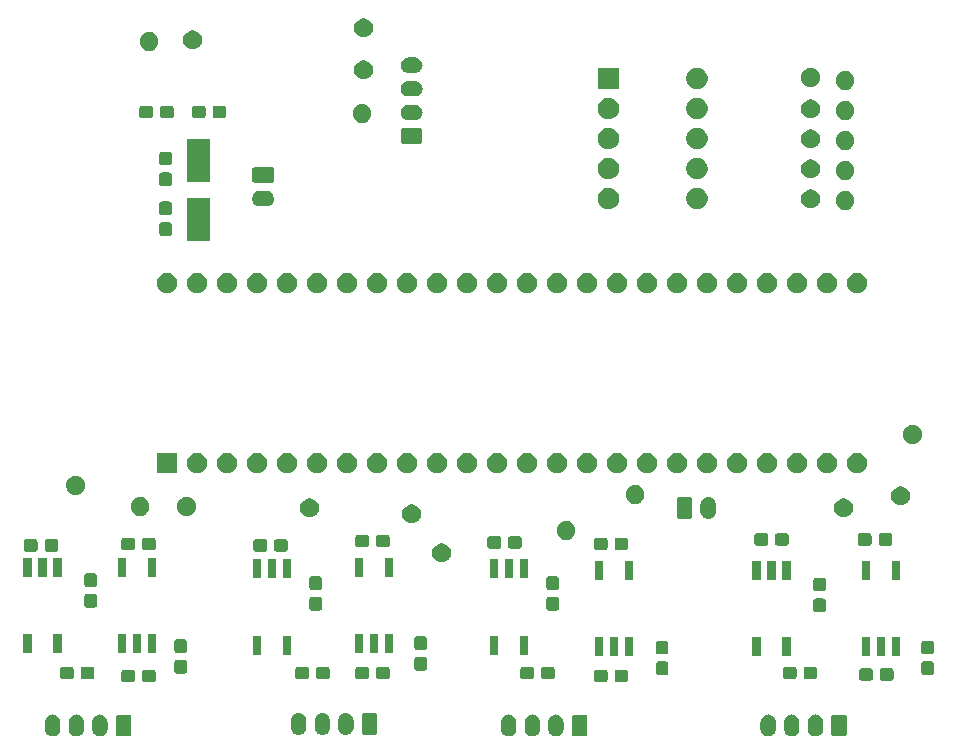
<source format=gbr>
G04 #@! TF.GenerationSoftware,KiCad,Pcbnew,5.1.5+dfsg1-2build2*
G04 #@! TF.CreationDate,2021-08-29T19:27:31-07:00*
G04 #@! TF.ProjectId,Telemetry Board,54656c65-6d65-4747-9279-20426f617264,rev?*
G04 #@! TF.SameCoordinates,Original*
G04 #@! TF.FileFunction,Soldermask,Top*
G04 #@! TF.FilePolarity,Negative*
%FSLAX46Y46*%
G04 Gerber Fmt 4.6, Leading zero omitted, Abs format (unit mm)*
G04 Created by KiCad (PCBNEW 5.1.5+dfsg1-2build2) date 2021-08-29 19:27:31*
%MOMM*%
%LPD*%
G04 APERTURE LIST*
%ADD10C,0.100000*%
G04 APERTURE END LIST*
D10*
G36*
X175610618Y-129385420D02*
G01*
X175687553Y-129408758D01*
X175733336Y-129422646D01*
X175846425Y-129483094D01*
X175945554Y-129564446D01*
X176026906Y-129663575D01*
X176087354Y-129776664D01*
X176087355Y-129776668D01*
X176124580Y-129899382D01*
X176134000Y-129995027D01*
X176134000Y-130608973D01*
X176124580Y-130704618D01*
X176097040Y-130795404D01*
X176087354Y-130827336D01*
X176026906Y-130940425D01*
X175945554Y-131039553D01*
X175846424Y-131120906D01*
X175733335Y-131181354D01*
X175701403Y-131191040D01*
X175610617Y-131218580D01*
X175483000Y-131231149D01*
X175355382Y-131218580D01*
X175264596Y-131191040D01*
X175232664Y-131181354D01*
X175119575Y-131120906D01*
X175020447Y-131039554D01*
X174939094Y-130940424D01*
X174878646Y-130827335D01*
X174868960Y-130795403D01*
X174841420Y-130704617D01*
X174832000Y-130608972D01*
X174832000Y-129995027D01*
X174841420Y-129899382D01*
X174878645Y-129776668D01*
X174878645Y-129776667D01*
X174910957Y-129716217D01*
X174939095Y-129663574D01*
X174946389Y-129654686D01*
X175020447Y-129564446D01*
X175119576Y-129483094D01*
X175232665Y-129422646D01*
X175278448Y-129408758D01*
X175355383Y-129385420D01*
X175483000Y-129372851D01*
X175610618Y-129385420D01*
G37*
G36*
X139002618Y-129385420D02*
G01*
X139079553Y-129408758D01*
X139125336Y-129422646D01*
X139238425Y-129483094D01*
X139337554Y-129564446D01*
X139418906Y-129663575D01*
X139479354Y-129776664D01*
X139479355Y-129776668D01*
X139516580Y-129899382D01*
X139526000Y-129995027D01*
X139526000Y-130608973D01*
X139516580Y-130704618D01*
X139489040Y-130795404D01*
X139479354Y-130827336D01*
X139418906Y-130940425D01*
X139337554Y-131039553D01*
X139238424Y-131120906D01*
X139125335Y-131181354D01*
X139093403Y-131191040D01*
X139002617Y-131218580D01*
X138875000Y-131231149D01*
X138747382Y-131218580D01*
X138656596Y-131191040D01*
X138624664Y-131181354D01*
X138511575Y-131120906D01*
X138412447Y-131039554D01*
X138331094Y-130940424D01*
X138270646Y-130827335D01*
X138260960Y-130795403D01*
X138233420Y-130704617D01*
X138224000Y-130608972D01*
X138224000Y-129995027D01*
X138233420Y-129899382D01*
X138270645Y-129776668D01*
X138270645Y-129776667D01*
X138302957Y-129716217D01*
X138331095Y-129663574D01*
X138338389Y-129654686D01*
X138412447Y-129564446D01*
X138511576Y-129483094D01*
X138624665Y-129422646D01*
X138670448Y-129408758D01*
X138747383Y-129385420D01*
X138875000Y-129372851D01*
X139002618Y-129385420D01*
G37*
G36*
X201581618Y-129385420D02*
G01*
X201658553Y-129408758D01*
X201704336Y-129422646D01*
X201817425Y-129483094D01*
X201916554Y-129564446D01*
X201997906Y-129663575D01*
X202058354Y-129776664D01*
X202058355Y-129776668D01*
X202095580Y-129899382D01*
X202105000Y-129995027D01*
X202105000Y-130608973D01*
X202095580Y-130704618D01*
X202068040Y-130795404D01*
X202058354Y-130827336D01*
X201997906Y-130940425D01*
X201916554Y-131039553D01*
X201817424Y-131120906D01*
X201704335Y-131181354D01*
X201672403Y-131191040D01*
X201581617Y-131218580D01*
X201454000Y-131231149D01*
X201326382Y-131218580D01*
X201235596Y-131191040D01*
X201203664Y-131181354D01*
X201090575Y-131120906D01*
X200991447Y-131039554D01*
X200910094Y-130940424D01*
X200849646Y-130827335D01*
X200839960Y-130795403D01*
X200812420Y-130704617D01*
X200803000Y-130608972D01*
X200803000Y-129995027D01*
X200812420Y-129899382D01*
X200849645Y-129776668D01*
X200849645Y-129776667D01*
X200881957Y-129716217D01*
X200910095Y-129663574D01*
X200917389Y-129654686D01*
X200991447Y-129564446D01*
X201090576Y-129483094D01*
X201203665Y-129422646D01*
X201249448Y-129408758D01*
X201326383Y-129385420D01*
X201454000Y-129372851D01*
X201581618Y-129385420D01*
G37*
G36*
X199581618Y-129385420D02*
G01*
X199658553Y-129408758D01*
X199704336Y-129422646D01*
X199817425Y-129483094D01*
X199916554Y-129564446D01*
X199997906Y-129663575D01*
X200058354Y-129776664D01*
X200058355Y-129776668D01*
X200095580Y-129899382D01*
X200105000Y-129995027D01*
X200105000Y-130608973D01*
X200095580Y-130704618D01*
X200068040Y-130795404D01*
X200058354Y-130827336D01*
X199997906Y-130940425D01*
X199916554Y-131039553D01*
X199817424Y-131120906D01*
X199704335Y-131181354D01*
X199672403Y-131191040D01*
X199581617Y-131218580D01*
X199454000Y-131231149D01*
X199326382Y-131218580D01*
X199235596Y-131191040D01*
X199203664Y-131181354D01*
X199090575Y-131120906D01*
X198991447Y-131039554D01*
X198910094Y-130940424D01*
X198849646Y-130827335D01*
X198839960Y-130795403D01*
X198812420Y-130704617D01*
X198803000Y-130608972D01*
X198803000Y-129995027D01*
X198812420Y-129899382D01*
X198849645Y-129776668D01*
X198849645Y-129776667D01*
X198881957Y-129716217D01*
X198910095Y-129663574D01*
X198917389Y-129654686D01*
X198991447Y-129564446D01*
X199090576Y-129483094D01*
X199203665Y-129422646D01*
X199249448Y-129408758D01*
X199326383Y-129385420D01*
X199454000Y-129372851D01*
X199581618Y-129385420D01*
G37*
G36*
X197581618Y-129385420D02*
G01*
X197658553Y-129408758D01*
X197704336Y-129422646D01*
X197817425Y-129483094D01*
X197916554Y-129564446D01*
X197997906Y-129663575D01*
X198058354Y-129776664D01*
X198058355Y-129776668D01*
X198095580Y-129899382D01*
X198105000Y-129995027D01*
X198105000Y-130608973D01*
X198095580Y-130704618D01*
X198068040Y-130795404D01*
X198058354Y-130827336D01*
X197997906Y-130940425D01*
X197916554Y-131039553D01*
X197817424Y-131120906D01*
X197704335Y-131181354D01*
X197672403Y-131191040D01*
X197581617Y-131218580D01*
X197454000Y-131231149D01*
X197326382Y-131218580D01*
X197235596Y-131191040D01*
X197203664Y-131181354D01*
X197090575Y-131120906D01*
X196991447Y-131039554D01*
X196910094Y-130940424D01*
X196849646Y-130827335D01*
X196839960Y-130795403D01*
X196812420Y-130704617D01*
X196803000Y-130608972D01*
X196803000Y-129995027D01*
X196812420Y-129899382D01*
X196849645Y-129776668D01*
X196849645Y-129776667D01*
X196881957Y-129716217D01*
X196910095Y-129663574D01*
X196917389Y-129654686D01*
X196991447Y-129564446D01*
X197090576Y-129483094D01*
X197203665Y-129422646D01*
X197249448Y-129408758D01*
X197326383Y-129385420D01*
X197454000Y-129372851D01*
X197581618Y-129385420D01*
G37*
G36*
X137002618Y-129385420D02*
G01*
X137079553Y-129408758D01*
X137125336Y-129422646D01*
X137238425Y-129483094D01*
X137337554Y-129564446D01*
X137418906Y-129663575D01*
X137479354Y-129776664D01*
X137479355Y-129776668D01*
X137516580Y-129899382D01*
X137526000Y-129995027D01*
X137526000Y-130608973D01*
X137516580Y-130704618D01*
X137489040Y-130795404D01*
X137479354Y-130827336D01*
X137418906Y-130940425D01*
X137337554Y-131039553D01*
X137238424Y-131120906D01*
X137125335Y-131181354D01*
X137093403Y-131191040D01*
X137002617Y-131218580D01*
X136875000Y-131231149D01*
X136747382Y-131218580D01*
X136656596Y-131191040D01*
X136624664Y-131181354D01*
X136511575Y-131120906D01*
X136412447Y-131039554D01*
X136331094Y-130940424D01*
X136270646Y-130827335D01*
X136260960Y-130795403D01*
X136233420Y-130704617D01*
X136224000Y-130608972D01*
X136224000Y-129995027D01*
X136233420Y-129899382D01*
X136270645Y-129776668D01*
X136270645Y-129776667D01*
X136302957Y-129716217D01*
X136331095Y-129663574D01*
X136338389Y-129654686D01*
X136412447Y-129564446D01*
X136511576Y-129483094D01*
X136624665Y-129422646D01*
X136670448Y-129408758D01*
X136747383Y-129385420D01*
X136875000Y-129372851D01*
X137002618Y-129385420D01*
G37*
G36*
X141002618Y-129385420D02*
G01*
X141079553Y-129408758D01*
X141125336Y-129422646D01*
X141238425Y-129483094D01*
X141337554Y-129564446D01*
X141418906Y-129663575D01*
X141479354Y-129776664D01*
X141479355Y-129776668D01*
X141516580Y-129899382D01*
X141526000Y-129995027D01*
X141526000Y-130608973D01*
X141516580Y-130704618D01*
X141489040Y-130795404D01*
X141479354Y-130827336D01*
X141418906Y-130940425D01*
X141337554Y-131039553D01*
X141238424Y-131120906D01*
X141125335Y-131181354D01*
X141093403Y-131191040D01*
X141002617Y-131218580D01*
X140875000Y-131231149D01*
X140747382Y-131218580D01*
X140656596Y-131191040D01*
X140624664Y-131181354D01*
X140511575Y-131120906D01*
X140412447Y-131039554D01*
X140331094Y-130940424D01*
X140270646Y-130827335D01*
X140260960Y-130795403D01*
X140233420Y-130704617D01*
X140224000Y-130608972D01*
X140224000Y-129995027D01*
X140233420Y-129899382D01*
X140270645Y-129776668D01*
X140270645Y-129776667D01*
X140302957Y-129716217D01*
X140331095Y-129663574D01*
X140338389Y-129654686D01*
X140412447Y-129564446D01*
X140511576Y-129483094D01*
X140624665Y-129422646D01*
X140670448Y-129408758D01*
X140747383Y-129385420D01*
X140875000Y-129372851D01*
X141002618Y-129385420D01*
G37*
G36*
X177610618Y-129385420D02*
G01*
X177687553Y-129408758D01*
X177733336Y-129422646D01*
X177846425Y-129483094D01*
X177945554Y-129564446D01*
X178026906Y-129663575D01*
X178087354Y-129776664D01*
X178087355Y-129776668D01*
X178124580Y-129899382D01*
X178134000Y-129995027D01*
X178134000Y-130608973D01*
X178124580Y-130704618D01*
X178097040Y-130795404D01*
X178087354Y-130827336D01*
X178026906Y-130940425D01*
X177945554Y-131039553D01*
X177846424Y-131120906D01*
X177733335Y-131181354D01*
X177701403Y-131191040D01*
X177610617Y-131218580D01*
X177483000Y-131231149D01*
X177355382Y-131218580D01*
X177264596Y-131191040D01*
X177232664Y-131181354D01*
X177119575Y-131120906D01*
X177020447Y-131039554D01*
X176939094Y-130940424D01*
X176878646Y-130827335D01*
X176868960Y-130795403D01*
X176841420Y-130704617D01*
X176832000Y-130608972D01*
X176832000Y-129995027D01*
X176841420Y-129899382D01*
X176878645Y-129776668D01*
X176878645Y-129776667D01*
X176910957Y-129716217D01*
X176939095Y-129663574D01*
X176946389Y-129654686D01*
X177020447Y-129564446D01*
X177119576Y-129483094D01*
X177232665Y-129422646D01*
X177278448Y-129408758D01*
X177355383Y-129385420D01*
X177483000Y-129372851D01*
X177610618Y-129385420D01*
G37*
G36*
X179610618Y-129385420D02*
G01*
X179687553Y-129408758D01*
X179733336Y-129422646D01*
X179846425Y-129483094D01*
X179945554Y-129564446D01*
X180026906Y-129663575D01*
X180087354Y-129776664D01*
X180087355Y-129776668D01*
X180124580Y-129899382D01*
X180134000Y-129995027D01*
X180134000Y-130608973D01*
X180124580Y-130704618D01*
X180097040Y-130795404D01*
X180087354Y-130827336D01*
X180026906Y-130940425D01*
X179945554Y-131039553D01*
X179846424Y-131120906D01*
X179733335Y-131181354D01*
X179701403Y-131191040D01*
X179610617Y-131218580D01*
X179483000Y-131231149D01*
X179355382Y-131218580D01*
X179264596Y-131191040D01*
X179232664Y-131181354D01*
X179119575Y-131120906D01*
X179020447Y-131039554D01*
X178939094Y-130940424D01*
X178878646Y-130827335D01*
X178868960Y-130795403D01*
X178841420Y-130704617D01*
X178832000Y-130608972D01*
X178832000Y-129995027D01*
X178841420Y-129899382D01*
X178878645Y-129776668D01*
X178878645Y-129776667D01*
X178910957Y-129716217D01*
X178939095Y-129663574D01*
X178946389Y-129654686D01*
X179020447Y-129564446D01*
X179119576Y-129483094D01*
X179232665Y-129422646D01*
X179278448Y-129408758D01*
X179355383Y-129385420D01*
X179483000Y-129372851D01*
X179610618Y-129385420D01*
G37*
G36*
X143366242Y-129380404D02*
G01*
X143403337Y-129391657D01*
X143437515Y-129409925D01*
X143467481Y-129434519D01*
X143492075Y-129464485D01*
X143510343Y-129498663D01*
X143521596Y-129535758D01*
X143526000Y-129580474D01*
X143526000Y-131023526D01*
X143521596Y-131068242D01*
X143510343Y-131105337D01*
X143492075Y-131139515D01*
X143467481Y-131169481D01*
X143437515Y-131194075D01*
X143403337Y-131212343D01*
X143366242Y-131223596D01*
X143321526Y-131228000D01*
X142428474Y-131228000D01*
X142383758Y-131223596D01*
X142346663Y-131212343D01*
X142312485Y-131194075D01*
X142282519Y-131169481D01*
X142257925Y-131139515D01*
X142239657Y-131105337D01*
X142228404Y-131068242D01*
X142224000Y-131023526D01*
X142224000Y-129580474D01*
X142228404Y-129535758D01*
X142239657Y-129498663D01*
X142257925Y-129464485D01*
X142282519Y-129434519D01*
X142312485Y-129409925D01*
X142346663Y-129391657D01*
X142383758Y-129380404D01*
X142428474Y-129376000D01*
X143321526Y-129376000D01*
X143366242Y-129380404D01*
G37*
G36*
X181974242Y-129380404D02*
G01*
X182011337Y-129391657D01*
X182045515Y-129409925D01*
X182075481Y-129434519D01*
X182100075Y-129464485D01*
X182118343Y-129498663D01*
X182129596Y-129535758D01*
X182134000Y-129580474D01*
X182134000Y-131023526D01*
X182129596Y-131068242D01*
X182118343Y-131105337D01*
X182100075Y-131139515D01*
X182075481Y-131169481D01*
X182045515Y-131194075D01*
X182011337Y-131212343D01*
X181974242Y-131223596D01*
X181929526Y-131228000D01*
X181036474Y-131228000D01*
X180991758Y-131223596D01*
X180954663Y-131212343D01*
X180920485Y-131194075D01*
X180890519Y-131169481D01*
X180865925Y-131139515D01*
X180847657Y-131105337D01*
X180836404Y-131068242D01*
X180832000Y-131023526D01*
X180832000Y-129580474D01*
X180836404Y-129535758D01*
X180847657Y-129498663D01*
X180865925Y-129464485D01*
X180890519Y-129434519D01*
X180920485Y-129409925D01*
X180954663Y-129391657D01*
X180991758Y-129380404D01*
X181036474Y-129376000D01*
X181929526Y-129376000D01*
X181974242Y-129380404D01*
G37*
G36*
X203945242Y-129380404D02*
G01*
X203982337Y-129391657D01*
X204016515Y-129409925D01*
X204046481Y-129434519D01*
X204071075Y-129464485D01*
X204089343Y-129498663D01*
X204100596Y-129535758D01*
X204105000Y-129580474D01*
X204105000Y-131023526D01*
X204100596Y-131068242D01*
X204089343Y-131105337D01*
X204071075Y-131139515D01*
X204046481Y-131169481D01*
X204016515Y-131194075D01*
X203982337Y-131212343D01*
X203945242Y-131223596D01*
X203900526Y-131228000D01*
X203007474Y-131228000D01*
X202962758Y-131223596D01*
X202925663Y-131212343D01*
X202891485Y-131194075D01*
X202861519Y-131169481D01*
X202836925Y-131139515D01*
X202818657Y-131105337D01*
X202807404Y-131068242D01*
X202803000Y-131023526D01*
X202803000Y-129580474D01*
X202807404Y-129535758D01*
X202818657Y-129498663D01*
X202836925Y-129464485D01*
X202861519Y-129434519D01*
X202891485Y-129409925D01*
X202925663Y-129391657D01*
X202962758Y-129380404D01*
X203007474Y-129376000D01*
X203900526Y-129376000D01*
X203945242Y-129380404D01*
G37*
G36*
X157830618Y-129258420D02*
G01*
X157911400Y-129282925D01*
X157953336Y-129295646D01*
X158066425Y-129356094D01*
X158165554Y-129437446D01*
X158246906Y-129536575D01*
X158307354Y-129649664D01*
X158307355Y-129649668D01*
X158344580Y-129772382D01*
X158354000Y-129868027D01*
X158354000Y-130481973D01*
X158344580Y-130577618D01*
X158335068Y-130608974D01*
X158307354Y-130700336D01*
X158246906Y-130813425D01*
X158165554Y-130912553D01*
X158066424Y-130993906D01*
X157953335Y-131054354D01*
X157932899Y-131060553D01*
X157830617Y-131091580D01*
X157703000Y-131104149D01*
X157575382Y-131091580D01*
X157473100Y-131060553D01*
X157452664Y-131054354D01*
X157339575Y-130993906D01*
X157240447Y-130912554D01*
X157159094Y-130813424D01*
X157098646Y-130700335D01*
X157070932Y-130608973D01*
X157061420Y-130577617D01*
X157052000Y-130481972D01*
X157052000Y-129868027D01*
X157061420Y-129772382D01*
X157094426Y-129663575D01*
X157098645Y-129649667D01*
X157144197Y-129564446D01*
X157159095Y-129536574D01*
X157190208Y-129498663D01*
X157240447Y-129437446D01*
X157339576Y-129356094D01*
X157452665Y-129295646D01*
X157494601Y-129282925D01*
X157575383Y-129258420D01*
X157703000Y-129245851D01*
X157830618Y-129258420D01*
G37*
G36*
X161830618Y-129258420D02*
G01*
X161911400Y-129282925D01*
X161953336Y-129295646D01*
X162066425Y-129356094D01*
X162165554Y-129437446D01*
X162246906Y-129536575D01*
X162307354Y-129649664D01*
X162307355Y-129649668D01*
X162344580Y-129772382D01*
X162354000Y-129868027D01*
X162354000Y-130481973D01*
X162344580Y-130577618D01*
X162335068Y-130608974D01*
X162307354Y-130700336D01*
X162246906Y-130813425D01*
X162165554Y-130912553D01*
X162066424Y-130993906D01*
X161953335Y-131054354D01*
X161932899Y-131060553D01*
X161830617Y-131091580D01*
X161703000Y-131104149D01*
X161575382Y-131091580D01*
X161473100Y-131060553D01*
X161452664Y-131054354D01*
X161339575Y-130993906D01*
X161240447Y-130912554D01*
X161159094Y-130813424D01*
X161098646Y-130700335D01*
X161070932Y-130608973D01*
X161061420Y-130577617D01*
X161052000Y-130481972D01*
X161052000Y-129868027D01*
X161061420Y-129772382D01*
X161094426Y-129663575D01*
X161098645Y-129649667D01*
X161144197Y-129564446D01*
X161159095Y-129536574D01*
X161190208Y-129498663D01*
X161240447Y-129437446D01*
X161339576Y-129356094D01*
X161452665Y-129295646D01*
X161494601Y-129282925D01*
X161575383Y-129258420D01*
X161703000Y-129245851D01*
X161830618Y-129258420D01*
G37*
G36*
X159830618Y-129258420D02*
G01*
X159911400Y-129282925D01*
X159953336Y-129295646D01*
X160066425Y-129356094D01*
X160165554Y-129437446D01*
X160246906Y-129536575D01*
X160307354Y-129649664D01*
X160307355Y-129649668D01*
X160344580Y-129772382D01*
X160354000Y-129868027D01*
X160354000Y-130481973D01*
X160344580Y-130577618D01*
X160335068Y-130608974D01*
X160307354Y-130700336D01*
X160246906Y-130813425D01*
X160165554Y-130912553D01*
X160066424Y-130993906D01*
X159953335Y-131054354D01*
X159932899Y-131060553D01*
X159830617Y-131091580D01*
X159703000Y-131104149D01*
X159575382Y-131091580D01*
X159473100Y-131060553D01*
X159452664Y-131054354D01*
X159339575Y-130993906D01*
X159240447Y-130912554D01*
X159159094Y-130813424D01*
X159098646Y-130700335D01*
X159070932Y-130608973D01*
X159061420Y-130577617D01*
X159052000Y-130481972D01*
X159052000Y-129868027D01*
X159061420Y-129772382D01*
X159094426Y-129663575D01*
X159098645Y-129649667D01*
X159144197Y-129564446D01*
X159159095Y-129536574D01*
X159190208Y-129498663D01*
X159240447Y-129437446D01*
X159339576Y-129356094D01*
X159452665Y-129295646D01*
X159494601Y-129282925D01*
X159575383Y-129258420D01*
X159703000Y-129245851D01*
X159830618Y-129258420D01*
G37*
G36*
X164194242Y-129253404D02*
G01*
X164231337Y-129264657D01*
X164265515Y-129282925D01*
X164295481Y-129307519D01*
X164320075Y-129337485D01*
X164338343Y-129371663D01*
X164349596Y-129408758D01*
X164354000Y-129453474D01*
X164354000Y-130896526D01*
X164349596Y-130941242D01*
X164338343Y-130978337D01*
X164320075Y-131012515D01*
X164295481Y-131042481D01*
X164265515Y-131067075D01*
X164231337Y-131085343D01*
X164194242Y-131096596D01*
X164149526Y-131101000D01*
X163256474Y-131101000D01*
X163211758Y-131096596D01*
X163174663Y-131085343D01*
X163140485Y-131067075D01*
X163110519Y-131042481D01*
X163085925Y-131012515D01*
X163067657Y-130978337D01*
X163056404Y-130941242D01*
X163052000Y-130896526D01*
X163052000Y-129453474D01*
X163056404Y-129408758D01*
X163067657Y-129371663D01*
X163085925Y-129337485D01*
X163110519Y-129307519D01*
X163140485Y-129282925D01*
X163174663Y-129264657D01*
X163211758Y-129253404D01*
X163256474Y-129249000D01*
X164149526Y-129249000D01*
X164194242Y-129253404D01*
G37*
G36*
X185439499Y-125589445D02*
G01*
X185476995Y-125600820D01*
X185511554Y-125619292D01*
X185541847Y-125644153D01*
X185566708Y-125674446D01*
X185585180Y-125709005D01*
X185596555Y-125746501D01*
X185601000Y-125791638D01*
X185601000Y-126430362D01*
X185596555Y-126475499D01*
X185585180Y-126512995D01*
X185566708Y-126547554D01*
X185541847Y-126577847D01*
X185511554Y-126602708D01*
X185476995Y-126621180D01*
X185439499Y-126632555D01*
X185394362Y-126637000D01*
X184655638Y-126637000D01*
X184610501Y-126632555D01*
X184573005Y-126621180D01*
X184538446Y-126602708D01*
X184508153Y-126577847D01*
X184483292Y-126547554D01*
X184464820Y-126512995D01*
X184453445Y-126475499D01*
X184449000Y-126430362D01*
X184449000Y-125791638D01*
X184453445Y-125746501D01*
X184464820Y-125709005D01*
X184483292Y-125674446D01*
X184508153Y-125644153D01*
X184538446Y-125619292D01*
X184573005Y-125600820D01*
X184610501Y-125589445D01*
X184655638Y-125585000D01*
X185394362Y-125585000D01*
X185439499Y-125589445D01*
G37*
G36*
X143684499Y-125589445D02*
G01*
X143721995Y-125600820D01*
X143756554Y-125619292D01*
X143786847Y-125644153D01*
X143811708Y-125674446D01*
X143830180Y-125709005D01*
X143841555Y-125746501D01*
X143846000Y-125791638D01*
X143846000Y-126430362D01*
X143841555Y-126475499D01*
X143830180Y-126512995D01*
X143811708Y-126547554D01*
X143786847Y-126577847D01*
X143756554Y-126602708D01*
X143721995Y-126621180D01*
X143684499Y-126632555D01*
X143639362Y-126637000D01*
X142900638Y-126637000D01*
X142855501Y-126632555D01*
X142818005Y-126621180D01*
X142783446Y-126602708D01*
X142753153Y-126577847D01*
X142728292Y-126547554D01*
X142709820Y-126512995D01*
X142698445Y-126475499D01*
X142694000Y-126430362D01*
X142694000Y-125791638D01*
X142698445Y-125746501D01*
X142709820Y-125709005D01*
X142728292Y-125674446D01*
X142753153Y-125644153D01*
X142783446Y-125619292D01*
X142818005Y-125600820D01*
X142855501Y-125589445D01*
X142900638Y-125585000D01*
X143639362Y-125585000D01*
X143684499Y-125589445D01*
G37*
G36*
X183689499Y-125589445D02*
G01*
X183726995Y-125600820D01*
X183761554Y-125619292D01*
X183791847Y-125644153D01*
X183816708Y-125674446D01*
X183835180Y-125709005D01*
X183846555Y-125746501D01*
X183851000Y-125791638D01*
X183851000Y-126430362D01*
X183846555Y-126475499D01*
X183835180Y-126512995D01*
X183816708Y-126547554D01*
X183791847Y-126577847D01*
X183761554Y-126602708D01*
X183726995Y-126621180D01*
X183689499Y-126632555D01*
X183644362Y-126637000D01*
X182905638Y-126637000D01*
X182860501Y-126632555D01*
X182823005Y-126621180D01*
X182788446Y-126602708D01*
X182758153Y-126577847D01*
X182733292Y-126547554D01*
X182714820Y-126512995D01*
X182703445Y-126475499D01*
X182699000Y-126430362D01*
X182699000Y-125791638D01*
X182703445Y-125746501D01*
X182714820Y-125709005D01*
X182733292Y-125674446D01*
X182758153Y-125644153D01*
X182788446Y-125619292D01*
X182823005Y-125600820D01*
X182860501Y-125589445D01*
X182905638Y-125585000D01*
X183644362Y-125585000D01*
X183689499Y-125589445D01*
G37*
G36*
X145434499Y-125589445D02*
G01*
X145471995Y-125600820D01*
X145506554Y-125619292D01*
X145536847Y-125644153D01*
X145561708Y-125674446D01*
X145580180Y-125709005D01*
X145591555Y-125746501D01*
X145596000Y-125791638D01*
X145596000Y-126430362D01*
X145591555Y-126475499D01*
X145580180Y-126512995D01*
X145561708Y-126547554D01*
X145536847Y-126577847D01*
X145506554Y-126602708D01*
X145471995Y-126621180D01*
X145434499Y-126632555D01*
X145389362Y-126637000D01*
X144650638Y-126637000D01*
X144605501Y-126632555D01*
X144568005Y-126621180D01*
X144533446Y-126602708D01*
X144503153Y-126577847D01*
X144478292Y-126547554D01*
X144459820Y-126512995D01*
X144448445Y-126475499D01*
X144444000Y-126430362D01*
X144444000Y-125791638D01*
X144448445Y-125746501D01*
X144459820Y-125709005D01*
X144478292Y-125674446D01*
X144503153Y-125644153D01*
X144533446Y-125619292D01*
X144568005Y-125600820D01*
X144605501Y-125589445D01*
X144650638Y-125585000D01*
X145389362Y-125585000D01*
X145434499Y-125589445D01*
G37*
G36*
X207904499Y-125462445D02*
G01*
X207941995Y-125473820D01*
X207976554Y-125492292D01*
X208006847Y-125517153D01*
X208031708Y-125547446D01*
X208050180Y-125582005D01*
X208061555Y-125619501D01*
X208066000Y-125664638D01*
X208066000Y-126303362D01*
X208061555Y-126348499D01*
X208050180Y-126385995D01*
X208031708Y-126420554D01*
X208006847Y-126450847D01*
X207976554Y-126475708D01*
X207941995Y-126494180D01*
X207904499Y-126505555D01*
X207859362Y-126510000D01*
X207120638Y-126510000D01*
X207075501Y-126505555D01*
X207038005Y-126494180D01*
X207003446Y-126475708D01*
X206973153Y-126450847D01*
X206948292Y-126420554D01*
X206929820Y-126385995D01*
X206918445Y-126348499D01*
X206914000Y-126303362D01*
X206914000Y-125664638D01*
X206918445Y-125619501D01*
X206929820Y-125582005D01*
X206948292Y-125547446D01*
X206973153Y-125517153D01*
X207003446Y-125492292D01*
X207038005Y-125473820D01*
X207075501Y-125462445D01*
X207120638Y-125458000D01*
X207859362Y-125458000D01*
X207904499Y-125462445D01*
G37*
G36*
X206154499Y-125462445D02*
G01*
X206191995Y-125473820D01*
X206226554Y-125492292D01*
X206256847Y-125517153D01*
X206281708Y-125547446D01*
X206300180Y-125582005D01*
X206311555Y-125619501D01*
X206316000Y-125664638D01*
X206316000Y-126303362D01*
X206311555Y-126348499D01*
X206300180Y-126385995D01*
X206281708Y-126420554D01*
X206256847Y-126450847D01*
X206226554Y-126475708D01*
X206191995Y-126494180D01*
X206154499Y-126505555D01*
X206109362Y-126510000D01*
X205370638Y-126510000D01*
X205325501Y-126505555D01*
X205288005Y-126494180D01*
X205253446Y-126475708D01*
X205223153Y-126450847D01*
X205198292Y-126420554D01*
X205179820Y-126385995D01*
X205168445Y-126348499D01*
X205164000Y-126303362D01*
X205164000Y-125664638D01*
X205168445Y-125619501D01*
X205179820Y-125582005D01*
X205198292Y-125547446D01*
X205223153Y-125517153D01*
X205253446Y-125492292D01*
X205288005Y-125473820D01*
X205325501Y-125462445D01*
X205370638Y-125458000D01*
X206109362Y-125458000D01*
X206154499Y-125462445D01*
G37*
G36*
X199691499Y-125335445D02*
G01*
X199728995Y-125346820D01*
X199763554Y-125365292D01*
X199793847Y-125390153D01*
X199818708Y-125420446D01*
X199837180Y-125455005D01*
X199848555Y-125492501D01*
X199853000Y-125537638D01*
X199853000Y-126176362D01*
X199848555Y-126221499D01*
X199837180Y-126258995D01*
X199818708Y-126293554D01*
X199793847Y-126323847D01*
X199763554Y-126348708D01*
X199728995Y-126367180D01*
X199691499Y-126378555D01*
X199646362Y-126383000D01*
X198907638Y-126383000D01*
X198862501Y-126378555D01*
X198825005Y-126367180D01*
X198790446Y-126348708D01*
X198760153Y-126323847D01*
X198735292Y-126293554D01*
X198716820Y-126258995D01*
X198705445Y-126221499D01*
X198701000Y-126176362D01*
X198701000Y-125537638D01*
X198705445Y-125492501D01*
X198716820Y-125455005D01*
X198735292Y-125420446D01*
X198760153Y-125390153D01*
X198790446Y-125365292D01*
X198825005Y-125346820D01*
X198862501Y-125335445D01*
X198907638Y-125331000D01*
X199646362Y-125331000D01*
X199691499Y-125335445D01*
G37*
G36*
X179216499Y-125335445D02*
G01*
X179253995Y-125346820D01*
X179288554Y-125365292D01*
X179318847Y-125390153D01*
X179343708Y-125420446D01*
X179362180Y-125455005D01*
X179373555Y-125492501D01*
X179378000Y-125537638D01*
X179378000Y-126176362D01*
X179373555Y-126221499D01*
X179362180Y-126258995D01*
X179343708Y-126293554D01*
X179318847Y-126323847D01*
X179288554Y-126348708D01*
X179253995Y-126367180D01*
X179216499Y-126378555D01*
X179171362Y-126383000D01*
X178432638Y-126383000D01*
X178387501Y-126378555D01*
X178350005Y-126367180D01*
X178315446Y-126348708D01*
X178285153Y-126323847D01*
X178260292Y-126293554D01*
X178241820Y-126258995D01*
X178230445Y-126221499D01*
X178226000Y-126176362D01*
X178226000Y-125537638D01*
X178230445Y-125492501D01*
X178241820Y-125455005D01*
X178260292Y-125420446D01*
X178285153Y-125390153D01*
X178315446Y-125365292D01*
X178350005Y-125346820D01*
X178387501Y-125335445D01*
X178432638Y-125331000D01*
X179171362Y-125331000D01*
X179216499Y-125335445D01*
G37*
G36*
X138491499Y-125335445D02*
G01*
X138528995Y-125346820D01*
X138563554Y-125365292D01*
X138593847Y-125390153D01*
X138618708Y-125420446D01*
X138637180Y-125455005D01*
X138648555Y-125492501D01*
X138653000Y-125537638D01*
X138653000Y-126176362D01*
X138648555Y-126221499D01*
X138637180Y-126258995D01*
X138618708Y-126293554D01*
X138593847Y-126323847D01*
X138563554Y-126348708D01*
X138528995Y-126367180D01*
X138491499Y-126378555D01*
X138446362Y-126383000D01*
X137707638Y-126383000D01*
X137662501Y-126378555D01*
X137625005Y-126367180D01*
X137590446Y-126348708D01*
X137560153Y-126323847D01*
X137535292Y-126293554D01*
X137516820Y-126258995D01*
X137505445Y-126221499D01*
X137501000Y-126176362D01*
X137501000Y-125537638D01*
X137505445Y-125492501D01*
X137516820Y-125455005D01*
X137535292Y-125420446D01*
X137560153Y-125390153D01*
X137590446Y-125365292D01*
X137625005Y-125346820D01*
X137662501Y-125335445D01*
X137707638Y-125331000D01*
X138446362Y-125331000D01*
X138491499Y-125335445D01*
G37*
G36*
X140241499Y-125335445D02*
G01*
X140278995Y-125346820D01*
X140313554Y-125365292D01*
X140343847Y-125390153D01*
X140368708Y-125420446D01*
X140387180Y-125455005D01*
X140398555Y-125492501D01*
X140403000Y-125537638D01*
X140403000Y-126176362D01*
X140398555Y-126221499D01*
X140387180Y-126258995D01*
X140368708Y-126293554D01*
X140343847Y-126323847D01*
X140313554Y-126348708D01*
X140278995Y-126367180D01*
X140241499Y-126378555D01*
X140196362Y-126383000D01*
X139457638Y-126383000D01*
X139412501Y-126378555D01*
X139375005Y-126367180D01*
X139340446Y-126348708D01*
X139310153Y-126323847D01*
X139285292Y-126293554D01*
X139266820Y-126258995D01*
X139255445Y-126221499D01*
X139251000Y-126176362D01*
X139251000Y-125537638D01*
X139255445Y-125492501D01*
X139266820Y-125455005D01*
X139285292Y-125420446D01*
X139310153Y-125390153D01*
X139340446Y-125365292D01*
X139375005Y-125346820D01*
X139412501Y-125335445D01*
X139457638Y-125331000D01*
X140196362Y-125331000D01*
X140241499Y-125335445D01*
G37*
G36*
X158416499Y-125335445D02*
G01*
X158453995Y-125346820D01*
X158488554Y-125365292D01*
X158518847Y-125390153D01*
X158543708Y-125420446D01*
X158562180Y-125455005D01*
X158573555Y-125492501D01*
X158578000Y-125537638D01*
X158578000Y-126176362D01*
X158573555Y-126221499D01*
X158562180Y-126258995D01*
X158543708Y-126293554D01*
X158518847Y-126323847D01*
X158488554Y-126348708D01*
X158453995Y-126367180D01*
X158416499Y-126378555D01*
X158371362Y-126383000D01*
X157632638Y-126383000D01*
X157587501Y-126378555D01*
X157550005Y-126367180D01*
X157515446Y-126348708D01*
X157485153Y-126323847D01*
X157460292Y-126293554D01*
X157441820Y-126258995D01*
X157430445Y-126221499D01*
X157426000Y-126176362D01*
X157426000Y-125537638D01*
X157430445Y-125492501D01*
X157441820Y-125455005D01*
X157460292Y-125420446D01*
X157485153Y-125390153D01*
X157515446Y-125365292D01*
X157550005Y-125346820D01*
X157587501Y-125335445D01*
X157632638Y-125331000D01*
X158371362Y-125331000D01*
X158416499Y-125335445D01*
G37*
G36*
X165246499Y-125335445D02*
G01*
X165283995Y-125346820D01*
X165318554Y-125365292D01*
X165348847Y-125390153D01*
X165373708Y-125420446D01*
X165392180Y-125455005D01*
X165403555Y-125492501D01*
X165408000Y-125537638D01*
X165408000Y-126176362D01*
X165403555Y-126221499D01*
X165392180Y-126258995D01*
X165373708Y-126293554D01*
X165348847Y-126323847D01*
X165318554Y-126348708D01*
X165283995Y-126367180D01*
X165246499Y-126378555D01*
X165201362Y-126383000D01*
X164462638Y-126383000D01*
X164417501Y-126378555D01*
X164380005Y-126367180D01*
X164345446Y-126348708D01*
X164315153Y-126323847D01*
X164290292Y-126293554D01*
X164271820Y-126258995D01*
X164260445Y-126221499D01*
X164256000Y-126176362D01*
X164256000Y-125537638D01*
X164260445Y-125492501D01*
X164271820Y-125455005D01*
X164290292Y-125420446D01*
X164315153Y-125390153D01*
X164345446Y-125365292D01*
X164380005Y-125346820D01*
X164417501Y-125335445D01*
X164462638Y-125331000D01*
X165201362Y-125331000D01*
X165246499Y-125335445D01*
G37*
G36*
X163496499Y-125335445D02*
G01*
X163533995Y-125346820D01*
X163568554Y-125365292D01*
X163598847Y-125390153D01*
X163623708Y-125420446D01*
X163642180Y-125455005D01*
X163653555Y-125492501D01*
X163658000Y-125537638D01*
X163658000Y-126176362D01*
X163653555Y-126221499D01*
X163642180Y-126258995D01*
X163623708Y-126293554D01*
X163598847Y-126323847D01*
X163568554Y-126348708D01*
X163533995Y-126367180D01*
X163496499Y-126378555D01*
X163451362Y-126383000D01*
X162712638Y-126383000D01*
X162667501Y-126378555D01*
X162630005Y-126367180D01*
X162595446Y-126348708D01*
X162565153Y-126323847D01*
X162540292Y-126293554D01*
X162521820Y-126258995D01*
X162510445Y-126221499D01*
X162506000Y-126176362D01*
X162506000Y-125537638D01*
X162510445Y-125492501D01*
X162521820Y-125455005D01*
X162540292Y-125420446D01*
X162565153Y-125390153D01*
X162595446Y-125365292D01*
X162630005Y-125346820D01*
X162667501Y-125335445D01*
X162712638Y-125331000D01*
X163451362Y-125331000D01*
X163496499Y-125335445D01*
G37*
G36*
X201441499Y-125335445D02*
G01*
X201478995Y-125346820D01*
X201513554Y-125365292D01*
X201543847Y-125390153D01*
X201568708Y-125420446D01*
X201587180Y-125455005D01*
X201598555Y-125492501D01*
X201603000Y-125537638D01*
X201603000Y-126176362D01*
X201598555Y-126221499D01*
X201587180Y-126258995D01*
X201568708Y-126293554D01*
X201543847Y-126323847D01*
X201513554Y-126348708D01*
X201478995Y-126367180D01*
X201441499Y-126378555D01*
X201396362Y-126383000D01*
X200657638Y-126383000D01*
X200612501Y-126378555D01*
X200575005Y-126367180D01*
X200540446Y-126348708D01*
X200510153Y-126323847D01*
X200485292Y-126293554D01*
X200466820Y-126258995D01*
X200455445Y-126221499D01*
X200451000Y-126176362D01*
X200451000Y-125537638D01*
X200455445Y-125492501D01*
X200466820Y-125455005D01*
X200485292Y-125420446D01*
X200510153Y-125390153D01*
X200540446Y-125365292D01*
X200575005Y-125346820D01*
X200612501Y-125335445D01*
X200657638Y-125331000D01*
X201396362Y-125331000D01*
X201441499Y-125335445D01*
G37*
G36*
X177466499Y-125335445D02*
G01*
X177503995Y-125346820D01*
X177538554Y-125365292D01*
X177568847Y-125390153D01*
X177593708Y-125420446D01*
X177612180Y-125455005D01*
X177623555Y-125492501D01*
X177628000Y-125537638D01*
X177628000Y-126176362D01*
X177623555Y-126221499D01*
X177612180Y-126258995D01*
X177593708Y-126293554D01*
X177568847Y-126323847D01*
X177538554Y-126348708D01*
X177503995Y-126367180D01*
X177466499Y-126378555D01*
X177421362Y-126383000D01*
X176682638Y-126383000D01*
X176637501Y-126378555D01*
X176600005Y-126367180D01*
X176565446Y-126348708D01*
X176535153Y-126323847D01*
X176510292Y-126293554D01*
X176491820Y-126258995D01*
X176480445Y-126221499D01*
X176476000Y-126176362D01*
X176476000Y-125537638D01*
X176480445Y-125492501D01*
X176491820Y-125455005D01*
X176510292Y-125420446D01*
X176535153Y-125390153D01*
X176565446Y-125365292D01*
X176600005Y-125346820D01*
X176637501Y-125335445D01*
X176682638Y-125331000D01*
X177421362Y-125331000D01*
X177466499Y-125335445D01*
G37*
G36*
X160166499Y-125335445D02*
G01*
X160203995Y-125346820D01*
X160238554Y-125365292D01*
X160268847Y-125390153D01*
X160293708Y-125420446D01*
X160312180Y-125455005D01*
X160323555Y-125492501D01*
X160328000Y-125537638D01*
X160328000Y-126176362D01*
X160323555Y-126221499D01*
X160312180Y-126258995D01*
X160293708Y-126293554D01*
X160268847Y-126323847D01*
X160238554Y-126348708D01*
X160203995Y-126367180D01*
X160166499Y-126378555D01*
X160121362Y-126383000D01*
X159382638Y-126383000D01*
X159337501Y-126378555D01*
X159300005Y-126367180D01*
X159265446Y-126348708D01*
X159235153Y-126323847D01*
X159210292Y-126293554D01*
X159191820Y-126258995D01*
X159180445Y-126221499D01*
X159176000Y-126176362D01*
X159176000Y-125537638D01*
X159180445Y-125492501D01*
X159191820Y-125455005D01*
X159210292Y-125420446D01*
X159235153Y-125390153D01*
X159265446Y-125365292D01*
X159300005Y-125346820D01*
X159337501Y-125335445D01*
X159382638Y-125331000D01*
X160121362Y-125331000D01*
X160166499Y-125335445D01*
G37*
G36*
X188832499Y-124890445D02*
G01*
X188869995Y-124901820D01*
X188904554Y-124920292D01*
X188934847Y-124945153D01*
X188959708Y-124975446D01*
X188978180Y-125010005D01*
X188989555Y-125047501D01*
X188994000Y-125092638D01*
X188994000Y-125831362D01*
X188989555Y-125876499D01*
X188978180Y-125913995D01*
X188959708Y-125948554D01*
X188934847Y-125978847D01*
X188904554Y-126003708D01*
X188869995Y-126022180D01*
X188832499Y-126033555D01*
X188787362Y-126038000D01*
X188148638Y-126038000D01*
X188103501Y-126033555D01*
X188066005Y-126022180D01*
X188031446Y-126003708D01*
X188001153Y-125978847D01*
X187976292Y-125948554D01*
X187957820Y-125913995D01*
X187946445Y-125876499D01*
X187942000Y-125831362D01*
X187942000Y-125092638D01*
X187946445Y-125047501D01*
X187957820Y-125010005D01*
X187976292Y-124975446D01*
X188001153Y-124945153D01*
X188031446Y-124920292D01*
X188066005Y-124901820D01*
X188103501Y-124890445D01*
X188148638Y-124886000D01*
X188787362Y-124886000D01*
X188832499Y-124890445D01*
G37*
G36*
X211311499Y-124876445D02*
G01*
X211348995Y-124887820D01*
X211383554Y-124906292D01*
X211413847Y-124931153D01*
X211438708Y-124961446D01*
X211457180Y-124996005D01*
X211468555Y-125033501D01*
X211473000Y-125078638D01*
X211473000Y-125817362D01*
X211468555Y-125862499D01*
X211457180Y-125899995D01*
X211438708Y-125934554D01*
X211413847Y-125964847D01*
X211383554Y-125989708D01*
X211348995Y-126008180D01*
X211311499Y-126019555D01*
X211266362Y-126024000D01*
X210627638Y-126024000D01*
X210582501Y-126019555D01*
X210545005Y-126008180D01*
X210510446Y-125989708D01*
X210480153Y-125964847D01*
X210455292Y-125934554D01*
X210436820Y-125899995D01*
X210425445Y-125862499D01*
X210421000Y-125817362D01*
X210421000Y-125078638D01*
X210425445Y-125033501D01*
X210436820Y-124996005D01*
X210455292Y-124961446D01*
X210480153Y-124931153D01*
X210510446Y-124906292D01*
X210545005Y-124887820D01*
X210582501Y-124876445D01*
X210627638Y-124872000D01*
X211266362Y-124872000D01*
X211311499Y-124876445D01*
G37*
G36*
X148065499Y-124763445D02*
G01*
X148102995Y-124774820D01*
X148137554Y-124793292D01*
X148167847Y-124818153D01*
X148192708Y-124848446D01*
X148211180Y-124883005D01*
X148222555Y-124920501D01*
X148227000Y-124965638D01*
X148227000Y-125704362D01*
X148222555Y-125749499D01*
X148211180Y-125786995D01*
X148192708Y-125821554D01*
X148167847Y-125851847D01*
X148137554Y-125876708D01*
X148102995Y-125895180D01*
X148065499Y-125906555D01*
X148020362Y-125911000D01*
X147381638Y-125911000D01*
X147336501Y-125906555D01*
X147299005Y-125895180D01*
X147264446Y-125876708D01*
X147234153Y-125851847D01*
X147209292Y-125821554D01*
X147190820Y-125786995D01*
X147179445Y-125749499D01*
X147175000Y-125704362D01*
X147175000Y-124965638D01*
X147179445Y-124920501D01*
X147190820Y-124883005D01*
X147209292Y-124848446D01*
X147234153Y-124818153D01*
X147264446Y-124793292D01*
X147299005Y-124774820D01*
X147336501Y-124763445D01*
X147381638Y-124759000D01*
X148020362Y-124759000D01*
X148065499Y-124763445D01*
G37*
G36*
X168385499Y-124509445D02*
G01*
X168422995Y-124520820D01*
X168457554Y-124539292D01*
X168487847Y-124564153D01*
X168512708Y-124594446D01*
X168531180Y-124629005D01*
X168542555Y-124666501D01*
X168547000Y-124711638D01*
X168547000Y-125450362D01*
X168542555Y-125495499D01*
X168531180Y-125532995D01*
X168512708Y-125567554D01*
X168487847Y-125597847D01*
X168457554Y-125622708D01*
X168422995Y-125641180D01*
X168385499Y-125652555D01*
X168340362Y-125657000D01*
X167701638Y-125657000D01*
X167656501Y-125652555D01*
X167619005Y-125641180D01*
X167584446Y-125622708D01*
X167554153Y-125597847D01*
X167529292Y-125567554D01*
X167510820Y-125532995D01*
X167499445Y-125495499D01*
X167495000Y-125450362D01*
X167495000Y-124711638D01*
X167499445Y-124666501D01*
X167510820Y-124629005D01*
X167529292Y-124594446D01*
X167554153Y-124564153D01*
X167584446Y-124539292D01*
X167619005Y-124520820D01*
X167656501Y-124509445D01*
X167701638Y-124505000D01*
X168340362Y-124505000D01*
X168385499Y-124509445D01*
G37*
G36*
X199360000Y-124452000D02*
G01*
X198658000Y-124452000D01*
X198658000Y-122820000D01*
X199360000Y-122820000D01*
X199360000Y-124452000D01*
G37*
G36*
X183485000Y-124452000D02*
G01*
X182783000Y-124452000D01*
X182783000Y-122820000D01*
X183485000Y-122820000D01*
X183485000Y-124452000D01*
G37*
G36*
X184755000Y-124452000D02*
G01*
X184053000Y-124452000D01*
X184053000Y-122820000D01*
X184755000Y-122820000D01*
X184755000Y-124452000D01*
G37*
G36*
X186025000Y-124452000D02*
G01*
X185323000Y-124452000D01*
X185323000Y-122820000D01*
X186025000Y-122820000D01*
X186025000Y-124452000D01*
G37*
G36*
X196820000Y-124452000D02*
G01*
X196118000Y-124452000D01*
X196118000Y-122820000D01*
X196820000Y-122820000D01*
X196820000Y-124452000D01*
G37*
G36*
X207361000Y-124452000D02*
G01*
X206659000Y-124452000D01*
X206659000Y-122820000D01*
X207361000Y-122820000D01*
X207361000Y-124452000D01*
G37*
G36*
X208631000Y-124452000D02*
G01*
X207929000Y-124452000D01*
X207929000Y-122820000D01*
X208631000Y-122820000D01*
X208631000Y-124452000D01*
G37*
G36*
X206091000Y-124452000D02*
G01*
X205389000Y-124452000D01*
X205389000Y-122820000D01*
X206091000Y-122820000D01*
X206091000Y-124452000D01*
G37*
G36*
X174595000Y-124325000D02*
G01*
X173893000Y-124325000D01*
X173893000Y-122693000D01*
X174595000Y-122693000D01*
X174595000Y-124325000D01*
G37*
G36*
X157069000Y-124325000D02*
G01*
X156367000Y-124325000D01*
X156367000Y-122693000D01*
X157069000Y-122693000D01*
X157069000Y-124325000D01*
G37*
G36*
X177135000Y-124325000D02*
G01*
X176433000Y-124325000D01*
X176433000Y-122693000D01*
X177135000Y-122693000D01*
X177135000Y-124325000D01*
G37*
G36*
X154529000Y-124325000D02*
G01*
X153827000Y-124325000D01*
X153827000Y-122693000D01*
X154529000Y-122693000D01*
X154529000Y-124325000D01*
G37*
G36*
X188832499Y-123140445D02*
G01*
X188869995Y-123151820D01*
X188904554Y-123170292D01*
X188934847Y-123195153D01*
X188959708Y-123225446D01*
X188978180Y-123260005D01*
X188989555Y-123297501D01*
X188994000Y-123342638D01*
X188994000Y-124081362D01*
X188989555Y-124126499D01*
X188978180Y-124163995D01*
X188959708Y-124198554D01*
X188934847Y-124228847D01*
X188904554Y-124253708D01*
X188869995Y-124272180D01*
X188832499Y-124283555D01*
X188787362Y-124288000D01*
X188148638Y-124288000D01*
X188103501Y-124283555D01*
X188066005Y-124272180D01*
X188031446Y-124253708D01*
X188001153Y-124228847D01*
X187976292Y-124198554D01*
X187957820Y-124163995D01*
X187946445Y-124126499D01*
X187942000Y-124081362D01*
X187942000Y-123342638D01*
X187946445Y-123297501D01*
X187957820Y-123260005D01*
X187976292Y-123225446D01*
X188001153Y-123195153D01*
X188031446Y-123170292D01*
X188066005Y-123151820D01*
X188103501Y-123140445D01*
X188148638Y-123136000D01*
X188787362Y-123136000D01*
X188832499Y-123140445D01*
G37*
G36*
X211311499Y-123126445D02*
G01*
X211348995Y-123137820D01*
X211383554Y-123156292D01*
X211413847Y-123181153D01*
X211438708Y-123211446D01*
X211457180Y-123246005D01*
X211468555Y-123283501D01*
X211473000Y-123328638D01*
X211473000Y-124067362D01*
X211468555Y-124112499D01*
X211457180Y-124149995D01*
X211438708Y-124184554D01*
X211413847Y-124214847D01*
X211383554Y-124239708D01*
X211348995Y-124258180D01*
X211311499Y-124269555D01*
X211266362Y-124274000D01*
X210627638Y-124274000D01*
X210582501Y-124269555D01*
X210545005Y-124258180D01*
X210510446Y-124239708D01*
X210480153Y-124214847D01*
X210455292Y-124184554D01*
X210436820Y-124149995D01*
X210425445Y-124112499D01*
X210421000Y-124067362D01*
X210421000Y-123328638D01*
X210425445Y-123283501D01*
X210436820Y-123246005D01*
X210455292Y-123211446D01*
X210480153Y-123181153D01*
X210510446Y-123156292D01*
X210545005Y-123137820D01*
X210582501Y-123126445D01*
X210627638Y-123122000D01*
X211266362Y-123122000D01*
X211311499Y-123126445D01*
G37*
G36*
X144369000Y-124198000D02*
G01*
X143667000Y-124198000D01*
X143667000Y-122566000D01*
X144369000Y-122566000D01*
X144369000Y-124198000D01*
G37*
G36*
X143099000Y-124198000D02*
G01*
X142397000Y-124198000D01*
X142397000Y-122566000D01*
X143099000Y-122566000D01*
X143099000Y-124198000D01*
G37*
G36*
X145639000Y-124198000D02*
G01*
X144937000Y-124198000D01*
X144937000Y-122566000D01*
X145639000Y-122566000D01*
X145639000Y-124198000D01*
G37*
G36*
X165705000Y-124198000D02*
G01*
X165003000Y-124198000D01*
X165003000Y-122566000D01*
X165705000Y-122566000D01*
X165705000Y-124198000D01*
G37*
G36*
X163165000Y-124198000D02*
G01*
X162463000Y-124198000D01*
X162463000Y-122566000D01*
X163165000Y-122566000D01*
X163165000Y-124198000D01*
G37*
G36*
X137638000Y-124198000D02*
G01*
X136936000Y-124198000D01*
X136936000Y-122566000D01*
X137638000Y-122566000D01*
X137638000Y-124198000D01*
G37*
G36*
X135098000Y-124198000D02*
G01*
X134396000Y-124198000D01*
X134396000Y-122566000D01*
X135098000Y-122566000D01*
X135098000Y-124198000D01*
G37*
G36*
X164435000Y-124198000D02*
G01*
X163733000Y-124198000D01*
X163733000Y-122566000D01*
X164435000Y-122566000D01*
X164435000Y-124198000D01*
G37*
G36*
X148065499Y-123013445D02*
G01*
X148102995Y-123024820D01*
X148137554Y-123043292D01*
X148167847Y-123068153D01*
X148192708Y-123098446D01*
X148211180Y-123133005D01*
X148222555Y-123170501D01*
X148227000Y-123215638D01*
X148227000Y-123954362D01*
X148222555Y-123999499D01*
X148211180Y-124036995D01*
X148192708Y-124071554D01*
X148167847Y-124101847D01*
X148137554Y-124126708D01*
X148102995Y-124145180D01*
X148065499Y-124156555D01*
X148020362Y-124161000D01*
X147381638Y-124161000D01*
X147336501Y-124156555D01*
X147299005Y-124145180D01*
X147264446Y-124126708D01*
X147234153Y-124101847D01*
X147209292Y-124071554D01*
X147190820Y-124036995D01*
X147179445Y-123999499D01*
X147175000Y-123954362D01*
X147175000Y-123215638D01*
X147179445Y-123170501D01*
X147190820Y-123133005D01*
X147209292Y-123098446D01*
X147234153Y-123068153D01*
X147264446Y-123043292D01*
X147299005Y-123024820D01*
X147336501Y-123013445D01*
X147381638Y-123009000D01*
X148020362Y-123009000D01*
X148065499Y-123013445D01*
G37*
G36*
X168385499Y-122759445D02*
G01*
X168422995Y-122770820D01*
X168457554Y-122789292D01*
X168487847Y-122814153D01*
X168512708Y-122844446D01*
X168531180Y-122879005D01*
X168542555Y-122916501D01*
X168547000Y-122961638D01*
X168547000Y-123700362D01*
X168542555Y-123745499D01*
X168531180Y-123782995D01*
X168512708Y-123817554D01*
X168487847Y-123847847D01*
X168457554Y-123872708D01*
X168422995Y-123891180D01*
X168385499Y-123902555D01*
X168340362Y-123907000D01*
X167701638Y-123907000D01*
X167656501Y-123902555D01*
X167619005Y-123891180D01*
X167584446Y-123872708D01*
X167554153Y-123847847D01*
X167529292Y-123817554D01*
X167510820Y-123782995D01*
X167499445Y-123745499D01*
X167495000Y-123700362D01*
X167495000Y-122961638D01*
X167499445Y-122916501D01*
X167510820Y-122879005D01*
X167529292Y-122844446D01*
X167554153Y-122814153D01*
X167584446Y-122789292D01*
X167619005Y-122770820D01*
X167656501Y-122759445D01*
X167701638Y-122755000D01*
X168340362Y-122755000D01*
X168385499Y-122759445D01*
G37*
G36*
X202167499Y-119556445D02*
G01*
X202204995Y-119567820D01*
X202239554Y-119586292D01*
X202269847Y-119611153D01*
X202294708Y-119641446D01*
X202313180Y-119676005D01*
X202324555Y-119713501D01*
X202329000Y-119758638D01*
X202329000Y-120497362D01*
X202324555Y-120542499D01*
X202313180Y-120579995D01*
X202294708Y-120614554D01*
X202269847Y-120644847D01*
X202239554Y-120669708D01*
X202204995Y-120688180D01*
X202167499Y-120699555D01*
X202122362Y-120704000D01*
X201483638Y-120704000D01*
X201438501Y-120699555D01*
X201401005Y-120688180D01*
X201366446Y-120669708D01*
X201336153Y-120644847D01*
X201311292Y-120614554D01*
X201292820Y-120579995D01*
X201281445Y-120542499D01*
X201277000Y-120497362D01*
X201277000Y-119758638D01*
X201281445Y-119713501D01*
X201292820Y-119676005D01*
X201311292Y-119641446D01*
X201336153Y-119611153D01*
X201366446Y-119586292D01*
X201401005Y-119567820D01*
X201438501Y-119556445D01*
X201483638Y-119552000D01*
X202122362Y-119552000D01*
X202167499Y-119556445D01*
G37*
G36*
X179561499Y-119429445D02*
G01*
X179598995Y-119440820D01*
X179633554Y-119459292D01*
X179663847Y-119484153D01*
X179688708Y-119514446D01*
X179707180Y-119549005D01*
X179718555Y-119586501D01*
X179723000Y-119631638D01*
X179723000Y-120370362D01*
X179718555Y-120415499D01*
X179707180Y-120452995D01*
X179688708Y-120487554D01*
X179663847Y-120517847D01*
X179633554Y-120542708D01*
X179598995Y-120561180D01*
X179561499Y-120572555D01*
X179516362Y-120577000D01*
X178877638Y-120577000D01*
X178832501Y-120572555D01*
X178795005Y-120561180D01*
X178760446Y-120542708D01*
X178730153Y-120517847D01*
X178705292Y-120487554D01*
X178686820Y-120452995D01*
X178675445Y-120415499D01*
X178671000Y-120370362D01*
X178671000Y-119631638D01*
X178675445Y-119586501D01*
X178686820Y-119549005D01*
X178705292Y-119514446D01*
X178730153Y-119484153D01*
X178760446Y-119459292D01*
X178795005Y-119440820D01*
X178832501Y-119429445D01*
X178877638Y-119425000D01*
X179516362Y-119425000D01*
X179561499Y-119429445D01*
G37*
G36*
X159495499Y-119429445D02*
G01*
X159532995Y-119440820D01*
X159567554Y-119459292D01*
X159597847Y-119484153D01*
X159622708Y-119514446D01*
X159641180Y-119549005D01*
X159652555Y-119586501D01*
X159657000Y-119631638D01*
X159657000Y-120370362D01*
X159652555Y-120415499D01*
X159641180Y-120452995D01*
X159622708Y-120487554D01*
X159597847Y-120517847D01*
X159567554Y-120542708D01*
X159532995Y-120561180D01*
X159495499Y-120572555D01*
X159450362Y-120577000D01*
X158811638Y-120577000D01*
X158766501Y-120572555D01*
X158729005Y-120561180D01*
X158694446Y-120542708D01*
X158664153Y-120517847D01*
X158639292Y-120487554D01*
X158620820Y-120452995D01*
X158609445Y-120415499D01*
X158605000Y-120370362D01*
X158605000Y-119631638D01*
X158609445Y-119586501D01*
X158620820Y-119549005D01*
X158639292Y-119514446D01*
X158664153Y-119484153D01*
X158694446Y-119459292D01*
X158729005Y-119440820D01*
X158766501Y-119429445D01*
X158811638Y-119425000D01*
X159450362Y-119425000D01*
X159495499Y-119429445D01*
G37*
G36*
X140445499Y-119175445D02*
G01*
X140482995Y-119186820D01*
X140517554Y-119205292D01*
X140547847Y-119230153D01*
X140572708Y-119260446D01*
X140591180Y-119295005D01*
X140602555Y-119332501D01*
X140607000Y-119377638D01*
X140607000Y-120116362D01*
X140602555Y-120161499D01*
X140591180Y-120198995D01*
X140572708Y-120233554D01*
X140547847Y-120263847D01*
X140517554Y-120288708D01*
X140482995Y-120307180D01*
X140445499Y-120318555D01*
X140400362Y-120323000D01*
X139761638Y-120323000D01*
X139716501Y-120318555D01*
X139679005Y-120307180D01*
X139644446Y-120288708D01*
X139614153Y-120263847D01*
X139589292Y-120233554D01*
X139570820Y-120198995D01*
X139559445Y-120161499D01*
X139555000Y-120116362D01*
X139555000Y-119377638D01*
X139559445Y-119332501D01*
X139570820Y-119295005D01*
X139589292Y-119260446D01*
X139614153Y-119230153D01*
X139644446Y-119205292D01*
X139679005Y-119186820D01*
X139716501Y-119175445D01*
X139761638Y-119171000D01*
X140400362Y-119171000D01*
X140445499Y-119175445D01*
G37*
G36*
X202167499Y-117806445D02*
G01*
X202204995Y-117817820D01*
X202239554Y-117836292D01*
X202269847Y-117861153D01*
X202294708Y-117891446D01*
X202313180Y-117926005D01*
X202324555Y-117963501D01*
X202329000Y-118008638D01*
X202329000Y-118747362D01*
X202324555Y-118792499D01*
X202313180Y-118829995D01*
X202294708Y-118864554D01*
X202269847Y-118894847D01*
X202239554Y-118919708D01*
X202204995Y-118938180D01*
X202167499Y-118949555D01*
X202122362Y-118954000D01*
X201483638Y-118954000D01*
X201438501Y-118949555D01*
X201401005Y-118938180D01*
X201366446Y-118919708D01*
X201336153Y-118894847D01*
X201311292Y-118864554D01*
X201292820Y-118829995D01*
X201281445Y-118792499D01*
X201277000Y-118747362D01*
X201277000Y-118008638D01*
X201281445Y-117963501D01*
X201292820Y-117926005D01*
X201311292Y-117891446D01*
X201336153Y-117861153D01*
X201366446Y-117836292D01*
X201401005Y-117817820D01*
X201438501Y-117806445D01*
X201483638Y-117802000D01*
X202122362Y-117802000D01*
X202167499Y-117806445D01*
G37*
G36*
X179561499Y-117679445D02*
G01*
X179598995Y-117690820D01*
X179633554Y-117709292D01*
X179663847Y-117734153D01*
X179688708Y-117764446D01*
X179707180Y-117799005D01*
X179718555Y-117836501D01*
X179723000Y-117881638D01*
X179723000Y-118620362D01*
X179718555Y-118665499D01*
X179707180Y-118702995D01*
X179688708Y-118737554D01*
X179663847Y-118767847D01*
X179633554Y-118792708D01*
X179598995Y-118811180D01*
X179561499Y-118822555D01*
X179516362Y-118827000D01*
X178877638Y-118827000D01*
X178832501Y-118822555D01*
X178795005Y-118811180D01*
X178760446Y-118792708D01*
X178730153Y-118767847D01*
X178705292Y-118737554D01*
X178686820Y-118702995D01*
X178675445Y-118665499D01*
X178671000Y-118620362D01*
X178671000Y-117881638D01*
X178675445Y-117836501D01*
X178686820Y-117799005D01*
X178705292Y-117764446D01*
X178730153Y-117734153D01*
X178760446Y-117709292D01*
X178795005Y-117690820D01*
X178832501Y-117679445D01*
X178877638Y-117675000D01*
X179516362Y-117675000D01*
X179561499Y-117679445D01*
G37*
G36*
X159495499Y-117679445D02*
G01*
X159532995Y-117690820D01*
X159567554Y-117709292D01*
X159597847Y-117734153D01*
X159622708Y-117764446D01*
X159641180Y-117799005D01*
X159652555Y-117836501D01*
X159657000Y-117881638D01*
X159657000Y-118620362D01*
X159652555Y-118665499D01*
X159641180Y-118702995D01*
X159622708Y-118737554D01*
X159597847Y-118767847D01*
X159567554Y-118792708D01*
X159532995Y-118811180D01*
X159495499Y-118822555D01*
X159450362Y-118827000D01*
X158811638Y-118827000D01*
X158766501Y-118822555D01*
X158729005Y-118811180D01*
X158694446Y-118792708D01*
X158664153Y-118767847D01*
X158639292Y-118737554D01*
X158620820Y-118702995D01*
X158609445Y-118665499D01*
X158605000Y-118620362D01*
X158605000Y-117881638D01*
X158609445Y-117836501D01*
X158620820Y-117799005D01*
X158639292Y-117764446D01*
X158664153Y-117734153D01*
X158694446Y-117709292D01*
X158729005Y-117690820D01*
X158766501Y-117679445D01*
X158811638Y-117675000D01*
X159450362Y-117675000D01*
X159495499Y-117679445D01*
G37*
G36*
X140445499Y-117425445D02*
G01*
X140482995Y-117436820D01*
X140517554Y-117455292D01*
X140547847Y-117480153D01*
X140572708Y-117510446D01*
X140591180Y-117545005D01*
X140602555Y-117582501D01*
X140607000Y-117627638D01*
X140607000Y-118366362D01*
X140602555Y-118411499D01*
X140591180Y-118448995D01*
X140572708Y-118483554D01*
X140547847Y-118513847D01*
X140517554Y-118538708D01*
X140482995Y-118557180D01*
X140445499Y-118568555D01*
X140400362Y-118573000D01*
X139761638Y-118573000D01*
X139716501Y-118568555D01*
X139679005Y-118557180D01*
X139644446Y-118538708D01*
X139614153Y-118513847D01*
X139589292Y-118483554D01*
X139570820Y-118448995D01*
X139559445Y-118411499D01*
X139555000Y-118366362D01*
X139555000Y-117627638D01*
X139559445Y-117582501D01*
X139570820Y-117545005D01*
X139589292Y-117510446D01*
X139614153Y-117480153D01*
X139644446Y-117455292D01*
X139679005Y-117436820D01*
X139716501Y-117425445D01*
X139761638Y-117421000D01*
X140400362Y-117421000D01*
X140445499Y-117425445D01*
G37*
G36*
X186025000Y-117972000D02*
G01*
X185323000Y-117972000D01*
X185323000Y-116340000D01*
X186025000Y-116340000D01*
X186025000Y-117972000D01*
G37*
G36*
X183485000Y-117972000D02*
G01*
X182783000Y-117972000D01*
X182783000Y-116340000D01*
X183485000Y-116340000D01*
X183485000Y-117972000D01*
G37*
G36*
X208631000Y-117972000D02*
G01*
X207929000Y-117972000D01*
X207929000Y-116340000D01*
X208631000Y-116340000D01*
X208631000Y-117972000D01*
G37*
G36*
X206091000Y-117972000D02*
G01*
X205389000Y-117972000D01*
X205389000Y-116340000D01*
X206091000Y-116340000D01*
X206091000Y-117972000D01*
G37*
G36*
X196820000Y-117972000D02*
G01*
X196118000Y-117972000D01*
X196118000Y-116340000D01*
X196820000Y-116340000D01*
X196820000Y-117972000D01*
G37*
G36*
X199360000Y-117972000D02*
G01*
X198658000Y-117972000D01*
X198658000Y-116340000D01*
X199360000Y-116340000D01*
X199360000Y-117972000D01*
G37*
G36*
X198090000Y-117972000D02*
G01*
X197388000Y-117972000D01*
X197388000Y-116340000D01*
X198090000Y-116340000D01*
X198090000Y-117972000D01*
G37*
G36*
X177135000Y-117845000D02*
G01*
X176433000Y-117845000D01*
X176433000Y-116213000D01*
X177135000Y-116213000D01*
X177135000Y-117845000D01*
G37*
G36*
X175865000Y-117845000D02*
G01*
X175163000Y-117845000D01*
X175163000Y-116213000D01*
X175865000Y-116213000D01*
X175865000Y-117845000D01*
G37*
G36*
X174595000Y-117845000D02*
G01*
X173893000Y-117845000D01*
X173893000Y-116213000D01*
X174595000Y-116213000D01*
X174595000Y-117845000D01*
G37*
G36*
X154529000Y-117845000D02*
G01*
X153827000Y-117845000D01*
X153827000Y-116213000D01*
X154529000Y-116213000D01*
X154529000Y-117845000D01*
G37*
G36*
X155799000Y-117845000D02*
G01*
X155097000Y-117845000D01*
X155097000Y-116213000D01*
X155799000Y-116213000D01*
X155799000Y-117845000D01*
G37*
G36*
X157069000Y-117845000D02*
G01*
X156367000Y-117845000D01*
X156367000Y-116213000D01*
X157069000Y-116213000D01*
X157069000Y-117845000D01*
G37*
G36*
X135098000Y-117718000D02*
G01*
X134396000Y-117718000D01*
X134396000Y-116086000D01*
X135098000Y-116086000D01*
X135098000Y-117718000D01*
G37*
G36*
X136368000Y-117718000D02*
G01*
X135666000Y-117718000D01*
X135666000Y-116086000D01*
X136368000Y-116086000D01*
X136368000Y-117718000D01*
G37*
G36*
X137638000Y-117718000D02*
G01*
X136936000Y-117718000D01*
X136936000Y-116086000D01*
X137638000Y-116086000D01*
X137638000Y-117718000D01*
G37*
G36*
X143099000Y-117718000D02*
G01*
X142397000Y-117718000D01*
X142397000Y-116086000D01*
X143099000Y-116086000D01*
X143099000Y-117718000D01*
G37*
G36*
X145639000Y-117718000D02*
G01*
X144937000Y-117718000D01*
X144937000Y-116086000D01*
X145639000Y-116086000D01*
X145639000Y-117718000D01*
G37*
G36*
X163165000Y-117718000D02*
G01*
X162463000Y-117718000D01*
X162463000Y-116086000D01*
X163165000Y-116086000D01*
X163165000Y-117718000D01*
G37*
G36*
X165705000Y-117718000D02*
G01*
X165003000Y-117718000D01*
X165003000Y-116086000D01*
X165705000Y-116086000D01*
X165705000Y-117718000D01*
G37*
G36*
X170032642Y-114926781D02*
G01*
X170178414Y-114987162D01*
X170178416Y-114987163D01*
X170309608Y-115074822D01*
X170421178Y-115186392D01*
X170506429Y-115313980D01*
X170508838Y-115317586D01*
X170569219Y-115463358D01*
X170600000Y-115618107D01*
X170600000Y-115775893D01*
X170569219Y-115930642D01*
X170508838Y-116076414D01*
X170508837Y-116076416D01*
X170421178Y-116207608D01*
X170309608Y-116319178D01*
X170178416Y-116406837D01*
X170178415Y-116406838D01*
X170178414Y-116406838D01*
X170032642Y-116467219D01*
X169877893Y-116498000D01*
X169720107Y-116498000D01*
X169565358Y-116467219D01*
X169419586Y-116406838D01*
X169419585Y-116406838D01*
X169419584Y-116406837D01*
X169288392Y-116319178D01*
X169176822Y-116207608D01*
X169089163Y-116076416D01*
X169089162Y-116076414D01*
X169028781Y-115930642D01*
X168998000Y-115775893D01*
X168998000Y-115618107D01*
X169028781Y-115463358D01*
X169089162Y-115317586D01*
X169091571Y-115313980D01*
X169176822Y-115186392D01*
X169288392Y-115074822D01*
X169419584Y-114987163D01*
X169419586Y-114987162D01*
X169565358Y-114926781D01*
X169720107Y-114896000D01*
X169877893Y-114896000D01*
X170032642Y-114926781D01*
G37*
G36*
X154860499Y-114540445D02*
G01*
X154897995Y-114551820D01*
X154932554Y-114570292D01*
X154962847Y-114595153D01*
X154987708Y-114625446D01*
X155006180Y-114660005D01*
X155017555Y-114697501D01*
X155022000Y-114742638D01*
X155022000Y-115381362D01*
X155017555Y-115426499D01*
X155006180Y-115463995D01*
X154987708Y-115498554D01*
X154962847Y-115528847D01*
X154932554Y-115553708D01*
X154897995Y-115572180D01*
X154860499Y-115583555D01*
X154815362Y-115588000D01*
X154076638Y-115588000D01*
X154031501Y-115583555D01*
X153994005Y-115572180D01*
X153959446Y-115553708D01*
X153929153Y-115528847D01*
X153904292Y-115498554D01*
X153885820Y-115463995D01*
X153874445Y-115426499D01*
X153870000Y-115381362D01*
X153870000Y-114742638D01*
X153874445Y-114697501D01*
X153885820Y-114660005D01*
X153904292Y-114625446D01*
X153929153Y-114595153D01*
X153959446Y-114570292D01*
X153994005Y-114551820D01*
X154031501Y-114540445D01*
X154076638Y-114536000D01*
X154815362Y-114536000D01*
X154860499Y-114540445D01*
G37*
G36*
X137179499Y-114540445D02*
G01*
X137216995Y-114551820D01*
X137251554Y-114570292D01*
X137281847Y-114595153D01*
X137306708Y-114625446D01*
X137325180Y-114660005D01*
X137336555Y-114697501D01*
X137341000Y-114742638D01*
X137341000Y-115381362D01*
X137336555Y-115426499D01*
X137325180Y-115463995D01*
X137306708Y-115498554D01*
X137281847Y-115528847D01*
X137251554Y-115553708D01*
X137216995Y-115572180D01*
X137179499Y-115583555D01*
X137134362Y-115588000D01*
X136395638Y-115588000D01*
X136350501Y-115583555D01*
X136313005Y-115572180D01*
X136278446Y-115553708D01*
X136248153Y-115528847D01*
X136223292Y-115498554D01*
X136204820Y-115463995D01*
X136193445Y-115426499D01*
X136189000Y-115381362D01*
X136189000Y-114742638D01*
X136193445Y-114697501D01*
X136204820Y-114660005D01*
X136223292Y-114625446D01*
X136248153Y-114595153D01*
X136278446Y-114570292D01*
X136313005Y-114551820D01*
X136350501Y-114540445D01*
X136395638Y-114536000D01*
X137134362Y-114536000D01*
X137179499Y-114540445D01*
G37*
G36*
X135429499Y-114540445D02*
G01*
X135466995Y-114551820D01*
X135501554Y-114570292D01*
X135531847Y-114595153D01*
X135556708Y-114625446D01*
X135575180Y-114660005D01*
X135586555Y-114697501D01*
X135591000Y-114742638D01*
X135591000Y-115381362D01*
X135586555Y-115426499D01*
X135575180Y-115463995D01*
X135556708Y-115498554D01*
X135531847Y-115528847D01*
X135501554Y-115553708D01*
X135466995Y-115572180D01*
X135429499Y-115583555D01*
X135384362Y-115588000D01*
X134645638Y-115588000D01*
X134600501Y-115583555D01*
X134563005Y-115572180D01*
X134528446Y-115553708D01*
X134498153Y-115528847D01*
X134473292Y-115498554D01*
X134454820Y-115463995D01*
X134443445Y-115426499D01*
X134439000Y-115381362D01*
X134439000Y-114742638D01*
X134443445Y-114697501D01*
X134454820Y-114660005D01*
X134473292Y-114625446D01*
X134498153Y-114595153D01*
X134528446Y-114570292D01*
X134563005Y-114551820D01*
X134600501Y-114540445D01*
X134645638Y-114536000D01*
X135384362Y-114536000D01*
X135429499Y-114540445D01*
G37*
G36*
X156610499Y-114540445D02*
G01*
X156647995Y-114551820D01*
X156682554Y-114570292D01*
X156712847Y-114595153D01*
X156737708Y-114625446D01*
X156756180Y-114660005D01*
X156767555Y-114697501D01*
X156772000Y-114742638D01*
X156772000Y-115381362D01*
X156767555Y-115426499D01*
X156756180Y-115463995D01*
X156737708Y-115498554D01*
X156712847Y-115528847D01*
X156682554Y-115553708D01*
X156647995Y-115572180D01*
X156610499Y-115583555D01*
X156565362Y-115588000D01*
X155826638Y-115588000D01*
X155781501Y-115583555D01*
X155744005Y-115572180D01*
X155709446Y-115553708D01*
X155679153Y-115528847D01*
X155654292Y-115498554D01*
X155635820Y-115463995D01*
X155624445Y-115426499D01*
X155620000Y-115381362D01*
X155620000Y-114742638D01*
X155624445Y-114697501D01*
X155635820Y-114660005D01*
X155654292Y-114625446D01*
X155679153Y-114595153D01*
X155709446Y-114570292D01*
X155744005Y-114551820D01*
X155781501Y-114540445D01*
X155826638Y-114536000D01*
X156565362Y-114536000D01*
X156610499Y-114540445D01*
G37*
G36*
X185439499Y-114413445D02*
G01*
X185476995Y-114424820D01*
X185511554Y-114443292D01*
X185541847Y-114468153D01*
X185566708Y-114498446D01*
X185585180Y-114533005D01*
X185596555Y-114570501D01*
X185601000Y-114615638D01*
X185601000Y-115254362D01*
X185596555Y-115299499D01*
X185585180Y-115336995D01*
X185566708Y-115371554D01*
X185541847Y-115401847D01*
X185511554Y-115426708D01*
X185476995Y-115445180D01*
X185439499Y-115456555D01*
X185394362Y-115461000D01*
X184655638Y-115461000D01*
X184610501Y-115456555D01*
X184573005Y-115445180D01*
X184538446Y-115426708D01*
X184508153Y-115401847D01*
X184483292Y-115371554D01*
X184464820Y-115336995D01*
X184453445Y-115299499D01*
X184449000Y-115254362D01*
X184449000Y-114615638D01*
X184453445Y-114570501D01*
X184464820Y-114533005D01*
X184483292Y-114498446D01*
X184508153Y-114468153D01*
X184538446Y-114443292D01*
X184573005Y-114424820D01*
X184610501Y-114413445D01*
X184655638Y-114409000D01*
X185394362Y-114409000D01*
X185439499Y-114413445D01*
G37*
G36*
X183689499Y-114413445D02*
G01*
X183726995Y-114424820D01*
X183761554Y-114443292D01*
X183791847Y-114468153D01*
X183816708Y-114498446D01*
X183835180Y-114533005D01*
X183846555Y-114570501D01*
X183851000Y-114615638D01*
X183851000Y-115254362D01*
X183846555Y-115299499D01*
X183835180Y-115336995D01*
X183816708Y-115371554D01*
X183791847Y-115401847D01*
X183761554Y-115426708D01*
X183726995Y-115445180D01*
X183689499Y-115456555D01*
X183644362Y-115461000D01*
X182905638Y-115461000D01*
X182860501Y-115456555D01*
X182823005Y-115445180D01*
X182788446Y-115426708D01*
X182758153Y-115401847D01*
X182733292Y-115371554D01*
X182714820Y-115336995D01*
X182703445Y-115299499D01*
X182699000Y-115254362D01*
X182699000Y-114615638D01*
X182703445Y-114570501D01*
X182714820Y-114533005D01*
X182733292Y-114498446D01*
X182758153Y-114468153D01*
X182788446Y-114443292D01*
X182823005Y-114424820D01*
X182860501Y-114413445D01*
X182905638Y-114409000D01*
X183644362Y-114409000D01*
X183689499Y-114413445D01*
G37*
G36*
X145434499Y-114413445D02*
G01*
X145471995Y-114424820D01*
X145506554Y-114443292D01*
X145536847Y-114468153D01*
X145561708Y-114498446D01*
X145580180Y-114533005D01*
X145591555Y-114570501D01*
X145596000Y-114615638D01*
X145596000Y-115254362D01*
X145591555Y-115299499D01*
X145580180Y-115336995D01*
X145561708Y-115371554D01*
X145536847Y-115401847D01*
X145506554Y-115426708D01*
X145471995Y-115445180D01*
X145434499Y-115456555D01*
X145389362Y-115461000D01*
X144650638Y-115461000D01*
X144605501Y-115456555D01*
X144568005Y-115445180D01*
X144533446Y-115426708D01*
X144503153Y-115401847D01*
X144478292Y-115371554D01*
X144459820Y-115336995D01*
X144448445Y-115299499D01*
X144444000Y-115254362D01*
X144444000Y-114615638D01*
X144448445Y-114570501D01*
X144459820Y-114533005D01*
X144478292Y-114498446D01*
X144503153Y-114468153D01*
X144533446Y-114443292D01*
X144568005Y-114424820D01*
X144605501Y-114413445D01*
X144650638Y-114409000D01*
X145389362Y-114409000D01*
X145434499Y-114413445D01*
G37*
G36*
X143684499Y-114413445D02*
G01*
X143721995Y-114424820D01*
X143756554Y-114443292D01*
X143786847Y-114468153D01*
X143811708Y-114498446D01*
X143830180Y-114533005D01*
X143841555Y-114570501D01*
X143846000Y-114615638D01*
X143846000Y-115254362D01*
X143841555Y-115299499D01*
X143830180Y-115336995D01*
X143811708Y-115371554D01*
X143786847Y-115401847D01*
X143756554Y-115426708D01*
X143721995Y-115445180D01*
X143684499Y-115456555D01*
X143639362Y-115461000D01*
X142900638Y-115461000D01*
X142855501Y-115456555D01*
X142818005Y-115445180D01*
X142783446Y-115426708D01*
X142753153Y-115401847D01*
X142728292Y-115371554D01*
X142709820Y-115336995D01*
X142698445Y-115299499D01*
X142694000Y-115254362D01*
X142694000Y-114615638D01*
X142698445Y-114570501D01*
X142709820Y-114533005D01*
X142728292Y-114498446D01*
X142753153Y-114468153D01*
X142783446Y-114443292D01*
X142818005Y-114424820D01*
X142855501Y-114413445D01*
X142900638Y-114409000D01*
X143639362Y-114409000D01*
X143684499Y-114413445D01*
G37*
G36*
X176422499Y-114286445D02*
G01*
X176459995Y-114297820D01*
X176494554Y-114316292D01*
X176524847Y-114341153D01*
X176549708Y-114371446D01*
X176568180Y-114406005D01*
X176579555Y-114443501D01*
X176584000Y-114488638D01*
X176584000Y-115127362D01*
X176579555Y-115172499D01*
X176568180Y-115209995D01*
X176549708Y-115244554D01*
X176524847Y-115274847D01*
X176494554Y-115299708D01*
X176459995Y-115318180D01*
X176422499Y-115329555D01*
X176377362Y-115334000D01*
X175638638Y-115334000D01*
X175593501Y-115329555D01*
X175556005Y-115318180D01*
X175521446Y-115299708D01*
X175491153Y-115274847D01*
X175466292Y-115244554D01*
X175447820Y-115209995D01*
X175436445Y-115172499D01*
X175432000Y-115127362D01*
X175432000Y-114488638D01*
X175436445Y-114443501D01*
X175447820Y-114406005D01*
X175466292Y-114371446D01*
X175491153Y-114341153D01*
X175521446Y-114316292D01*
X175556005Y-114297820D01*
X175593501Y-114286445D01*
X175638638Y-114282000D01*
X176377362Y-114282000D01*
X176422499Y-114286445D01*
G37*
G36*
X174672499Y-114286445D02*
G01*
X174709995Y-114297820D01*
X174744554Y-114316292D01*
X174774847Y-114341153D01*
X174799708Y-114371446D01*
X174818180Y-114406005D01*
X174829555Y-114443501D01*
X174834000Y-114488638D01*
X174834000Y-115127362D01*
X174829555Y-115172499D01*
X174818180Y-115209995D01*
X174799708Y-115244554D01*
X174774847Y-115274847D01*
X174744554Y-115299708D01*
X174709995Y-115318180D01*
X174672499Y-115329555D01*
X174627362Y-115334000D01*
X173888638Y-115334000D01*
X173843501Y-115329555D01*
X173806005Y-115318180D01*
X173771446Y-115299708D01*
X173741153Y-115274847D01*
X173716292Y-115244554D01*
X173697820Y-115209995D01*
X173686445Y-115172499D01*
X173682000Y-115127362D01*
X173682000Y-114488638D01*
X173686445Y-114443501D01*
X173697820Y-114406005D01*
X173716292Y-114371446D01*
X173741153Y-114341153D01*
X173771446Y-114316292D01*
X173806005Y-114297820D01*
X173843501Y-114286445D01*
X173888638Y-114282000D01*
X174627362Y-114282000D01*
X174672499Y-114286445D01*
G37*
G36*
X165246499Y-114159445D02*
G01*
X165283995Y-114170820D01*
X165318554Y-114189292D01*
X165348847Y-114214153D01*
X165373708Y-114244446D01*
X165392180Y-114279005D01*
X165403555Y-114316501D01*
X165408000Y-114361638D01*
X165408000Y-115000362D01*
X165403555Y-115045499D01*
X165392180Y-115082995D01*
X165373708Y-115117554D01*
X165348847Y-115147847D01*
X165318554Y-115172708D01*
X165283995Y-115191180D01*
X165246499Y-115202555D01*
X165201362Y-115207000D01*
X164462638Y-115207000D01*
X164417501Y-115202555D01*
X164380005Y-115191180D01*
X164345446Y-115172708D01*
X164315153Y-115147847D01*
X164290292Y-115117554D01*
X164271820Y-115082995D01*
X164260445Y-115045499D01*
X164256000Y-115000362D01*
X164256000Y-114361638D01*
X164260445Y-114316501D01*
X164271820Y-114279005D01*
X164290292Y-114244446D01*
X164315153Y-114214153D01*
X164345446Y-114189292D01*
X164380005Y-114170820D01*
X164417501Y-114159445D01*
X164462638Y-114155000D01*
X165201362Y-114155000D01*
X165246499Y-114159445D01*
G37*
G36*
X163496499Y-114159445D02*
G01*
X163533995Y-114170820D01*
X163568554Y-114189292D01*
X163598847Y-114214153D01*
X163623708Y-114244446D01*
X163642180Y-114279005D01*
X163653555Y-114316501D01*
X163658000Y-114361638D01*
X163658000Y-115000362D01*
X163653555Y-115045499D01*
X163642180Y-115082995D01*
X163623708Y-115117554D01*
X163598847Y-115147847D01*
X163568554Y-115172708D01*
X163533995Y-115191180D01*
X163496499Y-115202555D01*
X163451362Y-115207000D01*
X162712638Y-115207000D01*
X162667501Y-115202555D01*
X162630005Y-115191180D01*
X162595446Y-115172708D01*
X162565153Y-115147847D01*
X162540292Y-115117554D01*
X162521820Y-115082995D01*
X162510445Y-115045499D01*
X162506000Y-115000362D01*
X162506000Y-114361638D01*
X162510445Y-114316501D01*
X162521820Y-114279005D01*
X162540292Y-114244446D01*
X162565153Y-114214153D01*
X162595446Y-114189292D01*
X162630005Y-114170820D01*
X162667501Y-114159445D01*
X162712638Y-114155000D01*
X163451362Y-114155000D01*
X163496499Y-114159445D01*
G37*
G36*
X206041499Y-114032445D02*
G01*
X206078995Y-114043820D01*
X206113554Y-114062292D01*
X206143847Y-114087153D01*
X206168708Y-114117446D01*
X206187180Y-114152005D01*
X206198555Y-114189501D01*
X206203000Y-114234638D01*
X206203000Y-114873362D01*
X206198555Y-114918499D01*
X206187180Y-114955995D01*
X206168708Y-114990554D01*
X206143847Y-115020847D01*
X206113554Y-115045708D01*
X206078995Y-115064180D01*
X206041499Y-115075555D01*
X205996362Y-115080000D01*
X205257638Y-115080000D01*
X205212501Y-115075555D01*
X205175005Y-115064180D01*
X205140446Y-115045708D01*
X205110153Y-115020847D01*
X205085292Y-114990554D01*
X205066820Y-114955995D01*
X205055445Y-114918499D01*
X205051000Y-114873362D01*
X205051000Y-114234638D01*
X205055445Y-114189501D01*
X205066820Y-114152005D01*
X205085292Y-114117446D01*
X205110153Y-114087153D01*
X205140446Y-114062292D01*
X205175005Y-114043820D01*
X205212501Y-114032445D01*
X205257638Y-114028000D01*
X205996362Y-114028000D01*
X206041499Y-114032445D01*
G37*
G36*
X207791499Y-114032445D02*
G01*
X207828995Y-114043820D01*
X207863554Y-114062292D01*
X207893847Y-114087153D01*
X207918708Y-114117446D01*
X207937180Y-114152005D01*
X207948555Y-114189501D01*
X207953000Y-114234638D01*
X207953000Y-114873362D01*
X207948555Y-114918499D01*
X207937180Y-114955995D01*
X207918708Y-114990554D01*
X207893847Y-115020847D01*
X207863554Y-115045708D01*
X207828995Y-115064180D01*
X207791499Y-115075555D01*
X207746362Y-115080000D01*
X207007638Y-115080000D01*
X206962501Y-115075555D01*
X206925005Y-115064180D01*
X206890446Y-115045708D01*
X206860153Y-115020847D01*
X206835292Y-114990554D01*
X206816820Y-114955995D01*
X206805445Y-114918499D01*
X206801000Y-114873362D01*
X206801000Y-114234638D01*
X206805445Y-114189501D01*
X206816820Y-114152005D01*
X206835292Y-114117446D01*
X206860153Y-114087153D01*
X206890446Y-114062292D01*
X206925005Y-114043820D01*
X206962501Y-114032445D01*
X207007638Y-114028000D01*
X207746362Y-114028000D01*
X207791499Y-114032445D01*
G37*
G36*
X199028499Y-114032445D02*
G01*
X199065995Y-114043820D01*
X199100554Y-114062292D01*
X199130847Y-114087153D01*
X199155708Y-114117446D01*
X199174180Y-114152005D01*
X199185555Y-114189501D01*
X199190000Y-114234638D01*
X199190000Y-114873362D01*
X199185555Y-114918499D01*
X199174180Y-114955995D01*
X199155708Y-114990554D01*
X199130847Y-115020847D01*
X199100554Y-115045708D01*
X199065995Y-115064180D01*
X199028499Y-115075555D01*
X198983362Y-115080000D01*
X198244638Y-115080000D01*
X198199501Y-115075555D01*
X198162005Y-115064180D01*
X198127446Y-115045708D01*
X198097153Y-115020847D01*
X198072292Y-114990554D01*
X198053820Y-114955995D01*
X198042445Y-114918499D01*
X198038000Y-114873362D01*
X198038000Y-114234638D01*
X198042445Y-114189501D01*
X198053820Y-114152005D01*
X198072292Y-114117446D01*
X198097153Y-114087153D01*
X198127446Y-114062292D01*
X198162005Y-114043820D01*
X198199501Y-114032445D01*
X198244638Y-114028000D01*
X198983362Y-114028000D01*
X199028499Y-114032445D01*
G37*
G36*
X197278499Y-114032445D02*
G01*
X197315995Y-114043820D01*
X197350554Y-114062292D01*
X197380847Y-114087153D01*
X197405708Y-114117446D01*
X197424180Y-114152005D01*
X197435555Y-114189501D01*
X197440000Y-114234638D01*
X197440000Y-114873362D01*
X197435555Y-114918499D01*
X197424180Y-114955995D01*
X197405708Y-114990554D01*
X197380847Y-115020847D01*
X197350554Y-115045708D01*
X197315995Y-115064180D01*
X197278499Y-115075555D01*
X197233362Y-115080000D01*
X196494638Y-115080000D01*
X196449501Y-115075555D01*
X196412005Y-115064180D01*
X196377446Y-115045708D01*
X196347153Y-115020847D01*
X196322292Y-114990554D01*
X196303820Y-114955995D01*
X196292445Y-114918499D01*
X196288000Y-114873362D01*
X196288000Y-114234638D01*
X196292445Y-114189501D01*
X196303820Y-114152005D01*
X196322292Y-114117446D01*
X196347153Y-114087153D01*
X196377446Y-114062292D01*
X196412005Y-114043820D01*
X196449501Y-114032445D01*
X196494638Y-114028000D01*
X197233362Y-114028000D01*
X197278499Y-114032445D01*
G37*
G36*
X180573642Y-113021781D02*
G01*
X180719414Y-113082162D01*
X180719416Y-113082163D01*
X180850608Y-113169822D01*
X180962178Y-113281392D01*
X181049837Y-113412584D01*
X181049838Y-113412586D01*
X181110219Y-113558358D01*
X181141000Y-113713107D01*
X181141000Y-113870893D01*
X181110219Y-114025642D01*
X181056637Y-114155000D01*
X181049837Y-114171416D01*
X180962178Y-114302608D01*
X180850608Y-114414178D01*
X180719416Y-114501837D01*
X180719415Y-114501838D01*
X180719414Y-114501838D01*
X180573642Y-114562219D01*
X180418893Y-114593000D01*
X180261107Y-114593000D01*
X180106358Y-114562219D01*
X179960586Y-114501838D01*
X179960585Y-114501838D01*
X179960584Y-114501837D01*
X179829392Y-114414178D01*
X179717822Y-114302608D01*
X179630163Y-114171416D01*
X179623363Y-114155000D01*
X179569781Y-114025642D01*
X179539000Y-113870893D01*
X179539000Y-113713107D01*
X179569781Y-113558358D01*
X179630162Y-113412586D01*
X179630163Y-113412584D01*
X179717822Y-113281392D01*
X179829392Y-113169822D01*
X179960584Y-113082163D01*
X179960586Y-113082162D01*
X180106358Y-113021781D01*
X180261107Y-112991000D01*
X180418893Y-112991000D01*
X180573642Y-113021781D01*
G37*
G36*
X167492642Y-111624781D02*
G01*
X167638414Y-111685162D01*
X167638416Y-111685163D01*
X167769608Y-111772822D01*
X167881178Y-111884392D01*
X167968837Y-112015584D01*
X167968838Y-112015586D01*
X168029219Y-112161358D01*
X168060000Y-112316107D01*
X168060000Y-112473893D01*
X168029219Y-112628642D01*
X167968838Y-112774414D01*
X167968837Y-112774416D01*
X167881178Y-112905608D01*
X167769608Y-113017178D01*
X167638416Y-113104837D01*
X167638415Y-113104838D01*
X167638414Y-113104838D01*
X167492642Y-113165219D01*
X167337893Y-113196000D01*
X167180107Y-113196000D01*
X167025358Y-113165219D01*
X166879586Y-113104838D01*
X166879585Y-113104838D01*
X166879584Y-113104837D01*
X166748392Y-113017178D01*
X166636822Y-112905608D01*
X166549163Y-112774416D01*
X166549162Y-112774414D01*
X166488781Y-112628642D01*
X166458000Y-112473893D01*
X166458000Y-112316107D01*
X166488781Y-112161358D01*
X166549162Y-112015586D01*
X166549163Y-112015584D01*
X166636822Y-111884392D01*
X166748392Y-111772822D01*
X166879584Y-111685163D01*
X166879586Y-111685162D01*
X167025358Y-111624781D01*
X167180107Y-111594000D01*
X167337893Y-111594000D01*
X167492642Y-111624781D01*
G37*
G36*
X192500617Y-110970420D02*
G01*
X192581399Y-110994925D01*
X192623335Y-111007646D01*
X192736424Y-111068094D01*
X192835554Y-111149447D01*
X192916906Y-111248575D01*
X192977354Y-111361664D01*
X192983404Y-111381608D01*
X193014580Y-111484382D01*
X193024000Y-111580027D01*
X193024000Y-112193973D01*
X193014580Y-112289618D01*
X193006544Y-112316108D01*
X192977354Y-112412336D01*
X192916906Y-112525425D01*
X192835554Y-112624554D01*
X192736425Y-112705906D01*
X192623336Y-112766354D01*
X192596765Y-112774414D01*
X192500618Y-112803580D01*
X192373000Y-112816149D01*
X192245383Y-112803580D01*
X192149236Y-112774414D01*
X192122665Y-112766354D01*
X192009576Y-112705906D01*
X191910447Y-112624554D01*
X191829096Y-112525427D01*
X191829095Y-112525425D01*
X191768647Y-112412336D01*
X191768645Y-112412333D01*
X191739456Y-112316108D01*
X191731420Y-112289618D01*
X191722000Y-112193973D01*
X191722000Y-111580028D01*
X191731420Y-111484383D01*
X191758960Y-111393597D01*
X191768646Y-111361665D01*
X191829094Y-111248576D01*
X191910447Y-111149446D01*
X192009575Y-111068094D01*
X192122664Y-111007646D01*
X192164600Y-110994925D01*
X192245382Y-110970420D01*
X192373000Y-110957851D01*
X192500617Y-110970420D01*
G37*
G36*
X190864242Y-110965404D02*
G01*
X190901337Y-110976657D01*
X190935515Y-110994925D01*
X190965481Y-111019519D01*
X190990075Y-111049485D01*
X191008343Y-111083663D01*
X191019596Y-111120758D01*
X191024000Y-111165474D01*
X191024000Y-112608526D01*
X191019596Y-112653242D01*
X191008343Y-112690337D01*
X190990075Y-112724515D01*
X190965481Y-112754481D01*
X190935515Y-112779075D01*
X190901337Y-112797343D01*
X190864242Y-112808596D01*
X190819526Y-112813000D01*
X189926474Y-112813000D01*
X189881758Y-112808596D01*
X189844663Y-112797343D01*
X189810485Y-112779075D01*
X189780519Y-112754481D01*
X189755925Y-112724515D01*
X189737657Y-112690337D01*
X189726404Y-112653242D01*
X189722000Y-112608526D01*
X189722000Y-111165474D01*
X189726404Y-111120758D01*
X189737657Y-111083663D01*
X189755925Y-111049485D01*
X189780519Y-111019519D01*
X189810485Y-110994925D01*
X189844663Y-110976657D01*
X189881758Y-110965404D01*
X189926474Y-110961000D01*
X190819526Y-110961000D01*
X190864242Y-110965404D01*
G37*
G36*
X158856642Y-111116781D02*
G01*
X159002414Y-111177162D01*
X159002416Y-111177163D01*
X159133608Y-111264822D01*
X159245178Y-111376392D01*
X159317335Y-111484384D01*
X159332838Y-111507586D01*
X159393219Y-111653358D01*
X159424000Y-111808107D01*
X159424000Y-111965893D01*
X159393219Y-112120642D01*
X159332838Y-112266414D01*
X159332837Y-112266416D01*
X159245178Y-112397608D01*
X159133608Y-112509178D01*
X159002416Y-112596837D01*
X159002415Y-112596838D01*
X159002414Y-112596838D01*
X158856642Y-112657219D01*
X158701893Y-112688000D01*
X158544107Y-112688000D01*
X158389358Y-112657219D01*
X158243586Y-112596838D01*
X158243585Y-112596838D01*
X158243584Y-112596837D01*
X158112392Y-112509178D01*
X158000822Y-112397608D01*
X157913163Y-112266416D01*
X157913162Y-112266414D01*
X157852781Y-112120642D01*
X157822000Y-111965893D01*
X157822000Y-111808107D01*
X157852781Y-111653358D01*
X157913162Y-111507586D01*
X157928665Y-111484384D01*
X158000822Y-111376392D01*
X158112392Y-111264822D01*
X158243584Y-111177163D01*
X158243586Y-111177162D01*
X158389358Y-111116781D01*
X158544107Y-111086000D01*
X158701893Y-111086000D01*
X158856642Y-111116781D01*
G37*
G36*
X204068642Y-111116781D02*
G01*
X204214414Y-111177162D01*
X204214416Y-111177163D01*
X204345608Y-111264822D01*
X204457178Y-111376392D01*
X204529335Y-111484384D01*
X204544838Y-111507586D01*
X204605219Y-111653358D01*
X204636000Y-111808107D01*
X204636000Y-111965893D01*
X204605219Y-112120642D01*
X204544838Y-112266414D01*
X204544837Y-112266416D01*
X204457178Y-112397608D01*
X204345608Y-112509178D01*
X204214416Y-112596837D01*
X204214415Y-112596838D01*
X204214414Y-112596838D01*
X204068642Y-112657219D01*
X203913893Y-112688000D01*
X203756107Y-112688000D01*
X203601358Y-112657219D01*
X203455586Y-112596838D01*
X203455585Y-112596838D01*
X203455584Y-112596837D01*
X203324392Y-112509178D01*
X203212822Y-112397608D01*
X203125163Y-112266416D01*
X203125162Y-112266414D01*
X203064781Y-112120642D01*
X203034000Y-111965893D01*
X203034000Y-111808107D01*
X203064781Y-111653358D01*
X203125162Y-111507586D01*
X203140665Y-111484384D01*
X203212822Y-111376392D01*
X203324392Y-111264822D01*
X203455584Y-111177163D01*
X203455586Y-111177162D01*
X203601358Y-111116781D01*
X203756107Y-111086000D01*
X203913893Y-111086000D01*
X204068642Y-111116781D01*
G37*
G36*
X148442642Y-110989781D02*
G01*
X148588414Y-111050162D01*
X148588416Y-111050163D01*
X148719608Y-111137822D01*
X148831178Y-111249392D01*
X148918837Y-111380584D01*
X148918838Y-111380586D01*
X148979219Y-111526358D01*
X149010000Y-111681107D01*
X149010000Y-111838893D01*
X148979219Y-111993642D01*
X148926613Y-112120643D01*
X148918837Y-112139416D01*
X148831178Y-112270608D01*
X148719608Y-112382178D01*
X148588416Y-112469837D01*
X148588415Y-112469838D01*
X148588414Y-112469838D01*
X148442642Y-112530219D01*
X148287893Y-112561000D01*
X148130107Y-112561000D01*
X147975358Y-112530219D01*
X147829586Y-112469838D01*
X147829585Y-112469838D01*
X147829584Y-112469837D01*
X147698392Y-112382178D01*
X147586822Y-112270608D01*
X147499163Y-112139416D01*
X147491387Y-112120643D01*
X147438781Y-111993642D01*
X147408000Y-111838893D01*
X147408000Y-111681107D01*
X147438781Y-111526358D01*
X147499162Y-111380586D01*
X147499163Y-111380584D01*
X147586822Y-111249392D01*
X147698392Y-111137822D01*
X147829584Y-111050163D01*
X147829586Y-111050162D01*
X147975358Y-110989781D01*
X148130107Y-110959000D01*
X148287893Y-110959000D01*
X148442642Y-110989781D01*
G37*
G36*
X144505642Y-110989781D02*
G01*
X144651414Y-111050162D01*
X144651416Y-111050163D01*
X144782608Y-111137822D01*
X144894178Y-111249392D01*
X144981837Y-111380584D01*
X144981838Y-111380586D01*
X145042219Y-111526358D01*
X145073000Y-111681107D01*
X145073000Y-111838893D01*
X145042219Y-111993642D01*
X144989613Y-112120643D01*
X144981837Y-112139416D01*
X144894178Y-112270608D01*
X144782608Y-112382178D01*
X144651416Y-112469837D01*
X144651415Y-112469838D01*
X144651414Y-112469838D01*
X144505642Y-112530219D01*
X144350893Y-112561000D01*
X144193107Y-112561000D01*
X144038358Y-112530219D01*
X143892586Y-112469838D01*
X143892585Y-112469838D01*
X143892584Y-112469837D01*
X143761392Y-112382178D01*
X143649822Y-112270608D01*
X143562163Y-112139416D01*
X143554387Y-112120643D01*
X143501781Y-111993642D01*
X143471000Y-111838893D01*
X143471000Y-111681107D01*
X143501781Y-111526358D01*
X143562162Y-111380586D01*
X143562163Y-111380584D01*
X143649822Y-111249392D01*
X143761392Y-111137822D01*
X143892584Y-111050163D01*
X143892586Y-111050162D01*
X144038358Y-110989781D01*
X144193107Y-110959000D01*
X144350893Y-110959000D01*
X144505642Y-110989781D01*
G37*
G36*
X208894642Y-110100781D02*
G01*
X209040414Y-110161162D01*
X209040416Y-110161163D01*
X209171608Y-110248822D01*
X209283178Y-110360392D01*
X209285980Y-110364586D01*
X209370838Y-110491586D01*
X209431219Y-110637358D01*
X209462000Y-110792107D01*
X209462000Y-110949893D01*
X209431219Y-111104642D01*
X209378362Y-111232249D01*
X209370837Y-111250416D01*
X209283178Y-111381608D01*
X209171608Y-111493178D01*
X209040416Y-111580837D01*
X209040415Y-111580838D01*
X209040414Y-111580838D01*
X208894642Y-111641219D01*
X208739893Y-111672000D01*
X208582107Y-111672000D01*
X208427358Y-111641219D01*
X208281586Y-111580838D01*
X208281585Y-111580838D01*
X208281584Y-111580837D01*
X208150392Y-111493178D01*
X208038822Y-111381608D01*
X207951163Y-111250416D01*
X207943638Y-111232249D01*
X207890781Y-111104642D01*
X207860000Y-110949893D01*
X207860000Y-110792107D01*
X207890781Y-110637358D01*
X207951162Y-110491586D01*
X208036020Y-110364586D01*
X208038822Y-110360392D01*
X208150392Y-110248822D01*
X208281584Y-110161163D01*
X208281586Y-110161162D01*
X208427358Y-110100781D01*
X208582107Y-110070000D01*
X208739893Y-110070000D01*
X208894642Y-110100781D01*
G37*
G36*
X186415642Y-109973781D02*
G01*
X186561414Y-110034162D01*
X186561416Y-110034163D01*
X186692608Y-110121822D01*
X186804178Y-110233392D01*
X186889719Y-110361414D01*
X186891838Y-110364586D01*
X186952219Y-110510358D01*
X186983000Y-110665107D01*
X186983000Y-110822893D01*
X186952219Y-110977642D01*
X186899613Y-111104643D01*
X186891837Y-111123416D01*
X186804178Y-111254608D01*
X186692608Y-111366178D01*
X186561416Y-111453837D01*
X186561415Y-111453838D01*
X186561414Y-111453838D01*
X186415642Y-111514219D01*
X186260893Y-111545000D01*
X186103107Y-111545000D01*
X185948358Y-111514219D01*
X185802586Y-111453838D01*
X185802585Y-111453838D01*
X185802584Y-111453837D01*
X185671392Y-111366178D01*
X185559822Y-111254608D01*
X185472163Y-111123416D01*
X185464387Y-111104643D01*
X185411781Y-110977642D01*
X185381000Y-110822893D01*
X185381000Y-110665107D01*
X185411781Y-110510358D01*
X185472162Y-110364586D01*
X185474281Y-110361414D01*
X185559822Y-110233392D01*
X185671392Y-110121822D01*
X185802584Y-110034163D01*
X185802586Y-110034162D01*
X185948358Y-109973781D01*
X186103107Y-109943000D01*
X186260893Y-109943000D01*
X186415642Y-109973781D01*
G37*
G36*
X139044642Y-109211781D02*
G01*
X139190414Y-109272162D01*
X139190416Y-109272163D01*
X139321608Y-109359822D01*
X139433178Y-109471392D01*
X139520837Y-109602584D01*
X139520838Y-109602586D01*
X139581219Y-109748358D01*
X139612000Y-109903107D01*
X139612000Y-110060893D01*
X139581219Y-110215642D01*
X139573866Y-110233393D01*
X139520837Y-110361416D01*
X139433178Y-110492608D01*
X139321608Y-110604178D01*
X139190416Y-110691837D01*
X139190415Y-110691838D01*
X139190414Y-110691838D01*
X139044642Y-110752219D01*
X138889893Y-110783000D01*
X138732107Y-110783000D01*
X138577358Y-110752219D01*
X138431586Y-110691838D01*
X138431585Y-110691838D01*
X138431584Y-110691837D01*
X138300392Y-110604178D01*
X138188822Y-110492608D01*
X138101163Y-110361416D01*
X138048134Y-110233393D01*
X138040781Y-110215642D01*
X138010000Y-110060893D01*
X138010000Y-109903107D01*
X138040781Y-109748358D01*
X138101162Y-109602586D01*
X138101163Y-109602584D01*
X138188822Y-109471392D01*
X138300392Y-109359822D01*
X138431584Y-109272163D01*
X138431586Y-109272162D01*
X138577358Y-109211781D01*
X138732107Y-109181000D01*
X138889893Y-109181000D01*
X139044642Y-109211781D01*
G37*
G36*
X202686228Y-107258703D02*
G01*
X202841100Y-107322853D01*
X202980481Y-107415985D01*
X203099015Y-107534519D01*
X203192147Y-107673900D01*
X203256297Y-107828772D01*
X203289000Y-107993184D01*
X203289000Y-108160816D01*
X203256297Y-108325228D01*
X203192147Y-108480100D01*
X203099015Y-108619481D01*
X202980481Y-108738015D01*
X202841100Y-108831147D01*
X202686228Y-108895297D01*
X202521816Y-108928000D01*
X202354184Y-108928000D01*
X202189772Y-108895297D01*
X202034900Y-108831147D01*
X201895519Y-108738015D01*
X201776985Y-108619481D01*
X201683853Y-108480100D01*
X201619703Y-108325228D01*
X201587000Y-108160816D01*
X201587000Y-107993184D01*
X201619703Y-107828772D01*
X201683853Y-107673900D01*
X201776985Y-107534519D01*
X201895519Y-107415985D01*
X202034900Y-107322853D01*
X202189772Y-107258703D01*
X202354184Y-107226000D01*
X202521816Y-107226000D01*
X202686228Y-107258703D01*
G37*
G36*
X164586228Y-107258703D02*
G01*
X164741100Y-107322853D01*
X164880481Y-107415985D01*
X164999015Y-107534519D01*
X165092147Y-107673900D01*
X165156297Y-107828772D01*
X165189000Y-107993184D01*
X165189000Y-108160816D01*
X165156297Y-108325228D01*
X165092147Y-108480100D01*
X164999015Y-108619481D01*
X164880481Y-108738015D01*
X164741100Y-108831147D01*
X164586228Y-108895297D01*
X164421816Y-108928000D01*
X164254184Y-108928000D01*
X164089772Y-108895297D01*
X163934900Y-108831147D01*
X163795519Y-108738015D01*
X163676985Y-108619481D01*
X163583853Y-108480100D01*
X163519703Y-108325228D01*
X163487000Y-108160816D01*
X163487000Y-107993184D01*
X163519703Y-107828772D01*
X163583853Y-107673900D01*
X163676985Y-107534519D01*
X163795519Y-107415985D01*
X163934900Y-107322853D01*
X164089772Y-107258703D01*
X164254184Y-107226000D01*
X164421816Y-107226000D01*
X164586228Y-107258703D01*
G37*
G36*
X167126228Y-107258703D02*
G01*
X167281100Y-107322853D01*
X167420481Y-107415985D01*
X167539015Y-107534519D01*
X167632147Y-107673900D01*
X167696297Y-107828772D01*
X167729000Y-107993184D01*
X167729000Y-108160816D01*
X167696297Y-108325228D01*
X167632147Y-108480100D01*
X167539015Y-108619481D01*
X167420481Y-108738015D01*
X167281100Y-108831147D01*
X167126228Y-108895297D01*
X166961816Y-108928000D01*
X166794184Y-108928000D01*
X166629772Y-108895297D01*
X166474900Y-108831147D01*
X166335519Y-108738015D01*
X166216985Y-108619481D01*
X166123853Y-108480100D01*
X166059703Y-108325228D01*
X166027000Y-108160816D01*
X166027000Y-107993184D01*
X166059703Y-107828772D01*
X166123853Y-107673900D01*
X166216985Y-107534519D01*
X166335519Y-107415985D01*
X166474900Y-107322853D01*
X166629772Y-107258703D01*
X166794184Y-107226000D01*
X166961816Y-107226000D01*
X167126228Y-107258703D01*
G37*
G36*
X169666228Y-107258703D02*
G01*
X169821100Y-107322853D01*
X169960481Y-107415985D01*
X170079015Y-107534519D01*
X170172147Y-107673900D01*
X170236297Y-107828772D01*
X170269000Y-107993184D01*
X170269000Y-108160816D01*
X170236297Y-108325228D01*
X170172147Y-108480100D01*
X170079015Y-108619481D01*
X169960481Y-108738015D01*
X169821100Y-108831147D01*
X169666228Y-108895297D01*
X169501816Y-108928000D01*
X169334184Y-108928000D01*
X169169772Y-108895297D01*
X169014900Y-108831147D01*
X168875519Y-108738015D01*
X168756985Y-108619481D01*
X168663853Y-108480100D01*
X168599703Y-108325228D01*
X168567000Y-108160816D01*
X168567000Y-107993184D01*
X168599703Y-107828772D01*
X168663853Y-107673900D01*
X168756985Y-107534519D01*
X168875519Y-107415985D01*
X169014900Y-107322853D01*
X169169772Y-107258703D01*
X169334184Y-107226000D01*
X169501816Y-107226000D01*
X169666228Y-107258703D01*
G37*
G36*
X172206228Y-107258703D02*
G01*
X172361100Y-107322853D01*
X172500481Y-107415985D01*
X172619015Y-107534519D01*
X172712147Y-107673900D01*
X172776297Y-107828772D01*
X172809000Y-107993184D01*
X172809000Y-108160816D01*
X172776297Y-108325228D01*
X172712147Y-108480100D01*
X172619015Y-108619481D01*
X172500481Y-108738015D01*
X172361100Y-108831147D01*
X172206228Y-108895297D01*
X172041816Y-108928000D01*
X171874184Y-108928000D01*
X171709772Y-108895297D01*
X171554900Y-108831147D01*
X171415519Y-108738015D01*
X171296985Y-108619481D01*
X171203853Y-108480100D01*
X171139703Y-108325228D01*
X171107000Y-108160816D01*
X171107000Y-107993184D01*
X171139703Y-107828772D01*
X171203853Y-107673900D01*
X171296985Y-107534519D01*
X171415519Y-107415985D01*
X171554900Y-107322853D01*
X171709772Y-107258703D01*
X171874184Y-107226000D01*
X172041816Y-107226000D01*
X172206228Y-107258703D01*
G37*
G36*
X174746228Y-107258703D02*
G01*
X174901100Y-107322853D01*
X175040481Y-107415985D01*
X175159015Y-107534519D01*
X175252147Y-107673900D01*
X175316297Y-107828772D01*
X175349000Y-107993184D01*
X175349000Y-108160816D01*
X175316297Y-108325228D01*
X175252147Y-108480100D01*
X175159015Y-108619481D01*
X175040481Y-108738015D01*
X174901100Y-108831147D01*
X174746228Y-108895297D01*
X174581816Y-108928000D01*
X174414184Y-108928000D01*
X174249772Y-108895297D01*
X174094900Y-108831147D01*
X173955519Y-108738015D01*
X173836985Y-108619481D01*
X173743853Y-108480100D01*
X173679703Y-108325228D01*
X173647000Y-108160816D01*
X173647000Y-107993184D01*
X173679703Y-107828772D01*
X173743853Y-107673900D01*
X173836985Y-107534519D01*
X173955519Y-107415985D01*
X174094900Y-107322853D01*
X174249772Y-107258703D01*
X174414184Y-107226000D01*
X174581816Y-107226000D01*
X174746228Y-107258703D01*
G37*
G36*
X177286228Y-107258703D02*
G01*
X177441100Y-107322853D01*
X177580481Y-107415985D01*
X177699015Y-107534519D01*
X177792147Y-107673900D01*
X177856297Y-107828772D01*
X177889000Y-107993184D01*
X177889000Y-108160816D01*
X177856297Y-108325228D01*
X177792147Y-108480100D01*
X177699015Y-108619481D01*
X177580481Y-108738015D01*
X177441100Y-108831147D01*
X177286228Y-108895297D01*
X177121816Y-108928000D01*
X176954184Y-108928000D01*
X176789772Y-108895297D01*
X176634900Y-108831147D01*
X176495519Y-108738015D01*
X176376985Y-108619481D01*
X176283853Y-108480100D01*
X176219703Y-108325228D01*
X176187000Y-108160816D01*
X176187000Y-107993184D01*
X176219703Y-107828772D01*
X176283853Y-107673900D01*
X176376985Y-107534519D01*
X176495519Y-107415985D01*
X176634900Y-107322853D01*
X176789772Y-107258703D01*
X176954184Y-107226000D01*
X177121816Y-107226000D01*
X177286228Y-107258703D01*
G37*
G36*
X179826228Y-107258703D02*
G01*
X179981100Y-107322853D01*
X180120481Y-107415985D01*
X180239015Y-107534519D01*
X180332147Y-107673900D01*
X180396297Y-107828772D01*
X180429000Y-107993184D01*
X180429000Y-108160816D01*
X180396297Y-108325228D01*
X180332147Y-108480100D01*
X180239015Y-108619481D01*
X180120481Y-108738015D01*
X179981100Y-108831147D01*
X179826228Y-108895297D01*
X179661816Y-108928000D01*
X179494184Y-108928000D01*
X179329772Y-108895297D01*
X179174900Y-108831147D01*
X179035519Y-108738015D01*
X178916985Y-108619481D01*
X178823853Y-108480100D01*
X178759703Y-108325228D01*
X178727000Y-108160816D01*
X178727000Y-107993184D01*
X178759703Y-107828772D01*
X178823853Y-107673900D01*
X178916985Y-107534519D01*
X179035519Y-107415985D01*
X179174900Y-107322853D01*
X179329772Y-107258703D01*
X179494184Y-107226000D01*
X179661816Y-107226000D01*
X179826228Y-107258703D01*
G37*
G36*
X182366228Y-107258703D02*
G01*
X182521100Y-107322853D01*
X182660481Y-107415985D01*
X182779015Y-107534519D01*
X182872147Y-107673900D01*
X182936297Y-107828772D01*
X182969000Y-107993184D01*
X182969000Y-108160816D01*
X182936297Y-108325228D01*
X182872147Y-108480100D01*
X182779015Y-108619481D01*
X182660481Y-108738015D01*
X182521100Y-108831147D01*
X182366228Y-108895297D01*
X182201816Y-108928000D01*
X182034184Y-108928000D01*
X181869772Y-108895297D01*
X181714900Y-108831147D01*
X181575519Y-108738015D01*
X181456985Y-108619481D01*
X181363853Y-108480100D01*
X181299703Y-108325228D01*
X181267000Y-108160816D01*
X181267000Y-107993184D01*
X181299703Y-107828772D01*
X181363853Y-107673900D01*
X181456985Y-107534519D01*
X181575519Y-107415985D01*
X181714900Y-107322853D01*
X181869772Y-107258703D01*
X182034184Y-107226000D01*
X182201816Y-107226000D01*
X182366228Y-107258703D01*
G37*
G36*
X162046228Y-107258703D02*
G01*
X162201100Y-107322853D01*
X162340481Y-107415985D01*
X162459015Y-107534519D01*
X162552147Y-107673900D01*
X162616297Y-107828772D01*
X162649000Y-107993184D01*
X162649000Y-108160816D01*
X162616297Y-108325228D01*
X162552147Y-108480100D01*
X162459015Y-108619481D01*
X162340481Y-108738015D01*
X162201100Y-108831147D01*
X162046228Y-108895297D01*
X161881816Y-108928000D01*
X161714184Y-108928000D01*
X161549772Y-108895297D01*
X161394900Y-108831147D01*
X161255519Y-108738015D01*
X161136985Y-108619481D01*
X161043853Y-108480100D01*
X160979703Y-108325228D01*
X160947000Y-108160816D01*
X160947000Y-107993184D01*
X160979703Y-107828772D01*
X161043853Y-107673900D01*
X161136985Y-107534519D01*
X161255519Y-107415985D01*
X161394900Y-107322853D01*
X161549772Y-107258703D01*
X161714184Y-107226000D01*
X161881816Y-107226000D01*
X162046228Y-107258703D01*
G37*
G36*
X197606228Y-107258703D02*
G01*
X197761100Y-107322853D01*
X197900481Y-107415985D01*
X198019015Y-107534519D01*
X198112147Y-107673900D01*
X198176297Y-107828772D01*
X198209000Y-107993184D01*
X198209000Y-108160816D01*
X198176297Y-108325228D01*
X198112147Y-108480100D01*
X198019015Y-108619481D01*
X197900481Y-108738015D01*
X197761100Y-108831147D01*
X197606228Y-108895297D01*
X197441816Y-108928000D01*
X197274184Y-108928000D01*
X197109772Y-108895297D01*
X196954900Y-108831147D01*
X196815519Y-108738015D01*
X196696985Y-108619481D01*
X196603853Y-108480100D01*
X196539703Y-108325228D01*
X196507000Y-108160816D01*
X196507000Y-107993184D01*
X196539703Y-107828772D01*
X196603853Y-107673900D01*
X196696985Y-107534519D01*
X196815519Y-107415985D01*
X196954900Y-107322853D01*
X197109772Y-107258703D01*
X197274184Y-107226000D01*
X197441816Y-107226000D01*
X197606228Y-107258703D01*
G37*
G36*
X200146228Y-107258703D02*
G01*
X200301100Y-107322853D01*
X200440481Y-107415985D01*
X200559015Y-107534519D01*
X200652147Y-107673900D01*
X200716297Y-107828772D01*
X200749000Y-107993184D01*
X200749000Y-108160816D01*
X200716297Y-108325228D01*
X200652147Y-108480100D01*
X200559015Y-108619481D01*
X200440481Y-108738015D01*
X200301100Y-108831147D01*
X200146228Y-108895297D01*
X199981816Y-108928000D01*
X199814184Y-108928000D01*
X199649772Y-108895297D01*
X199494900Y-108831147D01*
X199355519Y-108738015D01*
X199236985Y-108619481D01*
X199143853Y-108480100D01*
X199079703Y-108325228D01*
X199047000Y-108160816D01*
X199047000Y-107993184D01*
X199079703Y-107828772D01*
X199143853Y-107673900D01*
X199236985Y-107534519D01*
X199355519Y-107415985D01*
X199494900Y-107322853D01*
X199649772Y-107258703D01*
X199814184Y-107226000D01*
X199981816Y-107226000D01*
X200146228Y-107258703D01*
G37*
G36*
X205226228Y-107258703D02*
G01*
X205381100Y-107322853D01*
X205520481Y-107415985D01*
X205639015Y-107534519D01*
X205732147Y-107673900D01*
X205796297Y-107828772D01*
X205829000Y-107993184D01*
X205829000Y-108160816D01*
X205796297Y-108325228D01*
X205732147Y-108480100D01*
X205639015Y-108619481D01*
X205520481Y-108738015D01*
X205381100Y-108831147D01*
X205226228Y-108895297D01*
X205061816Y-108928000D01*
X204894184Y-108928000D01*
X204729772Y-108895297D01*
X204574900Y-108831147D01*
X204435519Y-108738015D01*
X204316985Y-108619481D01*
X204223853Y-108480100D01*
X204159703Y-108325228D01*
X204127000Y-108160816D01*
X204127000Y-107993184D01*
X204159703Y-107828772D01*
X204223853Y-107673900D01*
X204316985Y-107534519D01*
X204435519Y-107415985D01*
X204574900Y-107322853D01*
X204729772Y-107258703D01*
X204894184Y-107226000D01*
X205061816Y-107226000D01*
X205226228Y-107258703D01*
G37*
G36*
X195066228Y-107258703D02*
G01*
X195221100Y-107322853D01*
X195360481Y-107415985D01*
X195479015Y-107534519D01*
X195572147Y-107673900D01*
X195636297Y-107828772D01*
X195669000Y-107993184D01*
X195669000Y-108160816D01*
X195636297Y-108325228D01*
X195572147Y-108480100D01*
X195479015Y-108619481D01*
X195360481Y-108738015D01*
X195221100Y-108831147D01*
X195066228Y-108895297D01*
X194901816Y-108928000D01*
X194734184Y-108928000D01*
X194569772Y-108895297D01*
X194414900Y-108831147D01*
X194275519Y-108738015D01*
X194156985Y-108619481D01*
X194063853Y-108480100D01*
X193999703Y-108325228D01*
X193967000Y-108160816D01*
X193967000Y-107993184D01*
X193999703Y-107828772D01*
X194063853Y-107673900D01*
X194156985Y-107534519D01*
X194275519Y-107415985D01*
X194414900Y-107322853D01*
X194569772Y-107258703D01*
X194734184Y-107226000D01*
X194901816Y-107226000D01*
X195066228Y-107258703D01*
G37*
G36*
X192526228Y-107258703D02*
G01*
X192681100Y-107322853D01*
X192820481Y-107415985D01*
X192939015Y-107534519D01*
X193032147Y-107673900D01*
X193096297Y-107828772D01*
X193129000Y-107993184D01*
X193129000Y-108160816D01*
X193096297Y-108325228D01*
X193032147Y-108480100D01*
X192939015Y-108619481D01*
X192820481Y-108738015D01*
X192681100Y-108831147D01*
X192526228Y-108895297D01*
X192361816Y-108928000D01*
X192194184Y-108928000D01*
X192029772Y-108895297D01*
X191874900Y-108831147D01*
X191735519Y-108738015D01*
X191616985Y-108619481D01*
X191523853Y-108480100D01*
X191459703Y-108325228D01*
X191427000Y-108160816D01*
X191427000Y-107993184D01*
X191459703Y-107828772D01*
X191523853Y-107673900D01*
X191616985Y-107534519D01*
X191735519Y-107415985D01*
X191874900Y-107322853D01*
X192029772Y-107258703D01*
X192194184Y-107226000D01*
X192361816Y-107226000D01*
X192526228Y-107258703D01*
G37*
G36*
X189986228Y-107258703D02*
G01*
X190141100Y-107322853D01*
X190280481Y-107415985D01*
X190399015Y-107534519D01*
X190492147Y-107673900D01*
X190556297Y-107828772D01*
X190589000Y-107993184D01*
X190589000Y-108160816D01*
X190556297Y-108325228D01*
X190492147Y-108480100D01*
X190399015Y-108619481D01*
X190280481Y-108738015D01*
X190141100Y-108831147D01*
X189986228Y-108895297D01*
X189821816Y-108928000D01*
X189654184Y-108928000D01*
X189489772Y-108895297D01*
X189334900Y-108831147D01*
X189195519Y-108738015D01*
X189076985Y-108619481D01*
X188983853Y-108480100D01*
X188919703Y-108325228D01*
X188887000Y-108160816D01*
X188887000Y-107993184D01*
X188919703Y-107828772D01*
X188983853Y-107673900D01*
X189076985Y-107534519D01*
X189195519Y-107415985D01*
X189334900Y-107322853D01*
X189489772Y-107258703D01*
X189654184Y-107226000D01*
X189821816Y-107226000D01*
X189986228Y-107258703D01*
G37*
G36*
X187446228Y-107258703D02*
G01*
X187601100Y-107322853D01*
X187740481Y-107415985D01*
X187859015Y-107534519D01*
X187952147Y-107673900D01*
X188016297Y-107828772D01*
X188049000Y-107993184D01*
X188049000Y-108160816D01*
X188016297Y-108325228D01*
X187952147Y-108480100D01*
X187859015Y-108619481D01*
X187740481Y-108738015D01*
X187601100Y-108831147D01*
X187446228Y-108895297D01*
X187281816Y-108928000D01*
X187114184Y-108928000D01*
X186949772Y-108895297D01*
X186794900Y-108831147D01*
X186655519Y-108738015D01*
X186536985Y-108619481D01*
X186443853Y-108480100D01*
X186379703Y-108325228D01*
X186347000Y-108160816D01*
X186347000Y-107993184D01*
X186379703Y-107828772D01*
X186443853Y-107673900D01*
X186536985Y-107534519D01*
X186655519Y-107415985D01*
X186794900Y-107322853D01*
X186949772Y-107258703D01*
X187114184Y-107226000D01*
X187281816Y-107226000D01*
X187446228Y-107258703D01*
G37*
G36*
X147409000Y-108928000D02*
G01*
X145707000Y-108928000D01*
X145707000Y-107226000D01*
X147409000Y-107226000D01*
X147409000Y-108928000D01*
G37*
G36*
X159506228Y-107258703D02*
G01*
X159661100Y-107322853D01*
X159800481Y-107415985D01*
X159919015Y-107534519D01*
X160012147Y-107673900D01*
X160076297Y-107828772D01*
X160109000Y-107993184D01*
X160109000Y-108160816D01*
X160076297Y-108325228D01*
X160012147Y-108480100D01*
X159919015Y-108619481D01*
X159800481Y-108738015D01*
X159661100Y-108831147D01*
X159506228Y-108895297D01*
X159341816Y-108928000D01*
X159174184Y-108928000D01*
X159009772Y-108895297D01*
X158854900Y-108831147D01*
X158715519Y-108738015D01*
X158596985Y-108619481D01*
X158503853Y-108480100D01*
X158439703Y-108325228D01*
X158407000Y-108160816D01*
X158407000Y-107993184D01*
X158439703Y-107828772D01*
X158503853Y-107673900D01*
X158596985Y-107534519D01*
X158715519Y-107415985D01*
X158854900Y-107322853D01*
X159009772Y-107258703D01*
X159174184Y-107226000D01*
X159341816Y-107226000D01*
X159506228Y-107258703D01*
G37*
G36*
X149346228Y-107258703D02*
G01*
X149501100Y-107322853D01*
X149640481Y-107415985D01*
X149759015Y-107534519D01*
X149852147Y-107673900D01*
X149916297Y-107828772D01*
X149949000Y-107993184D01*
X149949000Y-108160816D01*
X149916297Y-108325228D01*
X149852147Y-108480100D01*
X149759015Y-108619481D01*
X149640481Y-108738015D01*
X149501100Y-108831147D01*
X149346228Y-108895297D01*
X149181816Y-108928000D01*
X149014184Y-108928000D01*
X148849772Y-108895297D01*
X148694900Y-108831147D01*
X148555519Y-108738015D01*
X148436985Y-108619481D01*
X148343853Y-108480100D01*
X148279703Y-108325228D01*
X148247000Y-108160816D01*
X148247000Y-107993184D01*
X148279703Y-107828772D01*
X148343853Y-107673900D01*
X148436985Y-107534519D01*
X148555519Y-107415985D01*
X148694900Y-107322853D01*
X148849772Y-107258703D01*
X149014184Y-107226000D01*
X149181816Y-107226000D01*
X149346228Y-107258703D01*
G37*
G36*
X151886228Y-107258703D02*
G01*
X152041100Y-107322853D01*
X152180481Y-107415985D01*
X152299015Y-107534519D01*
X152392147Y-107673900D01*
X152456297Y-107828772D01*
X152489000Y-107993184D01*
X152489000Y-108160816D01*
X152456297Y-108325228D01*
X152392147Y-108480100D01*
X152299015Y-108619481D01*
X152180481Y-108738015D01*
X152041100Y-108831147D01*
X151886228Y-108895297D01*
X151721816Y-108928000D01*
X151554184Y-108928000D01*
X151389772Y-108895297D01*
X151234900Y-108831147D01*
X151095519Y-108738015D01*
X150976985Y-108619481D01*
X150883853Y-108480100D01*
X150819703Y-108325228D01*
X150787000Y-108160816D01*
X150787000Y-107993184D01*
X150819703Y-107828772D01*
X150883853Y-107673900D01*
X150976985Y-107534519D01*
X151095519Y-107415985D01*
X151234900Y-107322853D01*
X151389772Y-107258703D01*
X151554184Y-107226000D01*
X151721816Y-107226000D01*
X151886228Y-107258703D01*
G37*
G36*
X154426228Y-107258703D02*
G01*
X154581100Y-107322853D01*
X154720481Y-107415985D01*
X154839015Y-107534519D01*
X154932147Y-107673900D01*
X154996297Y-107828772D01*
X155029000Y-107993184D01*
X155029000Y-108160816D01*
X154996297Y-108325228D01*
X154932147Y-108480100D01*
X154839015Y-108619481D01*
X154720481Y-108738015D01*
X154581100Y-108831147D01*
X154426228Y-108895297D01*
X154261816Y-108928000D01*
X154094184Y-108928000D01*
X153929772Y-108895297D01*
X153774900Y-108831147D01*
X153635519Y-108738015D01*
X153516985Y-108619481D01*
X153423853Y-108480100D01*
X153359703Y-108325228D01*
X153327000Y-108160816D01*
X153327000Y-107993184D01*
X153359703Y-107828772D01*
X153423853Y-107673900D01*
X153516985Y-107534519D01*
X153635519Y-107415985D01*
X153774900Y-107322853D01*
X153929772Y-107258703D01*
X154094184Y-107226000D01*
X154261816Y-107226000D01*
X154426228Y-107258703D01*
G37*
G36*
X156966228Y-107258703D02*
G01*
X157121100Y-107322853D01*
X157260481Y-107415985D01*
X157379015Y-107534519D01*
X157472147Y-107673900D01*
X157536297Y-107828772D01*
X157569000Y-107993184D01*
X157569000Y-108160816D01*
X157536297Y-108325228D01*
X157472147Y-108480100D01*
X157379015Y-108619481D01*
X157260481Y-108738015D01*
X157121100Y-108831147D01*
X156966228Y-108895297D01*
X156801816Y-108928000D01*
X156634184Y-108928000D01*
X156469772Y-108895297D01*
X156314900Y-108831147D01*
X156175519Y-108738015D01*
X156056985Y-108619481D01*
X155963853Y-108480100D01*
X155899703Y-108325228D01*
X155867000Y-108160816D01*
X155867000Y-107993184D01*
X155899703Y-107828772D01*
X155963853Y-107673900D01*
X156056985Y-107534519D01*
X156175519Y-107415985D01*
X156314900Y-107322853D01*
X156469772Y-107258703D01*
X156634184Y-107226000D01*
X156801816Y-107226000D01*
X156966228Y-107258703D01*
G37*
G36*
X184906228Y-107258703D02*
G01*
X185061100Y-107322853D01*
X185200481Y-107415985D01*
X185319015Y-107534519D01*
X185412147Y-107673900D01*
X185476297Y-107828772D01*
X185509000Y-107993184D01*
X185509000Y-108160816D01*
X185476297Y-108325228D01*
X185412147Y-108480100D01*
X185319015Y-108619481D01*
X185200481Y-108738015D01*
X185061100Y-108831147D01*
X184906228Y-108895297D01*
X184741816Y-108928000D01*
X184574184Y-108928000D01*
X184409772Y-108895297D01*
X184254900Y-108831147D01*
X184115519Y-108738015D01*
X183996985Y-108619481D01*
X183903853Y-108480100D01*
X183839703Y-108325228D01*
X183807000Y-108160816D01*
X183807000Y-107993184D01*
X183839703Y-107828772D01*
X183903853Y-107673900D01*
X183996985Y-107534519D01*
X184115519Y-107415985D01*
X184254900Y-107322853D01*
X184409772Y-107258703D01*
X184574184Y-107226000D01*
X184741816Y-107226000D01*
X184906228Y-107258703D01*
G37*
G36*
X209910642Y-104893781D02*
G01*
X210056414Y-104954162D01*
X210056416Y-104954163D01*
X210187608Y-105041822D01*
X210299178Y-105153392D01*
X210386837Y-105284584D01*
X210386838Y-105284586D01*
X210447219Y-105430358D01*
X210478000Y-105585107D01*
X210478000Y-105742893D01*
X210447219Y-105897642D01*
X210386838Y-106043414D01*
X210386837Y-106043416D01*
X210299178Y-106174608D01*
X210187608Y-106286178D01*
X210056416Y-106373837D01*
X210056415Y-106373838D01*
X210056414Y-106373838D01*
X209910642Y-106434219D01*
X209755893Y-106465000D01*
X209598107Y-106465000D01*
X209443358Y-106434219D01*
X209297586Y-106373838D01*
X209297585Y-106373838D01*
X209297584Y-106373837D01*
X209166392Y-106286178D01*
X209054822Y-106174608D01*
X208967163Y-106043416D01*
X208967162Y-106043414D01*
X208906781Y-105897642D01*
X208876000Y-105742893D01*
X208876000Y-105585107D01*
X208906781Y-105430358D01*
X208967162Y-105284586D01*
X208967163Y-105284584D01*
X209054822Y-105153392D01*
X209166392Y-105041822D01*
X209297584Y-104954163D01*
X209297586Y-104954162D01*
X209443358Y-104893781D01*
X209598107Y-104863000D01*
X209755893Y-104863000D01*
X209910642Y-104893781D01*
G37*
G36*
X192526228Y-92018703D02*
G01*
X192681100Y-92082853D01*
X192820481Y-92175985D01*
X192939015Y-92294519D01*
X193032147Y-92433900D01*
X193096297Y-92588772D01*
X193129000Y-92753184D01*
X193129000Y-92920816D01*
X193096297Y-93085228D01*
X193032147Y-93240100D01*
X192939015Y-93379481D01*
X192820481Y-93498015D01*
X192681100Y-93591147D01*
X192526228Y-93655297D01*
X192361816Y-93688000D01*
X192194184Y-93688000D01*
X192029772Y-93655297D01*
X191874900Y-93591147D01*
X191735519Y-93498015D01*
X191616985Y-93379481D01*
X191523853Y-93240100D01*
X191459703Y-93085228D01*
X191427000Y-92920816D01*
X191427000Y-92753184D01*
X191459703Y-92588772D01*
X191523853Y-92433900D01*
X191616985Y-92294519D01*
X191735519Y-92175985D01*
X191874900Y-92082853D01*
X192029772Y-92018703D01*
X192194184Y-91986000D01*
X192361816Y-91986000D01*
X192526228Y-92018703D01*
G37*
G36*
X195066228Y-92018703D02*
G01*
X195221100Y-92082853D01*
X195360481Y-92175985D01*
X195479015Y-92294519D01*
X195572147Y-92433900D01*
X195636297Y-92588772D01*
X195669000Y-92753184D01*
X195669000Y-92920816D01*
X195636297Y-93085228D01*
X195572147Y-93240100D01*
X195479015Y-93379481D01*
X195360481Y-93498015D01*
X195221100Y-93591147D01*
X195066228Y-93655297D01*
X194901816Y-93688000D01*
X194734184Y-93688000D01*
X194569772Y-93655297D01*
X194414900Y-93591147D01*
X194275519Y-93498015D01*
X194156985Y-93379481D01*
X194063853Y-93240100D01*
X193999703Y-93085228D01*
X193967000Y-92920816D01*
X193967000Y-92753184D01*
X193999703Y-92588772D01*
X194063853Y-92433900D01*
X194156985Y-92294519D01*
X194275519Y-92175985D01*
X194414900Y-92082853D01*
X194569772Y-92018703D01*
X194734184Y-91986000D01*
X194901816Y-91986000D01*
X195066228Y-92018703D01*
G37*
G36*
X197606228Y-92018703D02*
G01*
X197761100Y-92082853D01*
X197900481Y-92175985D01*
X198019015Y-92294519D01*
X198112147Y-92433900D01*
X198176297Y-92588772D01*
X198209000Y-92753184D01*
X198209000Y-92920816D01*
X198176297Y-93085228D01*
X198112147Y-93240100D01*
X198019015Y-93379481D01*
X197900481Y-93498015D01*
X197761100Y-93591147D01*
X197606228Y-93655297D01*
X197441816Y-93688000D01*
X197274184Y-93688000D01*
X197109772Y-93655297D01*
X196954900Y-93591147D01*
X196815519Y-93498015D01*
X196696985Y-93379481D01*
X196603853Y-93240100D01*
X196539703Y-93085228D01*
X196507000Y-92920816D01*
X196507000Y-92753184D01*
X196539703Y-92588772D01*
X196603853Y-92433900D01*
X196696985Y-92294519D01*
X196815519Y-92175985D01*
X196954900Y-92082853D01*
X197109772Y-92018703D01*
X197274184Y-91986000D01*
X197441816Y-91986000D01*
X197606228Y-92018703D01*
G37*
G36*
X200146228Y-92018703D02*
G01*
X200301100Y-92082853D01*
X200440481Y-92175985D01*
X200559015Y-92294519D01*
X200652147Y-92433900D01*
X200716297Y-92588772D01*
X200749000Y-92753184D01*
X200749000Y-92920816D01*
X200716297Y-93085228D01*
X200652147Y-93240100D01*
X200559015Y-93379481D01*
X200440481Y-93498015D01*
X200301100Y-93591147D01*
X200146228Y-93655297D01*
X199981816Y-93688000D01*
X199814184Y-93688000D01*
X199649772Y-93655297D01*
X199494900Y-93591147D01*
X199355519Y-93498015D01*
X199236985Y-93379481D01*
X199143853Y-93240100D01*
X199079703Y-93085228D01*
X199047000Y-92920816D01*
X199047000Y-92753184D01*
X199079703Y-92588772D01*
X199143853Y-92433900D01*
X199236985Y-92294519D01*
X199355519Y-92175985D01*
X199494900Y-92082853D01*
X199649772Y-92018703D01*
X199814184Y-91986000D01*
X199981816Y-91986000D01*
X200146228Y-92018703D01*
G37*
G36*
X202686228Y-92018703D02*
G01*
X202841100Y-92082853D01*
X202980481Y-92175985D01*
X203099015Y-92294519D01*
X203192147Y-92433900D01*
X203256297Y-92588772D01*
X203289000Y-92753184D01*
X203289000Y-92920816D01*
X203256297Y-93085228D01*
X203192147Y-93240100D01*
X203099015Y-93379481D01*
X202980481Y-93498015D01*
X202841100Y-93591147D01*
X202686228Y-93655297D01*
X202521816Y-93688000D01*
X202354184Y-93688000D01*
X202189772Y-93655297D01*
X202034900Y-93591147D01*
X201895519Y-93498015D01*
X201776985Y-93379481D01*
X201683853Y-93240100D01*
X201619703Y-93085228D01*
X201587000Y-92920816D01*
X201587000Y-92753184D01*
X201619703Y-92588772D01*
X201683853Y-92433900D01*
X201776985Y-92294519D01*
X201895519Y-92175985D01*
X202034900Y-92082853D01*
X202189772Y-92018703D01*
X202354184Y-91986000D01*
X202521816Y-91986000D01*
X202686228Y-92018703D01*
G37*
G36*
X205226228Y-92018703D02*
G01*
X205381100Y-92082853D01*
X205520481Y-92175985D01*
X205639015Y-92294519D01*
X205732147Y-92433900D01*
X205796297Y-92588772D01*
X205829000Y-92753184D01*
X205829000Y-92920816D01*
X205796297Y-93085228D01*
X205732147Y-93240100D01*
X205639015Y-93379481D01*
X205520481Y-93498015D01*
X205381100Y-93591147D01*
X205226228Y-93655297D01*
X205061816Y-93688000D01*
X204894184Y-93688000D01*
X204729772Y-93655297D01*
X204574900Y-93591147D01*
X204435519Y-93498015D01*
X204316985Y-93379481D01*
X204223853Y-93240100D01*
X204159703Y-93085228D01*
X204127000Y-92920816D01*
X204127000Y-92753184D01*
X204159703Y-92588772D01*
X204223853Y-92433900D01*
X204316985Y-92294519D01*
X204435519Y-92175985D01*
X204574900Y-92082853D01*
X204729772Y-92018703D01*
X204894184Y-91986000D01*
X205061816Y-91986000D01*
X205226228Y-92018703D01*
G37*
G36*
X156966228Y-92018703D02*
G01*
X157121100Y-92082853D01*
X157260481Y-92175985D01*
X157379015Y-92294519D01*
X157472147Y-92433900D01*
X157536297Y-92588772D01*
X157569000Y-92753184D01*
X157569000Y-92920816D01*
X157536297Y-93085228D01*
X157472147Y-93240100D01*
X157379015Y-93379481D01*
X157260481Y-93498015D01*
X157121100Y-93591147D01*
X156966228Y-93655297D01*
X156801816Y-93688000D01*
X156634184Y-93688000D01*
X156469772Y-93655297D01*
X156314900Y-93591147D01*
X156175519Y-93498015D01*
X156056985Y-93379481D01*
X155963853Y-93240100D01*
X155899703Y-93085228D01*
X155867000Y-92920816D01*
X155867000Y-92753184D01*
X155899703Y-92588772D01*
X155963853Y-92433900D01*
X156056985Y-92294519D01*
X156175519Y-92175985D01*
X156314900Y-92082853D01*
X156469772Y-92018703D01*
X156634184Y-91986000D01*
X156801816Y-91986000D01*
X156966228Y-92018703D01*
G37*
G36*
X151886228Y-92018703D02*
G01*
X152041100Y-92082853D01*
X152180481Y-92175985D01*
X152299015Y-92294519D01*
X152392147Y-92433900D01*
X152456297Y-92588772D01*
X152489000Y-92753184D01*
X152489000Y-92920816D01*
X152456297Y-93085228D01*
X152392147Y-93240100D01*
X152299015Y-93379481D01*
X152180481Y-93498015D01*
X152041100Y-93591147D01*
X151886228Y-93655297D01*
X151721816Y-93688000D01*
X151554184Y-93688000D01*
X151389772Y-93655297D01*
X151234900Y-93591147D01*
X151095519Y-93498015D01*
X150976985Y-93379481D01*
X150883853Y-93240100D01*
X150819703Y-93085228D01*
X150787000Y-92920816D01*
X150787000Y-92753184D01*
X150819703Y-92588772D01*
X150883853Y-92433900D01*
X150976985Y-92294519D01*
X151095519Y-92175985D01*
X151234900Y-92082853D01*
X151389772Y-92018703D01*
X151554184Y-91986000D01*
X151721816Y-91986000D01*
X151886228Y-92018703D01*
G37*
G36*
X149346228Y-92018703D02*
G01*
X149501100Y-92082853D01*
X149640481Y-92175985D01*
X149759015Y-92294519D01*
X149852147Y-92433900D01*
X149916297Y-92588772D01*
X149949000Y-92753184D01*
X149949000Y-92920816D01*
X149916297Y-93085228D01*
X149852147Y-93240100D01*
X149759015Y-93379481D01*
X149640481Y-93498015D01*
X149501100Y-93591147D01*
X149346228Y-93655297D01*
X149181816Y-93688000D01*
X149014184Y-93688000D01*
X148849772Y-93655297D01*
X148694900Y-93591147D01*
X148555519Y-93498015D01*
X148436985Y-93379481D01*
X148343853Y-93240100D01*
X148279703Y-93085228D01*
X148247000Y-92920816D01*
X148247000Y-92753184D01*
X148279703Y-92588772D01*
X148343853Y-92433900D01*
X148436985Y-92294519D01*
X148555519Y-92175985D01*
X148694900Y-92082853D01*
X148849772Y-92018703D01*
X149014184Y-91986000D01*
X149181816Y-91986000D01*
X149346228Y-92018703D01*
G37*
G36*
X159506228Y-92018703D02*
G01*
X159661100Y-92082853D01*
X159800481Y-92175985D01*
X159919015Y-92294519D01*
X160012147Y-92433900D01*
X160076297Y-92588772D01*
X160109000Y-92753184D01*
X160109000Y-92920816D01*
X160076297Y-93085228D01*
X160012147Y-93240100D01*
X159919015Y-93379481D01*
X159800481Y-93498015D01*
X159661100Y-93591147D01*
X159506228Y-93655297D01*
X159341816Y-93688000D01*
X159174184Y-93688000D01*
X159009772Y-93655297D01*
X158854900Y-93591147D01*
X158715519Y-93498015D01*
X158596985Y-93379481D01*
X158503853Y-93240100D01*
X158439703Y-93085228D01*
X158407000Y-92920816D01*
X158407000Y-92753184D01*
X158439703Y-92588772D01*
X158503853Y-92433900D01*
X158596985Y-92294519D01*
X158715519Y-92175985D01*
X158854900Y-92082853D01*
X159009772Y-92018703D01*
X159174184Y-91986000D01*
X159341816Y-91986000D01*
X159506228Y-92018703D01*
G37*
G36*
X162046228Y-92018703D02*
G01*
X162201100Y-92082853D01*
X162340481Y-92175985D01*
X162459015Y-92294519D01*
X162552147Y-92433900D01*
X162616297Y-92588772D01*
X162649000Y-92753184D01*
X162649000Y-92920816D01*
X162616297Y-93085228D01*
X162552147Y-93240100D01*
X162459015Y-93379481D01*
X162340481Y-93498015D01*
X162201100Y-93591147D01*
X162046228Y-93655297D01*
X161881816Y-93688000D01*
X161714184Y-93688000D01*
X161549772Y-93655297D01*
X161394900Y-93591147D01*
X161255519Y-93498015D01*
X161136985Y-93379481D01*
X161043853Y-93240100D01*
X160979703Y-93085228D01*
X160947000Y-92920816D01*
X160947000Y-92753184D01*
X160979703Y-92588772D01*
X161043853Y-92433900D01*
X161136985Y-92294519D01*
X161255519Y-92175985D01*
X161394900Y-92082853D01*
X161549772Y-92018703D01*
X161714184Y-91986000D01*
X161881816Y-91986000D01*
X162046228Y-92018703D01*
G37*
G36*
X154426228Y-92018703D02*
G01*
X154581100Y-92082853D01*
X154720481Y-92175985D01*
X154839015Y-92294519D01*
X154932147Y-92433900D01*
X154996297Y-92588772D01*
X155029000Y-92753184D01*
X155029000Y-92920816D01*
X154996297Y-93085228D01*
X154932147Y-93240100D01*
X154839015Y-93379481D01*
X154720481Y-93498015D01*
X154581100Y-93591147D01*
X154426228Y-93655297D01*
X154261816Y-93688000D01*
X154094184Y-93688000D01*
X153929772Y-93655297D01*
X153774900Y-93591147D01*
X153635519Y-93498015D01*
X153516985Y-93379481D01*
X153423853Y-93240100D01*
X153359703Y-93085228D01*
X153327000Y-92920816D01*
X153327000Y-92753184D01*
X153359703Y-92588772D01*
X153423853Y-92433900D01*
X153516985Y-92294519D01*
X153635519Y-92175985D01*
X153774900Y-92082853D01*
X153929772Y-92018703D01*
X154094184Y-91986000D01*
X154261816Y-91986000D01*
X154426228Y-92018703D01*
G37*
G36*
X169666228Y-92018703D02*
G01*
X169821100Y-92082853D01*
X169960481Y-92175985D01*
X170079015Y-92294519D01*
X170172147Y-92433900D01*
X170236297Y-92588772D01*
X170269000Y-92753184D01*
X170269000Y-92920816D01*
X170236297Y-93085228D01*
X170172147Y-93240100D01*
X170079015Y-93379481D01*
X169960481Y-93498015D01*
X169821100Y-93591147D01*
X169666228Y-93655297D01*
X169501816Y-93688000D01*
X169334184Y-93688000D01*
X169169772Y-93655297D01*
X169014900Y-93591147D01*
X168875519Y-93498015D01*
X168756985Y-93379481D01*
X168663853Y-93240100D01*
X168599703Y-93085228D01*
X168567000Y-92920816D01*
X168567000Y-92753184D01*
X168599703Y-92588772D01*
X168663853Y-92433900D01*
X168756985Y-92294519D01*
X168875519Y-92175985D01*
X169014900Y-92082853D01*
X169169772Y-92018703D01*
X169334184Y-91986000D01*
X169501816Y-91986000D01*
X169666228Y-92018703D01*
G37*
G36*
X167126228Y-92018703D02*
G01*
X167281100Y-92082853D01*
X167420481Y-92175985D01*
X167539015Y-92294519D01*
X167632147Y-92433900D01*
X167696297Y-92588772D01*
X167729000Y-92753184D01*
X167729000Y-92920816D01*
X167696297Y-93085228D01*
X167632147Y-93240100D01*
X167539015Y-93379481D01*
X167420481Y-93498015D01*
X167281100Y-93591147D01*
X167126228Y-93655297D01*
X166961816Y-93688000D01*
X166794184Y-93688000D01*
X166629772Y-93655297D01*
X166474900Y-93591147D01*
X166335519Y-93498015D01*
X166216985Y-93379481D01*
X166123853Y-93240100D01*
X166059703Y-93085228D01*
X166027000Y-92920816D01*
X166027000Y-92753184D01*
X166059703Y-92588772D01*
X166123853Y-92433900D01*
X166216985Y-92294519D01*
X166335519Y-92175985D01*
X166474900Y-92082853D01*
X166629772Y-92018703D01*
X166794184Y-91986000D01*
X166961816Y-91986000D01*
X167126228Y-92018703D01*
G37*
G36*
X164586228Y-92018703D02*
G01*
X164741100Y-92082853D01*
X164880481Y-92175985D01*
X164999015Y-92294519D01*
X165092147Y-92433900D01*
X165156297Y-92588772D01*
X165189000Y-92753184D01*
X165189000Y-92920816D01*
X165156297Y-93085228D01*
X165092147Y-93240100D01*
X164999015Y-93379481D01*
X164880481Y-93498015D01*
X164741100Y-93591147D01*
X164586228Y-93655297D01*
X164421816Y-93688000D01*
X164254184Y-93688000D01*
X164089772Y-93655297D01*
X163934900Y-93591147D01*
X163795519Y-93498015D01*
X163676985Y-93379481D01*
X163583853Y-93240100D01*
X163519703Y-93085228D01*
X163487000Y-92920816D01*
X163487000Y-92753184D01*
X163519703Y-92588772D01*
X163583853Y-92433900D01*
X163676985Y-92294519D01*
X163795519Y-92175985D01*
X163934900Y-92082853D01*
X164089772Y-92018703D01*
X164254184Y-91986000D01*
X164421816Y-91986000D01*
X164586228Y-92018703D01*
G37*
G36*
X189986228Y-92018703D02*
G01*
X190141100Y-92082853D01*
X190280481Y-92175985D01*
X190399015Y-92294519D01*
X190492147Y-92433900D01*
X190556297Y-92588772D01*
X190589000Y-92753184D01*
X190589000Y-92920816D01*
X190556297Y-93085228D01*
X190492147Y-93240100D01*
X190399015Y-93379481D01*
X190280481Y-93498015D01*
X190141100Y-93591147D01*
X189986228Y-93655297D01*
X189821816Y-93688000D01*
X189654184Y-93688000D01*
X189489772Y-93655297D01*
X189334900Y-93591147D01*
X189195519Y-93498015D01*
X189076985Y-93379481D01*
X188983853Y-93240100D01*
X188919703Y-93085228D01*
X188887000Y-92920816D01*
X188887000Y-92753184D01*
X188919703Y-92588772D01*
X188983853Y-92433900D01*
X189076985Y-92294519D01*
X189195519Y-92175985D01*
X189334900Y-92082853D01*
X189489772Y-92018703D01*
X189654184Y-91986000D01*
X189821816Y-91986000D01*
X189986228Y-92018703D01*
G37*
G36*
X187446228Y-92018703D02*
G01*
X187601100Y-92082853D01*
X187740481Y-92175985D01*
X187859015Y-92294519D01*
X187952147Y-92433900D01*
X188016297Y-92588772D01*
X188049000Y-92753184D01*
X188049000Y-92920816D01*
X188016297Y-93085228D01*
X187952147Y-93240100D01*
X187859015Y-93379481D01*
X187740481Y-93498015D01*
X187601100Y-93591147D01*
X187446228Y-93655297D01*
X187281816Y-93688000D01*
X187114184Y-93688000D01*
X186949772Y-93655297D01*
X186794900Y-93591147D01*
X186655519Y-93498015D01*
X186536985Y-93379481D01*
X186443853Y-93240100D01*
X186379703Y-93085228D01*
X186347000Y-92920816D01*
X186347000Y-92753184D01*
X186379703Y-92588772D01*
X186443853Y-92433900D01*
X186536985Y-92294519D01*
X186655519Y-92175985D01*
X186794900Y-92082853D01*
X186949772Y-92018703D01*
X187114184Y-91986000D01*
X187281816Y-91986000D01*
X187446228Y-92018703D01*
G37*
G36*
X184906228Y-92018703D02*
G01*
X185061100Y-92082853D01*
X185200481Y-92175985D01*
X185319015Y-92294519D01*
X185412147Y-92433900D01*
X185476297Y-92588772D01*
X185509000Y-92753184D01*
X185509000Y-92920816D01*
X185476297Y-93085228D01*
X185412147Y-93240100D01*
X185319015Y-93379481D01*
X185200481Y-93498015D01*
X185061100Y-93591147D01*
X184906228Y-93655297D01*
X184741816Y-93688000D01*
X184574184Y-93688000D01*
X184409772Y-93655297D01*
X184254900Y-93591147D01*
X184115519Y-93498015D01*
X183996985Y-93379481D01*
X183903853Y-93240100D01*
X183839703Y-93085228D01*
X183807000Y-92920816D01*
X183807000Y-92753184D01*
X183839703Y-92588772D01*
X183903853Y-92433900D01*
X183996985Y-92294519D01*
X184115519Y-92175985D01*
X184254900Y-92082853D01*
X184409772Y-92018703D01*
X184574184Y-91986000D01*
X184741816Y-91986000D01*
X184906228Y-92018703D01*
G37*
G36*
X182366228Y-92018703D02*
G01*
X182521100Y-92082853D01*
X182660481Y-92175985D01*
X182779015Y-92294519D01*
X182872147Y-92433900D01*
X182936297Y-92588772D01*
X182969000Y-92753184D01*
X182969000Y-92920816D01*
X182936297Y-93085228D01*
X182872147Y-93240100D01*
X182779015Y-93379481D01*
X182660481Y-93498015D01*
X182521100Y-93591147D01*
X182366228Y-93655297D01*
X182201816Y-93688000D01*
X182034184Y-93688000D01*
X181869772Y-93655297D01*
X181714900Y-93591147D01*
X181575519Y-93498015D01*
X181456985Y-93379481D01*
X181363853Y-93240100D01*
X181299703Y-93085228D01*
X181267000Y-92920816D01*
X181267000Y-92753184D01*
X181299703Y-92588772D01*
X181363853Y-92433900D01*
X181456985Y-92294519D01*
X181575519Y-92175985D01*
X181714900Y-92082853D01*
X181869772Y-92018703D01*
X182034184Y-91986000D01*
X182201816Y-91986000D01*
X182366228Y-92018703D01*
G37*
G36*
X146806228Y-92018703D02*
G01*
X146961100Y-92082853D01*
X147100481Y-92175985D01*
X147219015Y-92294519D01*
X147312147Y-92433900D01*
X147376297Y-92588772D01*
X147409000Y-92753184D01*
X147409000Y-92920816D01*
X147376297Y-93085228D01*
X147312147Y-93240100D01*
X147219015Y-93379481D01*
X147100481Y-93498015D01*
X146961100Y-93591147D01*
X146806228Y-93655297D01*
X146641816Y-93688000D01*
X146474184Y-93688000D01*
X146309772Y-93655297D01*
X146154900Y-93591147D01*
X146015519Y-93498015D01*
X145896985Y-93379481D01*
X145803853Y-93240100D01*
X145739703Y-93085228D01*
X145707000Y-92920816D01*
X145707000Y-92753184D01*
X145739703Y-92588772D01*
X145803853Y-92433900D01*
X145896985Y-92294519D01*
X146015519Y-92175985D01*
X146154900Y-92082853D01*
X146309772Y-92018703D01*
X146474184Y-91986000D01*
X146641816Y-91986000D01*
X146806228Y-92018703D01*
G37*
G36*
X177286228Y-92018703D02*
G01*
X177441100Y-92082853D01*
X177580481Y-92175985D01*
X177699015Y-92294519D01*
X177792147Y-92433900D01*
X177856297Y-92588772D01*
X177889000Y-92753184D01*
X177889000Y-92920816D01*
X177856297Y-93085228D01*
X177792147Y-93240100D01*
X177699015Y-93379481D01*
X177580481Y-93498015D01*
X177441100Y-93591147D01*
X177286228Y-93655297D01*
X177121816Y-93688000D01*
X176954184Y-93688000D01*
X176789772Y-93655297D01*
X176634900Y-93591147D01*
X176495519Y-93498015D01*
X176376985Y-93379481D01*
X176283853Y-93240100D01*
X176219703Y-93085228D01*
X176187000Y-92920816D01*
X176187000Y-92753184D01*
X176219703Y-92588772D01*
X176283853Y-92433900D01*
X176376985Y-92294519D01*
X176495519Y-92175985D01*
X176634900Y-92082853D01*
X176789772Y-92018703D01*
X176954184Y-91986000D01*
X177121816Y-91986000D01*
X177286228Y-92018703D01*
G37*
G36*
X174746228Y-92018703D02*
G01*
X174901100Y-92082853D01*
X175040481Y-92175985D01*
X175159015Y-92294519D01*
X175252147Y-92433900D01*
X175316297Y-92588772D01*
X175349000Y-92753184D01*
X175349000Y-92920816D01*
X175316297Y-93085228D01*
X175252147Y-93240100D01*
X175159015Y-93379481D01*
X175040481Y-93498015D01*
X174901100Y-93591147D01*
X174746228Y-93655297D01*
X174581816Y-93688000D01*
X174414184Y-93688000D01*
X174249772Y-93655297D01*
X174094900Y-93591147D01*
X173955519Y-93498015D01*
X173836985Y-93379481D01*
X173743853Y-93240100D01*
X173679703Y-93085228D01*
X173647000Y-92920816D01*
X173647000Y-92753184D01*
X173679703Y-92588772D01*
X173743853Y-92433900D01*
X173836985Y-92294519D01*
X173955519Y-92175985D01*
X174094900Y-92082853D01*
X174249772Y-92018703D01*
X174414184Y-91986000D01*
X174581816Y-91986000D01*
X174746228Y-92018703D01*
G37*
G36*
X172206228Y-92018703D02*
G01*
X172361100Y-92082853D01*
X172500481Y-92175985D01*
X172619015Y-92294519D01*
X172712147Y-92433900D01*
X172776297Y-92588772D01*
X172809000Y-92753184D01*
X172809000Y-92920816D01*
X172776297Y-93085228D01*
X172712147Y-93240100D01*
X172619015Y-93379481D01*
X172500481Y-93498015D01*
X172361100Y-93591147D01*
X172206228Y-93655297D01*
X172041816Y-93688000D01*
X171874184Y-93688000D01*
X171709772Y-93655297D01*
X171554900Y-93591147D01*
X171415519Y-93498015D01*
X171296985Y-93379481D01*
X171203853Y-93240100D01*
X171139703Y-93085228D01*
X171107000Y-92920816D01*
X171107000Y-92753184D01*
X171139703Y-92588772D01*
X171203853Y-92433900D01*
X171296985Y-92294519D01*
X171415519Y-92175985D01*
X171554900Y-92082853D01*
X171709772Y-92018703D01*
X171874184Y-91986000D01*
X172041816Y-91986000D01*
X172206228Y-92018703D01*
G37*
G36*
X179826228Y-92018703D02*
G01*
X179981100Y-92082853D01*
X180120481Y-92175985D01*
X180239015Y-92294519D01*
X180332147Y-92433900D01*
X180396297Y-92588772D01*
X180429000Y-92753184D01*
X180429000Y-92920816D01*
X180396297Y-93085228D01*
X180332147Y-93240100D01*
X180239015Y-93379481D01*
X180120481Y-93498015D01*
X179981100Y-93591147D01*
X179826228Y-93655297D01*
X179661816Y-93688000D01*
X179494184Y-93688000D01*
X179329772Y-93655297D01*
X179174900Y-93591147D01*
X179035519Y-93498015D01*
X178916985Y-93379481D01*
X178823853Y-93240100D01*
X178759703Y-93085228D01*
X178727000Y-92920816D01*
X178727000Y-92753184D01*
X178759703Y-92588772D01*
X178823853Y-92433900D01*
X178916985Y-92294519D01*
X179035519Y-92175985D01*
X179174900Y-92082853D01*
X179329772Y-92018703D01*
X179494184Y-91986000D01*
X179661816Y-91986000D01*
X179826228Y-92018703D01*
G37*
G36*
X150176000Y-89264000D02*
G01*
X148274000Y-89264000D01*
X148274000Y-85662000D01*
X150176000Y-85662000D01*
X150176000Y-89264000D01*
G37*
G36*
X146795499Y-87693445D02*
G01*
X146832995Y-87704820D01*
X146867554Y-87723292D01*
X146897847Y-87748153D01*
X146922708Y-87778446D01*
X146941180Y-87813005D01*
X146952555Y-87850501D01*
X146957000Y-87895638D01*
X146957000Y-88634362D01*
X146952555Y-88679499D01*
X146941180Y-88716995D01*
X146922708Y-88751554D01*
X146897847Y-88781847D01*
X146867554Y-88806708D01*
X146832995Y-88825180D01*
X146795499Y-88836555D01*
X146750362Y-88841000D01*
X146111638Y-88841000D01*
X146066501Y-88836555D01*
X146029005Y-88825180D01*
X145994446Y-88806708D01*
X145964153Y-88781847D01*
X145939292Y-88751554D01*
X145920820Y-88716995D01*
X145909445Y-88679499D01*
X145905000Y-88634362D01*
X145905000Y-87895638D01*
X145909445Y-87850501D01*
X145920820Y-87813005D01*
X145939292Y-87778446D01*
X145964153Y-87748153D01*
X145994446Y-87723292D01*
X146029005Y-87704820D01*
X146066501Y-87693445D01*
X146111638Y-87689000D01*
X146750362Y-87689000D01*
X146795499Y-87693445D01*
G37*
G36*
X146795499Y-85943445D02*
G01*
X146832995Y-85954820D01*
X146867554Y-85973292D01*
X146897847Y-85998153D01*
X146922708Y-86028446D01*
X146941180Y-86063005D01*
X146952555Y-86100501D01*
X146957000Y-86145638D01*
X146957000Y-86884362D01*
X146952555Y-86929499D01*
X146941180Y-86966995D01*
X146922708Y-87001554D01*
X146897847Y-87031847D01*
X146867554Y-87056708D01*
X146832995Y-87075180D01*
X146795499Y-87086555D01*
X146750362Y-87091000D01*
X146111638Y-87091000D01*
X146066501Y-87086555D01*
X146029005Y-87075180D01*
X145994446Y-87056708D01*
X145964153Y-87031847D01*
X145939292Y-87001554D01*
X145920820Y-86966995D01*
X145909445Y-86929499D01*
X145905000Y-86884362D01*
X145905000Y-86145638D01*
X145909445Y-86100501D01*
X145920820Y-86063005D01*
X145939292Y-86028446D01*
X145964153Y-85998153D01*
X145994446Y-85973292D01*
X146029005Y-85954820D01*
X146066501Y-85943445D01*
X146111638Y-85939000D01*
X146750362Y-85939000D01*
X146795499Y-85943445D01*
G37*
G36*
X204195642Y-85081781D02*
G01*
X204341414Y-85142162D01*
X204341416Y-85142163D01*
X204472608Y-85229822D01*
X204584178Y-85341392D01*
X204651845Y-85442664D01*
X204671838Y-85472586D01*
X204732219Y-85618358D01*
X204763000Y-85773107D01*
X204763000Y-85930893D01*
X204732219Y-86085642D01*
X204671838Y-86231414D01*
X204671837Y-86231416D01*
X204584178Y-86362608D01*
X204472608Y-86474178D01*
X204341416Y-86561837D01*
X204341415Y-86561838D01*
X204341414Y-86561838D01*
X204195642Y-86622219D01*
X204040893Y-86653000D01*
X203883107Y-86653000D01*
X203728358Y-86622219D01*
X203582586Y-86561838D01*
X203582585Y-86561838D01*
X203582584Y-86561837D01*
X203451392Y-86474178D01*
X203339822Y-86362608D01*
X203252163Y-86231416D01*
X203252162Y-86231414D01*
X203191781Y-86085642D01*
X203161000Y-85930893D01*
X203161000Y-85773107D01*
X203191781Y-85618358D01*
X203252162Y-85472586D01*
X203272155Y-85442664D01*
X203339822Y-85341392D01*
X203451392Y-85229822D01*
X203582584Y-85142163D01*
X203582586Y-85142162D01*
X203728358Y-85081781D01*
X203883107Y-85051000D01*
X204040893Y-85051000D01*
X204195642Y-85081781D01*
G37*
G36*
X184032512Y-84791927D02*
G01*
X184181812Y-84821624D01*
X184345784Y-84889544D01*
X184493354Y-84988147D01*
X184618853Y-85113646D01*
X184717456Y-85261216D01*
X184785376Y-85425188D01*
X184820000Y-85599259D01*
X184820000Y-85776741D01*
X184785376Y-85950812D01*
X184717456Y-86114784D01*
X184618853Y-86262354D01*
X184493354Y-86387853D01*
X184345784Y-86486456D01*
X184181812Y-86554376D01*
X184032512Y-86584073D01*
X184007742Y-86589000D01*
X183830258Y-86589000D01*
X183805488Y-86584073D01*
X183656188Y-86554376D01*
X183492216Y-86486456D01*
X183344646Y-86387853D01*
X183219147Y-86262354D01*
X183120544Y-86114784D01*
X183052624Y-85950812D01*
X183018000Y-85776741D01*
X183018000Y-85599259D01*
X183052624Y-85425188D01*
X183120544Y-85261216D01*
X183219147Y-85113646D01*
X183344646Y-84988147D01*
X183492216Y-84889544D01*
X183656188Y-84821624D01*
X183805488Y-84791927D01*
X183830258Y-84787000D01*
X184007742Y-84787000D01*
X184032512Y-84791927D01*
G37*
G36*
X191532512Y-84791927D02*
G01*
X191681812Y-84821624D01*
X191845784Y-84889544D01*
X191993354Y-84988147D01*
X192118853Y-85113646D01*
X192217456Y-85261216D01*
X192285376Y-85425188D01*
X192320000Y-85599259D01*
X192320000Y-85776741D01*
X192285376Y-85950812D01*
X192217456Y-86114784D01*
X192118853Y-86262354D01*
X191993354Y-86387853D01*
X191845784Y-86486456D01*
X191681812Y-86554376D01*
X191532512Y-86584073D01*
X191507742Y-86589000D01*
X191330258Y-86589000D01*
X191305488Y-86584073D01*
X191156188Y-86554376D01*
X190992216Y-86486456D01*
X190844646Y-86387853D01*
X190719147Y-86262354D01*
X190620544Y-86114784D01*
X190552624Y-85950812D01*
X190518000Y-85776741D01*
X190518000Y-85599259D01*
X190552624Y-85425188D01*
X190620544Y-85261216D01*
X190719147Y-85113646D01*
X190844646Y-84988147D01*
X190992216Y-84889544D01*
X191156188Y-84821624D01*
X191305488Y-84791927D01*
X191330258Y-84787000D01*
X191507742Y-84787000D01*
X191532512Y-84791927D01*
G37*
G36*
X201274642Y-84954781D02*
G01*
X201420414Y-85015162D01*
X201420416Y-85015163D01*
X201551608Y-85102822D01*
X201663178Y-85214392D01*
X201750837Y-85345584D01*
X201750838Y-85345586D01*
X201811219Y-85491358D01*
X201842000Y-85646107D01*
X201842000Y-85803893D01*
X201811219Y-85958642D01*
X201758613Y-86085643D01*
X201750837Y-86104416D01*
X201663178Y-86235608D01*
X201551608Y-86347178D01*
X201420416Y-86434837D01*
X201420415Y-86434838D01*
X201420414Y-86434838D01*
X201274642Y-86495219D01*
X201119893Y-86526000D01*
X200962107Y-86526000D01*
X200807358Y-86495219D01*
X200661586Y-86434838D01*
X200661585Y-86434838D01*
X200661584Y-86434837D01*
X200530392Y-86347178D01*
X200418822Y-86235608D01*
X200331163Y-86104416D01*
X200323387Y-86085643D01*
X200270781Y-85958642D01*
X200240000Y-85803893D01*
X200240000Y-85646107D01*
X200270781Y-85491358D01*
X200331162Y-85345586D01*
X200331163Y-85345584D01*
X200418822Y-85214392D01*
X200530392Y-85102822D01*
X200661584Y-85015163D01*
X200661586Y-85015162D01*
X200807358Y-84954781D01*
X200962107Y-84924000D01*
X201119893Y-84924000D01*
X201274642Y-84954781D01*
G37*
G36*
X155024855Y-85045140D02*
G01*
X155088618Y-85051420D01*
X155179404Y-85078960D01*
X155211336Y-85088646D01*
X155324425Y-85149094D01*
X155423554Y-85230446D01*
X155504906Y-85329575D01*
X155565354Y-85442664D01*
X155565355Y-85442668D01*
X155602580Y-85565382D01*
X155615149Y-85693000D01*
X155602580Y-85820618D01*
X155575040Y-85911404D01*
X155565354Y-85943336D01*
X155504906Y-86056425D01*
X155423554Y-86155554D01*
X155324425Y-86236906D01*
X155211336Y-86297354D01*
X155179404Y-86307040D01*
X155088618Y-86334580D01*
X155024855Y-86340860D01*
X154992974Y-86344000D01*
X154379026Y-86344000D01*
X154347145Y-86340860D01*
X154283382Y-86334580D01*
X154192596Y-86307040D01*
X154160664Y-86297354D01*
X154047575Y-86236906D01*
X153948446Y-86155554D01*
X153867094Y-86056425D01*
X153806646Y-85943336D01*
X153796960Y-85911404D01*
X153769420Y-85820618D01*
X153756851Y-85693000D01*
X153769420Y-85565382D01*
X153806645Y-85442668D01*
X153806646Y-85442664D01*
X153867094Y-85329575D01*
X153948446Y-85230446D01*
X154047575Y-85149094D01*
X154160664Y-85088646D01*
X154192596Y-85078960D01*
X154283382Y-85051420D01*
X154347145Y-85045140D01*
X154379026Y-85042000D01*
X154992974Y-85042000D01*
X155024855Y-85045140D01*
G37*
G36*
X146795499Y-83488445D02*
G01*
X146832995Y-83499820D01*
X146867554Y-83518292D01*
X146897847Y-83543153D01*
X146922708Y-83573446D01*
X146941180Y-83608005D01*
X146952555Y-83645501D01*
X146957000Y-83690638D01*
X146957000Y-84429362D01*
X146952555Y-84474499D01*
X146941180Y-84511995D01*
X146922708Y-84546554D01*
X146897847Y-84576847D01*
X146867554Y-84601708D01*
X146832995Y-84620180D01*
X146795499Y-84631555D01*
X146750362Y-84636000D01*
X146111638Y-84636000D01*
X146066501Y-84631555D01*
X146029005Y-84620180D01*
X145994446Y-84601708D01*
X145964153Y-84576847D01*
X145939292Y-84546554D01*
X145920820Y-84511995D01*
X145909445Y-84474499D01*
X145905000Y-84429362D01*
X145905000Y-83690638D01*
X145909445Y-83645501D01*
X145920820Y-83608005D01*
X145939292Y-83573446D01*
X145964153Y-83543153D01*
X145994446Y-83518292D01*
X146029005Y-83499820D01*
X146066501Y-83488445D01*
X146111638Y-83484000D01*
X146750362Y-83484000D01*
X146795499Y-83488445D01*
G37*
G36*
X155452242Y-83046404D02*
G01*
X155489337Y-83057657D01*
X155523515Y-83075925D01*
X155553481Y-83100519D01*
X155578075Y-83130485D01*
X155596343Y-83164663D01*
X155607596Y-83201758D01*
X155612000Y-83246474D01*
X155612000Y-84139526D01*
X155607596Y-84184242D01*
X155596343Y-84221337D01*
X155578075Y-84255515D01*
X155553481Y-84285481D01*
X155523515Y-84310075D01*
X155489337Y-84328343D01*
X155452242Y-84339596D01*
X155407526Y-84344000D01*
X153964474Y-84344000D01*
X153919758Y-84339596D01*
X153882663Y-84328343D01*
X153848485Y-84310075D01*
X153818519Y-84285481D01*
X153793925Y-84255515D01*
X153775657Y-84221337D01*
X153764404Y-84184242D01*
X153760000Y-84139526D01*
X153760000Y-83246474D01*
X153764404Y-83201758D01*
X153775657Y-83164663D01*
X153793925Y-83130485D01*
X153818519Y-83100519D01*
X153848485Y-83075925D01*
X153882663Y-83057657D01*
X153919758Y-83046404D01*
X153964474Y-83042000D01*
X155407526Y-83042000D01*
X155452242Y-83046404D01*
G37*
G36*
X150176000Y-84264000D02*
G01*
X148274000Y-84264000D01*
X148274000Y-80662000D01*
X150176000Y-80662000D01*
X150176000Y-84264000D01*
G37*
G36*
X204195642Y-82541781D02*
G01*
X204341414Y-82602162D01*
X204341416Y-82602163D01*
X204472608Y-82689822D01*
X204584178Y-82801392D01*
X204671837Y-82932584D01*
X204671838Y-82932586D01*
X204732219Y-83078358D01*
X204763000Y-83233107D01*
X204763000Y-83390893D01*
X204732219Y-83545642D01*
X204672159Y-83690638D01*
X204671837Y-83691416D01*
X204584178Y-83822608D01*
X204472608Y-83934178D01*
X204341416Y-84021837D01*
X204341415Y-84021838D01*
X204341414Y-84021838D01*
X204195642Y-84082219D01*
X204040893Y-84113000D01*
X203883107Y-84113000D01*
X203728358Y-84082219D01*
X203582586Y-84021838D01*
X203582585Y-84021838D01*
X203582584Y-84021837D01*
X203451392Y-83934178D01*
X203339822Y-83822608D01*
X203252163Y-83691416D01*
X203251841Y-83690638D01*
X203191781Y-83545642D01*
X203161000Y-83390893D01*
X203161000Y-83233107D01*
X203191781Y-83078358D01*
X203252162Y-82932586D01*
X203252163Y-82932584D01*
X203339822Y-82801392D01*
X203451392Y-82689822D01*
X203582584Y-82602163D01*
X203582586Y-82602162D01*
X203728358Y-82541781D01*
X203883107Y-82511000D01*
X204040893Y-82511000D01*
X204195642Y-82541781D01*
G37*
G36*
X191532512Y-82251927D02*
G01*
X191681812Y-82281624D01*
X191845784Y-82349544D01*
X191993354Y-82448147D01*
X192118853Y-82573646D01*
X192217456Y-82721216D01*
X192285376Y-82885188D01*
X192315073Y-83034488D01*
X192319682Y-83057657D01*
X192320000Y-83059259D01*
X192320000Y-83236741D01*
X192285376Y-83410812D01*
X192217456Y-83574784D01*
X192118853Y-83722354D01*
X191993354Y-83847853D01*
X191845784Y-83946456D01*
X191681812Y-84014376D01*
X191532512Y-84044073D01*
X191507742Y-84049000D01*
X191330258Y-84049000D01*
X191305488Y-84044073D01*
X191156188Y-84014376D01*
X190992216Y-83946456D01*
X190844646Y-83847853D01*
X190719147Y-83722354D01*
X190620544Y-83574784D01*
X190552624Y-83410812D01*
X190518000Y-83236741D01*
X190518000Y-83059259D01*
X190518319Y-83057657D01*
X190522927Y-83034488D01*
X190552624Y-82885188D01*
X190620544Y-82721216D01*
X190719147Y-82573646D01*
X190844646Y-82448147D01*
X190992216Y-82349544D01*
X191156188Y-82281624D01*
X191305488Y-82251927D01*
X191330258Y-82247000D01*
X191507742Y-82247000D01*
X191532512Y-82251927D01*
G37*
G36*
X184032512Y-82251927D02*
G01*
X184181812Y-82281624D01*
X184345784Y-82349544D01*
X184493354Y-82448147D01*
X184618853Y-82573646D01*
X184717456Y-82721216D01*
X184785376Y-82885188D01*
X184815073Y-83034488D01*
X184819682Y-83057657D01*
X184820000Y-83059259D01*
X184820000Y-83236741D01*
X184785376Y-83410812D01*
X184717456Y-83574784D01*
X184618853Y-83722354D01*
X184493354Y-83847853D01*
X184345784Y-83946456D01*
X184181812Y-84014376D01*
X184032512Y-84044073D01*
X184007742Y-84049000D01*
X183830258Y-84049000D01*
X183805488Y-84044073D01*
X183656188Y-84014376D01*
X183492216Y-83946456D01*
X183344646Y-83847853D01*
X183219147Y-83722354D01*
X183120544Y-83574784D01*
X183052624Y-83410812D01*
X183018000Y-83236741D01*
X183018000Y-83059259D01*
X183018319Y-83057657D01*
X183022927Y-83034488D01*
X183052624Y-82885188D01*
X183120544Y-82721216D01*
X183219147Y-82573646D01*
X183344646Y-82448147D01*
X183492216Y-82349544D01*
X183656188Y-82281624D01*
X183805488Y-82251927D01*
X183830258Y-82247000D01*
X184007742Y-82247000D01*
X184032512Y-82251927D01*
G37*
G36*
X201274642Y-82414781D02*
G01*
X201420414Y-82475162D01*
X201420416Y-82475163D01*
X201551608Y-82562822D01*
X201663178Y-82674392D01*
X201750837Y-82805584D01*
X201750838Y-82805586D01*
X201811219Y-82951358D01*
X201842000Y-83106107D01*
X201842000Y-83263893D01*
X201811219Y-83418642D01*
X201758613Y-83545643D01*
X201750837Y-83564416D01*
X201663178Y-83695608D01*
X201551608Y-83807178D01*
X201420416Y-83894837D01*
X201420415Y-83894838D01*
X201420414Y-83894838D01*
X201274642Y-83955219D01*
X201119893Y-83986000D01*
X200962107Y-83986000D01*
X200807358Y-83955219D01*
X200661586Y-83894838D01*
X200661585Y-83894838D01*
X200661584Y-83894837D01*
X200530392Y-83807178D01*
X200418822Y-83695608D01*
X200331163Y-83564416D01*
X200323387Y-83545643D01*
X200270781Y-83418642D01*
X200240000Y-83263893D01*
X200240000Y-83106107D01*
X200270781Y-82951358D01*
X200331162Y-82805586D01*
X200331163Y-82805584D01*
X200418822Y-82674392D01*
X200530392Y-82562822D01*
X200661584Y-82475163D01*
X200661586Y-82475162D01*
X200807358Y-82414781D01*
X200962107Y-82384000D01*
X201119893Y-82384000D01*
X201274642Y-82414781D01*
G37*
G36*
X146795499Y-81738445D02*
G01*
X146832995Y-81749820D01*
X146867554Y-81768292D01*
X146897847Y-81793153D01*
X146922708Y-81823446D01*
X146941180Y-81858005D01*
X146952555Y-81895501D01*
X146957000Y-81940638D01*
X146957000Y-82679362D01*
X146952555Y-82724499D01*
X146941180Y-82761995D01*
X146922708Y-82796554D01*
X146897847Y-82826847D01*
X146867554Y-82851708D01*
X146832995Y-82870180D01*
X146795499Y-82881555D01*
X146750362Y-82886000D01*
X146111638Y-82886000D01*
X146066501Y-82881555D01*
X146029005Y-82870180D01*
X145994446Y-82851708D01*
X145964153Y-82826847D01*
X145939292Y-82796554D01*
X145920820Y-82761995D01*
X145909445Y-82724499D01*
X145905000Y-82679362D01*
X145905000Y-81940638D01*
X145909445Y-81895501D01*
X145920820Y-81858005D01*
X145939292Y-81823446D01*
X145964153Y-81793153D01*
X145994446Y-81768292D01*
X146029005Y-81749820D01*
X146066501Y-81738445D01*
X146111638Y-81734000D01*
X146750362Y-81734000D01*
X146795499Y-81738445D01*
G37*
G36*
X204195642Y-80001781D02*
G01*
X204341414Y-80062162D01*
X204341416Y-80062163D01*
X204472608Y-80149822D01*
X204584178Y-80261392D01*
X204671837Y-80392584D01*
X204671838Y-80392586D01*
X204732219Y-80538358D01*
X204763000Y-80693107D01*
X204763000Y-80850893D01*
X204732219Y-81005642D01*
X204671838Y-81151414D01*
X204671837Y-81151416D01*
X204584178Y-81282608D01*
X204472608Y-81394178D01*
X204341416Y-81481837D01*
X204341415Y-81481838D01*
X204341414Y-81481838D01*
X204195642Y-81542219D01*
X204040893Y-81573000D01*
X203883107Y-81573000D01*
X203728358Y-81542219D01*
X203582586Y-81481838D01*
X203582585Y-81481838D01*
X203582584Y-81481837D01*
X203451392Y-81394178D01*
X203339822Y-81282608D01*
X203252163Y-81151416D01*
X203252162Y-81151414D01*
X203191781Y-81005642D01*
X203161000Y-80850893D01*
X203161000Y-80693107D01*
X203191781Y-80538358D01*
X203252162Y-80392586D01*
X203252163Y-80392584D01*
X203339822Y-80261392D01*
X203451392Y-80149822D01*
X203582584Y-80062163D01*
X203582586Y-80062162D01*
X203728358Y-80001781D01*
X203883107Y-79971000D01*
X204040893Y-79971000D01*
X204195642Y-80001781D01*
G37*
G36*
X184032512Y-79711927D02*
G01*
X184181812Y-79741624D01*
X184345784Y-79809544D01*
X184493354Y-79908147D01*
X184618853Y-80033646D01*
X184717456Y-80181216D01*
X184785376Y-80345188D01*
X184820000Y-80519259D01*
X184820000Y-80696741D01*
X184785376Y-80870812D01*
X184717456Y-81034784D01*
X184618853Y-81182354D01*
X184493354Y-81307853D01*
X184345784Y-81406456D01*
X184181812Y-81474376D01*
X184032512Y-81504073D01*
X184007742Y-81509000D01*
X183830258Y-81509000D01*
X183805488Y-81504073D01*
X183656188Y-81474376D01*
X183492216Y-81406456D01*
X183344646Y-81307853D01*
X183219147Y-81182354D01*
X183120544Y-81034784D01*
X183052624Y-80870812D01*
X183018000Y-80696741D01*
X183018000Y-80519259D01*
X183052624Y-80345188D01*
X183120544Y-80181216D01*
X183219147Y-80033646D01*
X183344646Y-79908147D01*
X183492216Y-79809544D01*
X183656188Y-79741624D01*
X183805488Y-79711927D01*
X183830258Y-79707000D01*
X184007742Y-79707000D01*
X184032512Y-79711927D01*
G37*
G36*
X191532512Y-79711927D02*
G01*
X191681812Y-79741624D01*
X191845784Y-79809544D01*
X191993354Y-79908147D01*
X192118853Y-80033646D01*
X192217456Y-80181216D01*
X192285376Y-80345188D01*
X192320000Y-80519259D01*
X192320000Y-80696741D01*
X192285376Y-80870812D01*
X192217456Y-81034784D01*
X192118853Y-81182354D01*
X191993354Y-81307853D01*
X191845784Y-81406456D01*
X191681812Y-81474376D01*
X191532512Y-81504073D01*
X191507742Y-81509000D01*
X191330258Y-81509000D01*
X191305488Y-81504073D01*
X191156188Y-81474376D01*
X190992216Y-81406456D01*
X190844646Y-81307853D01*
X190719147Y-81182354D01*
X190620544Y-81034784D01*
X190552624Y-80870812D01*
X190518000Y-80696741D01*
X190518000Y-80519259D01*
X190552624Y-80345188D01*
X190620544Y-80181216D01*
X190719147Y-80033646D01*
X190844646Y-79908147D01*
X190992216Y-79809544D01*
X191156188Y-79741624D01*
X191305488Y-79711927D01*
X191330258Y-79707000D01*
X191507742Y-79707000D01*
X191532512Y-79711927D01*
G37*
G36*
X201274642Y-79874781D02*
G01*
X201420414Y-79935162D01*
X201420416Y-79935163D01*
X201551608Y-80022822D01*
X201663178Y-80134392D01*
X201750837Y-80265584D01*
X201750838Y-80265586D01*
X201811219Y-80411358D01*
X201842000Y-80566107D01*
X201842000Y-80723893D01*
X201811219Y-80878642D01*
X201758613Y-81005643D01*
X201750837Y-81024416D01*
X201663178Y-81155608D01*
X201551608Y-81267178D01*
X201420416Y-81354837D01*
X201420415Y-81354838D01*
X201420414Y-81354838D01*
X201274642Y-81415219D01*
X201119893Y-81446000D01*
X200962107Y-81446000D01*
X200807358Y-81415219D01*
X200661586Y-81354838D01*
X200661585Y-81354838D01*
X200661584Y-81354837D01*
X200530392Y-81267178D01*
X200418822Y-81155608D01*
X200331163Y-81024416D01*
X200323387Y-81005643D01*
X200270781Y-80878642D01*
X200240000Y-80723893D01*
X200240000Y-80566107D01*
X200270781Y-80411358D01*
X200331162Y-80265586D01*
X200331163Y-80265584D01*
X200418822Y-80134392D01*
X200530392Y-80022822D01*
X200661584Y-79935163D01*
X200661586Y-79935162D01*
X200807358Y-79874781D01*
X200962107Y-79844000D01*
X201119893Y-79844000D01*
X201274642Y-79874781D01*
G37*
G36*
X168025242Y-79744404D02*
G01*
X168062337Y-79755657D01*
X168096515Y-79773925D01*
X168126481Y-79798519D01*
X168151075Y-79828485D01*
X168169343Y-79862663D01*
X168180596Y-79899758D01*
X168185000Y-79944474D01*
X168185000Y-80837526D01*
X168180596Y-80882242D01*
X168169343Y-80919337D01*
X168151075Y-80953515D01*
X168126481Y-80983481D01*
X168096515Y-81008075D01*
X168062337Y-81026343D01*
X168025242Y-81037596D01*
X167980526Y-81042000D01*
X166537474Y-81042000D01*
X166492758Y-81037596D01*
X166455663Y-81026343D01*
X166421485Y-81008075D01*
X166391519Y-80983481D01*
X166366925Y-80953515D01*
X166348657Y-80919337D01*
X166337404Y-80882242D01*
X166333000Y-80837526D01*
X166333000Y-79944474D01*
X166337404Y-79899758D01*
X166348657Y-79862663D01*
X166366925Y-79828485D01*
X166391519Y-79798519D01*
X166421485Y-79773925D01*
X166455663Y-79755657D01*
X166492758Y-79744404D01*
X166537474Y-79740000D01*
X167980526Y-79740000D01*
X168025242Y-79744404D01*
G37*
G36*
X163301642Y-77715781D02*
G01*
X163382853Y-77749420D01*
X163447416Y-77776163D01*
X163578608Y-77863822D01*
X163690178Y-77975392D01*
X163770765Y-78096000D01*
X163777838Y-78106586D01*
X163838219Y-78252358D01*
X163869000Y-78407107D01*
X163869000Y-78564893D01*
X163838219Y-78719642D01*
X163782492Y-78854178D01*
X163777837Y-78865416D01*
X163690178Y-78996608D01*
X163578608Y-79108178D01*
X163447416Y-79195837D01*
X163447415Y-79195838D01*
X163447414Y-79195838D01*
X163301642Y-79256219D01*
X163146893Y-79287000D01*
X162989107Y-79287000D01*
X162834358Y-79256219D01*
X162688586Y-79195838D01*
X162688585Y-79195838D01*
X162688584Y-79195837D01*
X162557392Y-79108178D01*
X162445822Y-78996608D01*
X162358163Y-78865416D01*
X162353508Y-78854178D01*
X162297781Y-78719642D01*
X162267000Y-78564893D01*
X162267000Y-78407107D01*
X162297781Y-78252358D01*
X162358162Y-78106586D01*
X162365235Y-78096000D01*
X162445822Y-77975392D01*
X162557392Y-77863822D01*
X162688584Y-77776163D01*
X162753147Y-77749420D01*
X162834358Y-77715781D01*
X162989107Y-77685000D01*
X163146893Y-77685000D01*
X163301642Y-77715781D01*
G37*
G36*
X167597855Y-77743140D02*
G01*
X167661618Y-77749420D01*
X167749774Y-77776162D01*
X167784336Y-77786646D01*
X167897425Y-77847094D01*
X167996554Y-77928446D01*
X168077906Y-78027575D01*
X168138354Y-78140664D01*
X168138355Y-78140668D01*
X168175580Y-78263382D01*
X168188149Y-78391000D01*
X168175580Y-78518618D01*
X168148040Y-78609404D01*
X168138354Y-78641336D01*
X168077906Y-78754425D01*
X167996554Y-78853554D01*
X167897425Y-78934906D01*
X167784336Y-78995354D01*
X167752404Y-79005040D01*
X167661618Y-79032580D01*
X167597855Y-79038860D01*
X167565974Y-79042000D01*
X166952026Y-79042000D01*
X166920145Y-79038860D01*
X166856382Y-79032580D01*
X166765596Y-79005040D01*
X166733664Y-78995354D01*
X166620575Y-78934906D01*
X166521446Y-78853554D01*
X166440094Y-78754425D01*
X166379646Y-78641336D01*
X166369960Y-78609404D01*
X166342420Y-78518618D01*
X166329851Y-78391000D01*
X166342420Y-78263382D01*
X166379645Y-78140668D01*
X166379646Y-78140664D01*
X166440094Y-78027575D01*
X166521446Y-77928446D01*
X166620575Y-77847094D01*
X166733664Y-77786646D01*
X166768226Y-77776162D01*
X166856382Y-77749420D01*
X166920145Y-77743140D01*
X166952026Y-77740000D01*
X167565974Y-77740000D01*
X167597855Y-77743140D01*
G37*
G36*
X204195642Y-77461781D02*
G01*
X204341414Y-77522162D01*
X204341416Y-77522163D01*
X204472608Y-77609822D01*
X204584178Y-77721392D01*
X204668169Y-77847095D01*
X204671838Y-77852586D01*
X204732219Y-77998358D01*
X204763000Y-78153107D01*
X204763000Y-78310893D01*
X204732219Y-78465642D01*
X204671838Y-78611414D01*
X204671837Y-78611416D01*
X204584178Y-78742608D01*
X204472608Y-78854178D01*
X204341416Y-78941837D01*
X204341415Y-78941838D01*
X204341414Y-78941838D01*
X204195642Y-79002219D01*
X204040893Y-79033000D01*
X203883107Y-79033000D01*
X203728358Y-79002219D01*
X203582586Y-78941838D01*
X203582585Y-78941838D01*
X203582584Y-78941837D01*
X203451392Y-78854178D01*
X203339822Y-78742608D01*
X203252163Y-78611416D01*
X203252162Y-78611414D01*
X203191781Y-78465642D01*
X203161000Y-78310893D01*
X203161000Y-78153107D01*
X203191781Y-77998358D01*
X203252162Y-77852586D01*
X203255831Y-77847095D01*
X203339822Y-77721392D01*
X203451392Y-77609822D01*
X203582584Y-77522163D01*
X203582586Y-77522162D01*
X203728358Y-77461781D01*
X203883107Y-77431000D01*
X204040893Y-77431000D01*
X204195642Y-77461781D01*
G37*
G36*
X184032512Y-77171927D02*
G01*
X184181812Y-77201624D01*
X184345784Y-77269544D01*
X184493354Y-77368147D01*
X184618853Y-77493646D01*
X184717456Y-77641216D01*
X184785376Y-77805188D01*
X184820000Y-77979259D01*
X184820000Y-78156741D01*
X184785376Y-78330812D01*
X184717456Y-78494784D01*
X184618853Y-78642354D01*
X184493354Y-78767853D01*
X184345784Y-78866456D01*
X184181812Y-78934376D01*
X184032512Y-78964073D01*
X184007742Y-78969000D01*
X183830258Y-78969000D01*
X183805488Y-78964073D01*
X183656188Y-78934376D01*
X183492216Y-78866456D01*
X183344646Y-78767853D01*
X183219147Y-78642354D01*
X183120544Y-78494784D01*
X183052624Y-78330812D01*
X183018000Y-78156741D01*
X183018000Y-77979259D01*
X183052624Y-77805188D01*
X183120544Y-77641216D01*
X183219147Y-77493646D01*
X183344646Y-77368147D01*
X183492216Y-77269544D01*
X183656188Y-77201624D01*
X183805488Y-77171927D01*
X183830258Y-77167000D01*
X184007742Y-77167000D01*
X184032512Y-77171927D01*
G37*
G36*
X191532512Y-77171927D02*
G01*
X191681812Y-77201624D01*
X191845784Y-77269544D01*
X191993354Y-77368147D01*
X192118853Y-77493646D01*
X192217456Y-77641216D01*
X192285376Y-77805188D01*
X192320000Y-77979259D01*
X192320000Y-78156741D01*
X192285376Y-78330812D01*
X192217456Y-78494784D01*
X192118853Y-78642354D01*
X191993354Y-78767853D01*
X191845784Y-78866456D01*
X191681812Y-78934376D01*
X191532512Y-78964073D01*
X191507742Y-78969000D01*
X191330258Y-78969000D01*
X191305488Y-78964073D01*
X191156188Y-78934376D01*
X190992216Y-78866456D01*
X190844646Y-78767853D01*
X190719147Y-78642354D01*
X190620544Y-78494784D01*
X190552624Y-78330812D01*
X190518000Y-78156741D01*
X190518000Y-77979259D01*
X190552624Y-77805188D01*
X190620544Y-77641216D01*
X190719147Y-77493646D01*
X190844646Y-77368147D01*
X190992216Y-77269544D01*
X191156188Y-77201624D01*
X191305488Y-77171927D01*
X191330258Y-77167000D01*
X191507742Y-77167000D01*
X191532512Y-77171927D01*
G37*
G36*
X201274642Y-77334781D02*
G01*
X201420414Y-77395162D01*
X201420416Y-77395163D01*
X201551608Y-77482822D01*
X201663178Y-77594392D01*
X201750837Y-77725584D01*
X201750838Y-77725586D01*
X201811219Y-77871358D01*
X201842000Y-78026107D01*
X201842000Y-78183893D01*
X201811219Y-78338642D01*
X201758613Y-78465643D01*
X201750837Y-78484416D01*
X201663178Y-78615608D01*
X201551608Y-78727178D01*
X201420416Y-78814837D01*
X201420415Y-78814838D01*
X201420414Y-78814838D01*
X201274642Y-78875219D01*
X201119893Y-78906000D01*
X200962107Y-78906000D01*
X200807358Y-78875219D01*
X200661586Y-78814838D01*
X200661585Y-78814838D01*
X200661584Y-78814837D01*
X200530392Y-78727178D01*
X200418822Y-78615608D01*
X200331163Y-78484416D01*
X200323387Y-78465643D01*
X200270781Y-78338642D01*
X200240000Y-78183893D01*
X200240000Y-78026107D01*
X200270781Y-77871358D01*
X200331162Y-77725586D01*
X200331163Y-77725584D01*
X200418822Y-77594392D01*
X200530392Y-77482822D01*
X200661584Y-77395163D01*
X200661586Y-77395162D01*
X200807358Y-77334781D01*
X200962107Y-77304000D01*
X201119893Y-77304000D01*
X201274642Y-77334781D01*
G37*
G36*
X145208499Y-77837445D02*
G01*
X145245995Y-77848820D01*
X145280554Y-77867292D01*
X145310847Y-77892153D01*
X145335708Y-77922446D01*
X145354180Y-77957005D01*
X145365555Y-77994501D01*
X145370000Y-78039638D01*
X145370000Y-78678362D01*
X145365555Y-78723499D01*
X145354180Y-78760995D01*
X145335708Y-78795554D01*
X145310847Y-78825847D01*
X145280554Y-78850708D01*
X145245995Y-78869180D01*
X145208499Y-78880555D01*
X145163362Y-78885000D01*
X144424638Y-78885000D01*
X144379501Y-78880555D01*
X144342005Y-78869180D01*
X144307446Y-78850708D01*
X144277153Y-78825847D01*
X144252292Y-78795554D01*
X144233820Y-78760995D01*
X144222445Y-78723499D01*
X144218000Y-78678362D01*
X144218000Y-78039638D01*
X144222445Y-77994501D01*
X144233820Y-77957005D01*
X144252292Y-77922446D01*
X144277153Y-77892153D01*
X144307446Y-77867292D01*
X144342005Y-77848820D01*
X144379501Y-77837445D01*
X144424638Y-77833000D01*
X145163362Y-77833000D01*
X145208499Y-77837445D01*
G37*
G36*
X151403499Y-77837445D02*
G01*
X151440995Y-77848820D01*
X151475554Y-77867292D01*
X151505847Y-77892153D01*
X151530708Y-77922446D01*
X151549180Y-77957005D01*
X151560555Y-77994501D01*
X151565000Y-78039638D01*
X151565000Y-78678362D01*
X151560555Y-78723499D01*
X151549180Y-78760995D01*
X151530708Y-78795554D01*
X151505847Y-78825847D01*
X151475554Y-78850708D01*
X151440995Y-78869180D01*
X151403499Y-78880555D01*
X151358362Y-78885000D01*
X150619638Y-78885000D01*
X150574501Y-78880555D01*
X150537005Y-78869180D01*
X150502446Y-78850708D01*
X150472153Y-78825847D01*
X150447292Y-78795554D01*
X150428820Y-78760995D01*
X150417445Y-78723499D01*
X150413000Y-78678362D01*
X150413000Y-78039638D01*
X150417445Y-77994501D01*
X150428820Y-77957005D01*
X150447292Y-77922446D01*
X150472153Y-77892153D01*
X150502446Y-77867292D01*
X150537005Y-77848820D01*
X150574501Y-77837445D01*
X150619638Y-77833000D01*
X151358362Y-77833000D01*
X151403499Y-77837445D01*
G37*
G36*
X149653499Y-77837445D02*
G01*
X149690995Y-77848820D01*
X149725554Y-77867292D01*
X149755847Y-77892153D01*
X149780708Y-77922446D01*
X149799180Y-77957005D01*
X149810555Y-77994501D01*
X149815000Y-78039638D01*
X149815000Y-78678362D01*
X149810555Y-78723499D01*
X149799180Y-78760995D01*
X149780708Y-78795554D01*
X149755847Y-78825847D01*
X149725554Y-78850708D01*
X149690995Y-78869180D01*
X149653499Y-78880555D01*
X149608362Y-78885000D01*
X148869638Y-78885000D01*
X148824501Y-78880555D01*
X148787005Y-78869180D01*
X148752446Y-78850708D01*
X148722153Y-78825847D01*
X148697292Y-78795554D01*
X148678820Y-78760995D01*
X148667445Y-78723499D01*
X148663000Y-78678362D01*
X148663000Y-78039638D01*
X148667445Y-77994501D01*
X148678820Y-77957005D01*
X148697292Y-77922446D01*
X148722153Y-77892153D01*
X148752446Y-77867292D01*
X148787005Y-77848820D01*
X148824501Y-77837445D01*
X148869638Y-77833000D01*
X149608362Y-77833000D01*
X149653499Y-77837445D01*
G37*
G36*
X146958499Y-77837445D02*
G01*
X146995995Y-77848820D01*
X147030554Y-77867292D01*
X147060847Y-77892153D01*
X147085708Y-77922446D01*
X147104180Y-77957005D01*
X147115555Y-77994501D01*
X147120000Y-78039638D01*
X147120000Y-78678362D01*
X147115555Y-78723499D01*
X147104180Y-78760995D01*
X147085708Y-78795554D01*
X147060847Y-78825847D01*
X147030554Y-78850708D01*
X146995995Y-78869180D01*
X146958499Y-78880555D01*
X146913362Y-78885000D01*
X146174638Y-78885000D01*
X146129501Y-78880555D01*
X146092005Y-78869180D01*
X146057446Y-78850708D01*
X146027153Y-78825847D01*
X146002292Y-78795554D01*
X145983820Y-78760995D01*
X145972445Y-78723499D01*
X145968000Y-78678362D01*
X145968000Y-78039638D01*
X145972445Y-77994501D01*
X145983820Y-77957005D01*
X146002292Y-77922446D01*
X146027153Y-77892153D01*
X146057446Y-77867292D01*
X146092005Y-77848820D01*
X146129501Y-77837445D01*
X146174638Y-77833000D01*
X146913362Y-77833000D01*
X146958499Y-77837445D01*
G37*
G36*
X167597855Y-75743140D02*
G01*
X167661618Y-75749420D01*
X167752404Y-75776960D01*
X167784336Y-75786646D01*
X167897425Y-75847094D01*
X167996554Y-75928446D01*
X168077906Y-76027575D01*
X168138354Y-76140664D01*
X168138355Y-76140668D01*
X168175580Y-76263382D01*
X168188149Y-76391000D01*
X168175580Y-76518618D01*
X168148040Y-76609404D01*
X168138354Y-76641336D01*
X168077906Y-76754425D01*
X167996554Y-76853554D01*
X167897425Y-76934906D01*
X167784336Y-76995354D01*
X167752404Y-77005040D01*
X167661618Y-77032580D01*
X167597855Y-77038860D01*
X167565974Y-77042000D01*
X166952026Y-77042000D01*
X166920145Y-77038860D01*
X166856382Y-77032580D01*
X166765596Y-77005040D01*
X166733664Y-76995354D01*
X166620575Y-76934906D01*
X166521446Y-76853554D01*
X166440094Y-76754425D01*
X166379646Y-76641336D01*
X166369960Y-76609404D01*
X166342420Y-76518618D01*
X166329851Y-76391000D01*
X166342420Y-76263382D01*
X166379645Y-76140668D01*
X166379646Y-76140664D01*
X166440094Y-76027575D01*
X166521446Y-75928446D01*
X166620575Y-75847094D01*
X166733664Y-75786646D01*
X166765596Y-75776960D01*
X166856382Y-75749420D01*
X166920145Y-75743140D01*
X166952026Y-75740000D01*
X167565974Y-75740000D01*
X167597855Y-75743140D01*
G37*
G36*
X204195642Y-74921781D02*
G01*
X204341414Y-74982162D01*
X204341416Y-74982163D01*
X204472608Y-75069822D01*
X204584178Y-75181392D01*
X204671837Y-75312584D01*
X204671838Y-75312586D01*
X204732219Y-75458358D01*
X204763000Y-75613107D01*
X204763000Y-75770893D01*
X204732219Y-75925642D01*
X204676492Y-76060178D01*
X204671837Y-76071416D01*
X204584178Y-76202608D01*
X204472608Y-76314178D01*
X204341416Y-76401837D01*
X204341415Y-76401838D01*
X204341414Y-76401838D01*
X204195642Y-76462219D01*
X204040893Y-76493000D01*
X203883107Y-76493000D01*
X203728358Y-76462219D01*
X203582586Y-76401838D01*
X203582585Y-76401838D01*
X203582584Y-76401837D01*
X203451392Y-76314178D01*
X203339822Y-76202608D01*
X203252163Y-76071416D01*
X203247508Y-76060178D01*
X203191781Y-75925642D01*
X203161000Y-75770893D01*
X203161000Y-75613107D01*
X203191781Y-75458358D01*
X203252162Y-75312586D01*
X203252163Y-75312584D01*
X203339822Y-75181392D01*
X203451392Y-75069822D01*
X203582584Y-74982163D01*
X203582586Y-74982162D01*
X203728358Y-74921781D01*
X203883107Y-74891000D01*
X204040893Y-74891000D01*
X204195642Y-74921781D01*
G37*
G36*
X191532512Y-74631927D02*
G01*
X191681812Y-74661624D01*
X191845784Y-74729544D01*
X191993354Y-74828147D01*
X192118853Y-74953646D01*
X192217456Y-75101216D01*
X192285376Y-75265188D01*
X192320000Y-75439259D01*
X192320000Y-75616741D01*
X192285376Y-75790812D01*
X192217456Y-75954784D01*
X192118853Y-76102354D01*
X191993354Y-76227853D01*
X191845784Y-76326456D01*
X191681812Y-76394376D01*
X191532512Y-76424073D01*
X191507742Y-76429000D01*
X191330258Y-76429000D01*
X191305488Y-76424073D01*
X191156188Y-76394376D01*
X190992216Y-76326456D01*
X190844646Y-76227853D01*
X190719147Y-76102354D01*
X190620544Y-75954784D01*
X190552624Y-75790812D01*
X190518000Y-75616741D01*
X190518000Y-75439259D01*
X190552624Y-75265188D01*
X190620544Y-75101216D01*
X190719147Y-74953646D01*
X190844646Y-74828147D01*
X190992216Y-74729544D01*
X191156188Y-74661624D01*
X191305488Y-74631927D01*
X191330258Y-74627000D01*
X191507742Y-74627000D01*
X191532512Y-74631927D01*
G37*
G36*
X184820000Y-76429000D02*
G01*
X183018000Y-76429000D01*
X183018000Y-74627000D01*
X184820000Y-74627000D01*
X184820000Y-76429000D01*
G37*
G36*
X201274642Y-74667781D02*
G01*
X201420414Y-74728162D01*
X201420416Y-74728163D01*
X201551608Y-74815822D01*
X201663178Y-74927392D01*
X201739756Y-75042000D01*
X201750838Y-75058586D01*
X201811219Y-75204358D01*
X201842000Y-75359107D01*
X201842000Y-75516893D01*
X201811219Y-75671642D01*
X201761857Y-75790811D01*
X201750837Y-75817416D01*
X201663178Y-75948608D01*
X201551608Y-76060178D01*
X201420416Y-76147837D01*
X201420415Y-76147838D01*
X201420414Y-76147838D01*
X201274642Y-76208219D01*
X201119893Y-76239000D01*
X200962107Y-76239000D01*
X200807358Y-76208219D01*
X200661586Y-76147838D01*
X200661585Y-76147838D01*
X200661584Y-76147837D01*
X200530392Y-76060178D01*
X200418822Y-75948608D01*
X200331163Y-75817416D01*
X200320143Y-75790811D01*
X200270781Y-75671642D01*
X200240000Y-75516893D01*
X200240000Y-75359107D01*
X200270781Y-75204358D01*
X200331162Y-75058586D01*
X200342244Y-75042000D01*
X200418822Y-74927392D01*
X200530392Y-74815822D01*
X200661584Y-74728163D01*
X200661586Y-74728162D01*
X200807358Y-74667781D01*
X200962107Y-74637000D01*
X201119893Y-74637000D01*
X201274642Y-74667781D01*
G37*
G36*
X163428642Y-74032781D02*
G01*
X163574414Y-74093162D01*
X163574416Y-74093163D01*
X163705608Y-74180822D01*
X163817178Y-74292392D01*
X163883065Y-74391000D01*
X163904838Y-74423586D01*
X163965219Y-74569358D01*
X163996000Y-74724107D01*
X163996000Y-74881893D01*
X163965219Y-75036642D01*
X163905261Y-75181392D01*
X163904837Y-75182416D01*
X163817178Y-75313608D01*
X163705608Y-75425178D01*
X163574416Y-75512837D01*
X163574415Y-75512838D01*
X163574414Y-75512838D01*
X163428642Y-75573219D01*
X163273893Y-75604000D01*
X163116107Y-75604000D01*
X162961358Y-75573219D01*
X162815586Y-75512838D01*
X162815585Y-75512838D01*
X162815584Y-75512837D01*
X162684392Y-75425178D01*
X162572822Y-75313608D01*
X162485163Y-75182416D01*
X162484739Y-75181392D01*
X162424781Y-75036642D01*
X162394000Y-74881893D01*
X162394000Y-74724107D01*
X162424781Y-74569358D01*
X162485162Y-74423586D01*
X162506935Y-74391000D01*
X162572822Y-74292392D01*
X162684392Y-74180822D01*
X162815584Y-74093163D01*
X162815586Y-74093162D01*
X162961358Y-74032781D01*
X163116107Y-74002000D01*
X163273893Y-74002000D01*
X163428642Y-74032781D01*
G37*
G36*
X167597855Y-73743140D02*
G01*
X167661618Y-73749420D01*
X167752404Y-73776960D01*
X167784336Y-73786646D01*
X167897425Y-73847094D01*
X167996554Y-73928446D01*
X168077906Y-74027575D01*
X168138354Y-74140664D01*
X168138355Y-74140668D01*
X168175580Y-74263382D01*
X168188149Y-74391000D01*
X168175580Y-74518618D01*
X168160188Y-74569357D01*
X168138354Y-74641336D01*
X168077906Y-74754425D01*
X167996554Y-74853554D01*
X167897425Y-74934906D01*
X167784336Y-74995354D01*
X167752404Y-75005040D01*
X167661618Y-75032580D01*
X167597855Y-75038860D01*
X167565974Y-75042000D01*
X166952026Y-75042000D01*
X166920145Y-75038860D01*
X166856382Y-75032580D01*
X166765596Y-75005040D01*
X166733664Y-74995354D01*
X166620575Y-74934906D01*
X166521446Y-74853554D01*
X166440094Y-74754425D01*
X166379646Y-74641336D01*
X166357812Y-74569357D01*
X166342420Y-74518618D01*
X166329851Y-74391000D01*
X166342420Y-74263382D01*
X166379645Y-74140668D01*
X166379646Y-74140664D01*
X166440094Y-74027575D01*
X166521446Y-73928446D01*
X166620575Y-73847094D01*
X166733664Y-73786646D01*
X166765596Y-73776960D01*
X166856382Y-73749420D01*
X166920145Y-73743140D01*
X166952026Y-73740000D01*
X167565974Y-73740000D01*
X167597855Y-73743140D01*
G37*
G36*
X145267642Y-71619781D02*
G01*
X145413414Y-71680162D01*
X145413416Y-71680163D01*
X145544608Y-71767822D01*
X145656178Y-71879392D01*
X145707925Y-71956838D01*
X145743838Y-72010586D01*
X145804219Y-72156358D01*
X145835000Y-72311107D01*
X145835000Y-72468893D01*
X145804219Y-72623642D01*
X145743838Y-72769414D01*
X145743837Y-72769416D01*
X145656178Y-72900608D01*
X145544608Y-73012178D01*
X145413416Y-73099837D01*
X145413415Y-73099838D01*
X145413414Y-73099838D01*
X145267642Y-73160219D01*
X145112893Y-73191000D01*
X144955107Y-73191000D01*
X144800358Y-73160219D01*
X144654586Y-73099838D01*
X144654585Y-73099838D01*
X144654584Y-73099837D01*
X144523392Y-73012178D01*
X144411822Y-72900608D01*
X144324163Y-72769416D01*
X144324162Y-72769414D01*
X144263781Y-72623642D01*
X144233000Y-72468893D01*
X144233000Y-72311107D01*
X144263781Y-72156358D01*
X144324162Y-72010586D01*
X144360075Y-71956838D01*
X144411822Y-71879392D01*
X144523392Y-71767822D01*
X144654584Y-71680163D01*
X144654586Y-71680162D01*
X144800358Y-71619781D01*
X144955107Y-71589000D01*
X145112893Y-71589000D01*
X145267642Y-71619781D01*
G37*
G36*
X148950642Y-71492781D02*
G01*
X149096414Y-71553162D01*
X149096416Y-71553163D01*
X149227608Y-71640822D01*
X149339178Y-71752392D01*
X149426837Y-71883584D01*
X149426838Y-71883586D01*
X149487219Y-72029358D01*
X149518000Y-72184107D01*
X149518000Y-72341893D01*
X149487219Y-72496642D01*
X149434613Y-72623643D01*
X149426837Y-72642416D01*
X149339178Y-72773608D01*
X149227608Y-72885178D01*
X149096416Y-72972837D01*
X149096415Y-72972838D01*
X149096414Y-72972838D01*
X148950642Y-73033219D01*
X148795893Y-73064000D01*
X148638107Y-73064000D01*
X148483358Y-73033219D01*
X148337586Y-72972838D01*
X148337585Y-72972838D01*
X148337584Y-72972837D01*
X148206392Y-72885178D01*
X148094822Y-72773608D01*
X148007163Y-72642416D01*
X147999387Y-72623643D01*
X147946781Y-72496642D01*
X147916000Y-72341893D01*
X147916000Y-72184107D01*
X147946781Y-72029358D01*
X148007162Y-71883586D01*
X148007163Y-71883584D01*
X148094822Y-71752392D01*
X148206392Y-71640822D01*
X148337584Y-71553163D01*
X148337586Y-71553162D01*
X148483358Y-71492781D01*
X148638107Y-71462000D01*
X148795893Y-71462000D01*
X148950642Y-71492781D01*
G37*
G36*
X163428642Y-70476781D02*
G01*
X163574414Y-70537162D01*
X163574416Y-70537163D01*
X163705608Y-70624822D01*
X163817178Y-70736392D01*
X163904837Y-70867584D01*
X163904838Y-70867586D01*
X163965219Y-71013358D01*
X163996000Y-71168107D01*
X163996000Y-71325893D01*
X163965219Y-71480642D01*
X163920335Y-71589000D01*
X163904837Y-71626416D01*
X163817178Y-71757608D01*
X163705608Y-71869178D01*
X163574416Y-71956837D01*
X163574415Y-71956838D01*
X163574414Y-71956838D01*
X163428642Y-72017219D01*
X163273893Y-72048000D01*
X163116107Y-72048000D01*
X162961358Y-72017219D01*
X162815586Y-71956838D01*
X162815585Y-71956838D01*
X162815584Y-71956837D01*
X162684392Y-71869178D01*
X162572822Y-71757608D01*
X162485163Y-71626416D01*
X162469665Y-71589000D01*
X162424781Y-71480642D01*
X162394000Y-71325893D01*
X162394000Y-71168107D01*
X162424781Y-71013358D01*
X162485162Y-70867586D01*
X162485163Y-70867584D01*
X162572822Y-70736392D01*
X162684392Y-70624822D01*
X162815584Y-70537163D01*
X162815586Y-70537162D01*
X162961358Y-70476781D01*
X163116107Y-70446000D01*
X163273893Y-70446000D01*
X163428642Y-70476781D01*
G37*
M02*

</source>
